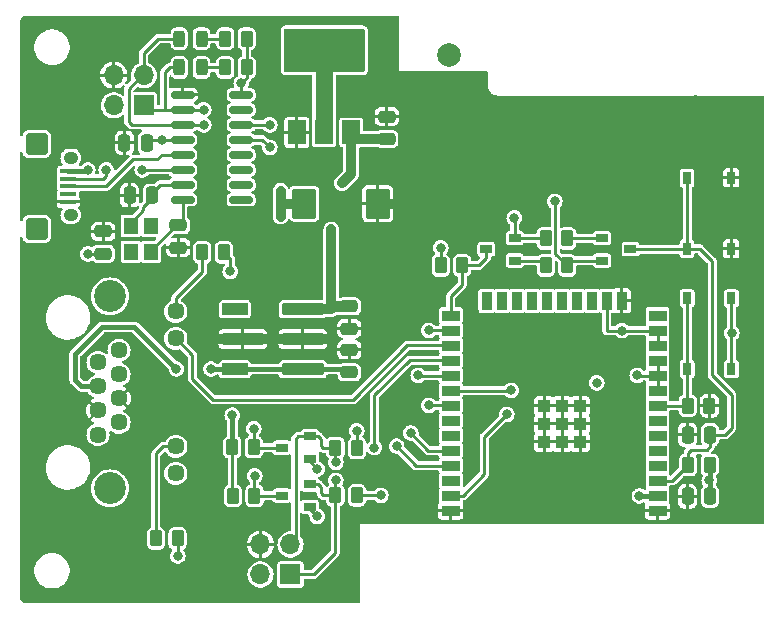
<source format=gtl>
G04 #@! TF.GenerationSoftware,KiCad,Pcbnew,(7.0.0-0)*
G04 #@! TF.CreationDate,2023-06-06T23:20:23+02:00*
G04 #@! TF.ProjectId,ithowifi_4l,6974686f-7769-4666-995f-346c2e6b6963,rev?*
G04 #@! TF.SameCoordinates,Original*
G04 #@! TF.FileFunction,Copper,L1,Top*
G04 #@! TF.FilePolarity,Positive*
%FSLAX46Y46*%
G04 Gerber Fmt 4.6, Leading zero omitted, Abs format (unit mm)*
G04 Created by KiCad (PCBNEW (7.0.0-0)) date 2023-06-06 23:20:23*
%MOMM*%
%LPD*%
G01*
G04 APERTURE LIST*
G04 Aperture macros list*
%AMRoundRect*
0 Rectangle with rounded corners*
0 $1 Rounding radius*
0 $2 $3 $4 $5 $6 $7 $8 $9 X,Y pos of 4 corners*
0 Add a 4 corners polygon primitive as box body*
4,1,4,$2,$3,$4,$5,$6,$7,$8,$9,$2,$3,0*
0 Add four circle primitives for the rounded corners*
1,1,$1+$1,$2,$3*
1,1,$1+$1,$4,$5*
1,1,$1+$1,$6,$7*
1,1,$1+$1,$8,$9*
0 Add four rect primitives between the rounded corners*
20,1,$1+$1,$2,$3,$4,$5,0*
20,1,$1+$1,$4,$5,$6,$7,0*
20,1,$1+$1,$6,$7,$8,$9,0*
20,1,$1+$1,$8,$9,$2,$3,0*%
G04 Aperture macros list end*
G04 #@! TA.AperFunction,SMDPad,CuDef*
%ADD10R,1.500000X0.900000*%
G04 #@! TD*
G04 #@! TA.AperFunction,SMDPad,CuDef*
%ADD11R,0.900000X1.500000*%
G04 #@! TD*
G04 #@! TA.AperFunction,SMDPad,CuDef*
%ADD12R,1.050000X1.050000*%
G04 #@! TD*
G04 #@! TA.AperFunction,SMDPad,CuDef*
%ADD13RoundRect,0.250000X0.262500X0.450000X-0.262500X0.450000X-0.262500X-0.450000X0.262500X-0.450000X0*%
G04 #@! TD*
G04 #@! TA.AperFunction,ComponentPad*
%ADD14R,1.700000X1.700000*%
G04 #@! TD*
G04 #@! TA.AperFunction,ComponentPad*
%ADD15O,1.700000X1.700000*%
G04 #@! TD*
G04 #@! TA.AperFunction,SMDPad,CuDef*
%ADD16RoundRect,0.250000X-0.262500X-0.450000X0.262500X-0.450000X0.262500X0.450000X-0.262500X0.450000X0*%
G04 #@! TD*
G04 #@! TA.AperFunction,SMDPad,CuDef*
%ADD17R,1.350000X0.400000*%
G04 #@! TD*
G04 #@! TA.AperFunction,ComponentPad*
%ADD18RoundRect,0.273000X-0.677000X0.637000X-0.677000X-0.637000X0.677000X-0.637000X0.677000X0.637000X0*%
G04 #@! TD*
G04 #@! TA.AperFunction,ComponentPad*
%ADD19O,1.250000X1.050000*%
G04 #@! TD*
G04 #@! TA.AperFunction,SMDPad,CuDef*
%ADD20RoundRect,0.250000X0.250000X0.475000X-0.250000X0.475000X-0.250000X-0.475000X0.250000X-0.475000X0*%
G04 #@! TD*
G04 #@! TA.AperFunction,SMDPad,CuDef*
%ADD21R,1.000000X0.700000*%
G04 #@! TD*
G04 #@! TA.AperFunction,SMDPad,CuDef*
%ADD22R,1.500000X2.000000*%
G04 #@! TD*
G04 #@! TA.AperFunction,SMDPad,CuDef*
%ADD23R,3.800000X2.000000*%
G04 #@! TD*
G04 #@! TA.AperFunction,SMDPad,CuDef*
%ADD24RoundRect,0.105000X1.655000X-0.420000X1.655000X0.420000X-1.655000X0.420000X-1.655000X-0.420000X0*%
G04 #@! TD*
G04 #@! TA.AperFunction,SMDPad,CuDef*
%ADD25RoundRect,0.105000X1.005000X-0.420000X1.005000X0.420000X-1.005000X0.420000X-1.005000X-0.420000X0*%
G04 #@! TD*
G04 #@! TA.AperFunction,ComponentPad*
%ADD26C,1.446000*%
G04 #@! TD*
G04 #@! TA.AperFunction,ComponentPad*
%ADD27C,2.700000*%
G04 #@! TD*
G04 #@! TA.AperFunction,SMDPad,CuDef*
%ADD28RoundRect,0.250000X0.475000X-0.250000X0.475000X0.250000X-0.475000X0.250000X-0.475000X-0.250000X0*%
G04 #@! TD*
G04 #@! TA.AperFunction,SMDPad,CuDef*
%ADD29RoundRect,0.250000X-0.475000X0.250000X-0.475000X-0.250000X0.475000X-0.250000X0.475000X0.250000X0*%
G04 #@! TD*
G04 #@! TA.AperFunction,SMDPad,CuDef*
%ADD30RoundRect,0.250000X-0.787500X-1.025000X0.787500X-1.025000X0.787500X1.025000X-0.787500X1.025000X0*%
G04 #@! TD*
G04 #@! TA.AperFunction,SMDPad,CuDef*
%ADD31RoundRect,0.250000X-0.250000X-0.475000X0.250000X-0.475000X0.250000X0.475000X-0.250000X0.475000X0*%
G04 #@! TD*
G04 #@! TA.AperFunction,SMDPad,CuDef*
%ADD32R,0.750000X1.000000*%
G04 #@! TD*
G04 #@! TA.AperFunction,SMDPad,CuDef*
%ADD33RoundRect,0.243750X-0.243750X-0.456250X0.243750X-0.456250X0.243750X0.456250X-0.243750X0.456250X0*%
G04 #@! TD*
G04 #@! TA.AperFunction,SMDPad,CuDef*
%ADD34RoundRect,0.150000X-0.825000X-0.150000X0.825000X-0.150000X0.825000X0.150000X-0.825000X0.150000X0*%
G04 #@! TD*
G04 #@! TA.AperFunction,SMDPad,CuDef*
%ADD35R,1.200000X1.400000*%
G04 #@! TD*
G04 #@! TA.AperFunction,ComponentPad*
%ADD36C,2.000000*%
G04 #@! TD*
G04 #@! TA.AperFunction,ViaPad*
%ADD37C,0.800000*%
G04 #@! TD*
G04 #@! TA.AperFunction,Conductor*
%ADD38C,0.812800*%
G04 #@! TD*
G04 #@! TA.AperFunction,Conductor*
%ADD39C,0.406400*%
G04 #@! TD*
G04 #@! TA.AperFunction,Conductor*
%ADD40C,0.254000*%
G04 #@! TD*
G04 #@! TA.AperFunction,Conductor*
%ADD41C,0.293370*%
G04 #@! TD*
G04 #@! TA.AperFunction,Conductor*
%ADD42C,1.473200*%
G04 #@! TD*
G04 APERTURE END LIST*
D10*
X106743199Y-148615405D03*
X106743199Y-147345405D03*
X106743199Y-146075405D03*
X106743199Y-144805405D03*
X106743199Y-143535405D03*
X106743199Y-142265405D03*
X106743199Y-140995405D03*
X106743199Y-139725405D03*
X106743199Y-138455405D03*
X106743199Y-137185405D03*
X106743199Y-135915405D03*
X106743199Y-134645405D03*
X106743199Y-133375405D03*
X106743199Y-132105405D03*
D11*
X103713199Y-130855405D03*
X102443199Y-130855405D03*
X101173199Y-130855405D03*
X99903199Y-130855405D03*
X98633199Y-130855405D03*
X97363199Y-130855405D03*
X96093199Y-130855405D03*
X94823199Y-130855405D03*
X93553199Y-130855405D03*
X92283199Y-130855405D03*
D10*
X89243199Y-132105405D03*
X89243199Y-133375405D03*
X89243199Y-134645405D03*
X89243199Y-135915405D03*
X89243199Y-137185405D03*
X89243199Y-138455405D03*
X89243199Y-139725405D03*
X89243199Y-140995405D03*
X89243199Y-142265405D03*
X89243199Y-143535405D03*
X89243199Y-144805405D03*
X89243199Y-146075405D03*
X89243199Y-147345405D03*
X89243199Y-148615405D03*
D12*
X98673199Y-141275405D03*
X97148199Y-139750405D03*
X100198199Y-141275405D03*
X100198199Y-139750405D03*
X97148199Y-142800405D03*
X100198199Y-142800405D03*
X98673199Y-139750405D03*
X97148199Y-141275405D03*
X98673199Y-142800405D03*
D13*
X111131500Y-139734000D03*
X109306500Y-139734000D03*
D14*
X75666599Y-154025599D03*
D15*
X73126599Y-154025599D03*
X75666599Y-151485599D03*
X73126599Y-151485599D03*
D16*
X109330000Y-144754600D03*
X111155000Y-144754600D03*
D13*
X90200000Y-127855000D03*
X88375000Y-127855000D03*
D17*
X56853199Y-119867999D03*
X56853199Y-120517999D03*
X56853199Y-121167999D03*
X56853199Y-121817999D03*
X56853199Y-122467999D03*
D18*
X54178200Y-124768000D03*
D19*
X57078199Y-123592999D03*
D18*
X54178200Y-117568000D03*
D19*
X57078199Y-118742999D03*
D20*
X111182000Y-147412500D03*
X109282000Y-147412500D03*
D21*
X77338201Y-144234091D03*
X77338201Y-142334091D03*
X74938201Y-143284091D03*
X77338199Y-148296599D03*
X77338199Y-146396599D03*
X74938199Y-147346599D03*
D16*
X79476200Y-147320000D03*
X81301200Y-147320000D03*
X79476200Y-143319500D03*
X81301200Y-143319500D03*
D13*
X72620700Y-147372000D03*
X70795700Y-147372000D03*
X70024000Y-126746000D03*
X68199000Y-126746000D03*
D22*
X76211399Y-116599499D03*
X78511399Y-116599499D03*
D23*
X78511399Y-110299499D03*
D22*
X80811399Y-116599499D03*
D13*
X66103300Y-150977600D03*
X64278300Y-150977600D03*
D24*
X76708000Y-136634500D03*
X76708000Y-134094500D03*
X76708000Y-131554500D03*
D25*
X70978000Y-131554500D03*
D24*
X71628000Y-134094500D03*
D25*
X70978000Y-136634500D03*
D26*
X59372500Y-142176500D03*
X61152500Y-141156500D03*
X59372500Y-140136500D03*
X61152500Y-139116500D03*
X59372500Y-138096500D03*
X61152500Y-137076500D03*
X59372500Y-136056500D03*
X61152500Y-135036500D03*
X65962500Y-145466500D03*
X65962500Y-143176500D03*
X65962500Y-134036500D03*
X65962500Y-131746500D03*
D27*
X60392500Y-130476500D03*
X60392500Y-146736500D03*
D13*
X72568200Y-143243500D03*
X70743200Y-143243500D03*
D28*
X80645000Y-136906000D03*
X80645000Y-135006000D03*
D29*
X80645000Y-131318000D03*
X80645000Y-133218000D03*
D13*
X99090000Y-127855000D03*
X97265000Y-127855000D03*
D21*
X94654999Y-127441999D03*
X94654999Y-125541999D03*
X92254999Y-126491999D03*
X102049999Y-125541999D03*
X102049999Y-127441999D03*
X104449999Y-126491999D03*
D30*
X76821300Y-122631200D03*
X83046300Y-122631200D03*
D16*
X97265000Y-125569000D03*
X99090000Y-125569000D03*
D31*
X109301200Y-142189200D03*
X111201200Y-142189200D03*
D32*
X109249999Y-130638010D03*
X109249999Y-136638010D03*
X112999999Y-136638010D03*
X112999999Y-130638010D03*
D20*
X63942000Y-121920000D03*
X62042000Y-121920000D03*
D29*
X66167000Y-124460000D03*
X66167000Y-126360000D03*
D14*
X63245999Y-114299999D03*
D15*
X60705999Y-114299999D03*
X63245999Y-111759999D03*
X60705999Y-111759999D03*
D20*
X63500000Y-117475000D03*
X61600000Y-117475000D03*
D33*
X66262000Y-108666000D03*
X68137000Y-108666000D03*
D13*
X71962000Y-111092000D03*
X70137000Y-111092000D03*
X71962000Y-108666000D03*
X70137000Y-108666000D03*
D34*
X66538400Y-113414600D03*
X66538400Y-114684600D03*
X66538400Y-115954600D03*
X66538400Y-117224600D03*
X66538400Y-118494600D03*
X66538400Y-119764600D03*
X66538400Y-121034600D03*
X66538400Y-122304600D03*
X71488400Y-122304600D03*
X71488400Y-121034600D03*
X71488400Y-119764600D03*
X71488400Y-118494600D03*
X71488400Y-117224600D03*
X71488400Y-115954600D03*
X71488400Y-114684600D03*
X71488400Y-113414600D03*
D35*
X62141999Y-124502999D03*
X62141999Y-126702999D03*
X63841999Y-126702999D03*
X63841999Y-124502999D03*
D36*
X89052400Y-110032800D03*
D33*
X66262000Y-111092000D03*
X68137000Y-111092000D03*
D28*
X59817000Y-126868000D03*
X59817000Y-124968000D03*
D32*
X112991592Y-126443999D03*
X112991592Y-120443999D03*
X109241592Y-126443999D03*
X109241592Y-120443999D03*
D28*
X83820000Y-117155000D03*
X83820000Y-115255000D03*
D37*
X85039200Y-121531200D03*
X85039200Y-123731200D03*
X85039200Y-122631200D03*
X92202000Y-116078000D03*
X89027000Y-112776000D03*
X93599000Y-114935000D03*
X92710000Y-114046000D03*
X91567000Y-112903000D03*
X86995000Y-111887000D03*
X88265000Y-111887000D03*
X85598000Y-111887000D03*
X91694000Y-111887000D03*
X109270800Y-148844000D03*
X76225400Y-114427000D03*
X96578000Y-114173000D03*
X94488000Y-118745000D03*
X79121000Y-134112000D03*
X100177600Y-142824200D03*
X115062000Y-114173000D03*
X100177600Y-141300200D03*
X100177600Y-139750800D03*
X90043000Y-113919000D03*
X94488000Y-116078000D03*
X111838000Y-114173000D03*
X98679000Y-139750800D03*
X101678000Y-114173000D03*
X103378000Y-114173000D03*
X90551000Y-111887000D03*
X97155000Y-139725400D03*
X98679000Y-141300200D03*
X69088000Y-132969000D03*
X108438000Y-114173000D03*
X98278000Y-114173000D03*
X92202000Y-117348000D03*
X79121000Y-135255000D03*
X84201000Y-111887000D03*
X84201000Y-107442000D03*
X94878000Y-114173000D03*
X106738000Y-114173000D03*
X69088000Y-135255000D03*
X82473800Y-114325400D03*
X97155000Y-141274800D03*
X110138000Y-114173000D03*
X69088000Y-134112000D03*
X92710000Y-118745000D03*
X98679000Y-142824200D03*
X91059000Y-114935000D03*
X113538000Y-114173000D03*
X87630000Y-148590000D03*
X84201000Y-108966000D03*
X105038000Y-114173000D03*
X79121000Y-132969000D03*
X105308400Y-148640800D03*
X99978000Y-114173000D03*
X94869000Y-117348000D03*
X97155000Y-142798800D03*
X84201000Y-110490000D03*
X58510873Y-126883727D03*
X79121000Y-131572000D03*
X70739000Y-140538200D03*
X58510873Y-119790990D03*
X79121000Y-124815600D03*
X80010000Y-120904000D03*
X74828400Y-121531200D03*
X74828400Y-123731200D03*
X74828400Y-122631200D03*
X75844400Y-110299500D03*
X75844400Y-108458000D03*
X77495400Y-108458000D03*
X79336900Y-108458000D03*
X81241900Y-108458000D03*
X81241900Y-110236000D03*
X66120300Y-152467600D03*
X113030000Y-133578600D03*
X64770000Y-117221000D03*
X71501000Y-112445800D03*
X70561200Y-128371600D03*
X83312000Y-147320000D03*
X101600000Y-137795000D03*
X77927200Y-145097506D03*
X105206800Y-147370800D03*
X81280000Y-141859000D03*
X111125000Y-146050000D03*
X88392000Y-126365000D03*
X77927200Y-149098000D03*
X93980000Y-140462000D03*
X87376000Y-139700000D03*
X94361000Y-138430000D03*
X86487000Y-137160000D03*
X87376000Y-133350000D03*
X79502000Y-144526000D03*
X103733600Y-133375400D03*
X105029000Y-137160000D03*
X79502000Y-146050000D03*
X66014600Y-136626600D03*
X68943500Y-136634500D03*
X82778600Y-143281400D03*
X68326000Y-114681000D03*
X85852000Y-142036800D03*
X84658200Y-143154400D03*
X68326000Y-115951000D03*
X60071000Y-119761000D03*
X63119000Y-119761000D03*
X72644000Y-145669000D03*
X72567800Y-141681200D03*
X73914000Y-115951000D03*
X98044000Y-122428000D03*
X94615000Y-123825000D03*
X73914000Y-117856000D03*
D38*
X71628000Y-134094500D02*
X76708000Y-134094500D01*
X69105500Y-134094500D02*
X69088000Y-134112000D01*
X79103500Y-134094500D02*
X79121000Y-134112000D01*
X83046300Y-122631200D02*
X85039200Y-122631200D01*
X76708000Y-134094500D02*
X79103500Y-134094500D01*
X71628000Y-134094500D02*
X69105500Y-134094500D01*
D39*
X56805000Y-119868000D02*
X58433863Y-119868000D01*
X58433863Y-119868000D02*
X58510873Y-119790990D01*
D38*
X79121000Y-131572000D02*
X79121000Y-124815600D01*
X81366900Y-117155000D02*
X80811400Y-116599500D01*
X80645000Y-131318000D02*
X79375000Y-131318000D01*
X79103500Y-131554500D02*
X79121000Y-131572000D01*
D40*
X58526600Y-126868000D02*
X58510873Y-126883727D01*
X70743200Y-143243500D02*
X70743200Y-147319500D01*
D38*
X80811400Y-116599500D02*
X80811400Y-120102600D01*
D39*
X70743200Y-143243500D02*
X70743200Y-140542400D01*
D38*
X80811400Y-120102600D02*
X80010000Y-120904000D01*
X83820000Y-117155000D02*
X81366900Y-117155000D01*
D39*
X79121000Y-131572000D02*
X80645000Y-131572000D01*
D40*
X59817000Y-126868000D02*
X58526600Y-126868000D01*
D38*
X79375000Y-131318000D02*
X79121000Y-131572000D01*
D39*
X70743200Y-140542400D02*
X70739000Y-140538200D01*
D40*
X70743200Y-147319500D02*
X70795700Y-147372000D01*
D39*
X79121000Y-131572000D02*
X76725500Y-131572000D01*
D38*
X76708000Y-131554500D02*
X79103500Y-131554500D01*
X74828400Y-121531200D02*
X74828400Y-123731200D01*
D41*
X81326200Y-147320000D02*
X83312000Y-147320000D01*
X77138200Y-148309000D02*
X77927200Y-149098000D01*
D40*
X70561200Y-127283200D02*
X70561200Y-128371600D01*
D39*
X111182000Y-147412500D02*
X111182000Y-146107000D01*
D40*
X66120300Y-150994600D02*
X66103300Y-150977600D01*
D41*
X77138200Y-148296600D02*
X77138200Y-148309000D01*
D40*
X71488400Y-112458400D02*
X71501000Y-112445800D01*
X66120300Y-152467600D02*
X66120300Y-150994600D01*
X63754000Y-117221000D02*
X63500000Y-117475000D01*
X81301200Y-141880200D02*
X81280000Y-141859000D01*
X81301200Y-143319500D02*
X81301200Y-141880200D01*
X113000000Y-133608600D02*
X113030000Y-133578600D01*
X71962000Y-111092000D02*
X71962000Y-111984800D01*
X71962000Y-111984800D02*
X71501000Y-112445800D01*
X71962000Y-108666000D02*
X71962000Y-111092000D01*
X113000000Y-130638000D02*
X113000000Y-133548600D01*
X113000000Y-136638000D02*
X113000000Y-133608600D01*
D39*
X111155000Y-144754600D02*
X111155000Y-146020000D01*
X111182000Y-146107000D02*
X111125000Y-146050000D01*
X111155000Y-146020000D02*
X111125000Y-146050000D01*
D38*
X76821300Y-122631200D02*
X74896300Y-122631200D01*
D40*
X64770000Y-117221000D02*
X63754000Y-117221000D01*
X88375000Y-127855000D02*
X88375000Y-126382000D01*
D39*
X105232200Y-147345400D02*
X105206800Y-147370800D01*
D41*
X77138200Y-144234100D02*
X77927200Y-145097506D01*
D39*
X106743200Y-147345400D02*
X105232200Y-147345400D01*
D40*
X66534800Y-117221000D02*
X66538400Y-117224600D01*
X88375000Y-126382000D02*
X88392000Y-126365000D01*
X113000000Y-133548600D02*
X113030000Y-133578600D01*
X71488400Y-113414600D02*
X71488400Y-112458400D01*
X64770000Y-117221000D02*
X66534800Y-117221000D01*
X70024000Y-126746000D02*
X70561200Y-127283200D01*
D42*
X78511400Y-116599500D02*
X78511400Y-110299500D01*
D40*
X89243200Y-130466800D02*
X89243200Y-132105400D01*
X92255000Y-126492000D02*
X92255000Y-127201000D01*
X90200000Y-129510000D02*
X89243200Y-130466800D01*
X90200000Y-127855000D02*
X90200000Y-129510000D01*
X91601000Y-127855000D02*
X90200000Y-127855000D01*
X92255000Y-127201000D02*
X91601000Y-127855000D01*
D41*
X92075000Y-142367000D02*
X93980000Y-140462000D01*
X92075000Y-145517600D02*
X92075000Y-142367000D01*
X90247200Y-147345400D02*
X92075000Y-145517600D01*
X89243200Y-147345400D02*
X90247200Y-147345400D01*
D40*
X87376000Y-139700000D02*
X89217800Y-139700000D01*
X89217800Y-139700000D02*
X89243200Y-139725400D01*
D41*
X89243200Y-138455400D02*
X94335600Y-138455400D01*
X94335600Y-138455400D02*
X94361000Y-138430000D01*
D40*
X89243200Y-137185400D02*
X86512400Y-137185400D01*
X86512400Y-137185400D02*
X86487000Y-137160000D01*
X89217800Y-133350000D02*
X89243200Y-133375400D01*
X87376000Y-133350000D02*
X89217800Y-133350000D01*
X111379000Y-137160000D02*
X113030000Y-138811000D01*
X111201200Y-142189200D02*
X111201200Y-143179800D01*
X113030000Y-141605000D02*
X112445800Y-142189200D01*
X111201200Y-143179800D02*
X110896400Y-143484600D01*
X109550200Y-143484600D02*
X109330000Y-143704800D01*
X106743200Y-146075400D02*
X108009200Y-146075400D01*
X109330000Y-143704800D02*
X109330000Y-144754600D01*
X110315000Y-126444000D02*
X111379000Y-127508000D01*
X109193600Y-126492000D02*
X109241600Y-126444000D01*
X109241600Y-120444000D02*
X109241600Y-126444000D01*
X109241600Y-126444000D02*
X110315000Y-126444000D01*
X108009200Y-146075400D02*
X109330000Y-144754600D01*
X110896400Y-143484600D02*
X109550200Y-143484600D01*
X113030000Y-138811000D02*
X113030000Y-141605000D01*
X112445800Y-142189200D02*
X111201200Y-142189200D01*
X104450000Y-126492000D02*
X109193600Y-126492000D01*
X111379000Y-127508000D02*
X111379000Y-137160000D01*
D41*
X68137000Y-111092000D02*
X70137000Y-111092000D01*
X68137000Y-108666000D02*
X70137000Y-108666000D01*
D40*
X76334500Y-142334100D02*
X76098400Y-142570200D01*
X79468200Y-143302500D02*
X79451200Y-143319500D01*
X78261700Y-143158500D02*
X78422700Y-143319500D01*
X76098400Y-142570200D02*
X76098400Y-151053800D01*
X78008800Y-142334100D02*
X77138200Y-142334100D01*
D41*
X79476200Y-144500200D02*
X79502000Y-144526000D01*
D40*
X78422700Y-143319500D02*
X79451200Y-143319500D01*
X102443200Y-133375400D02*
X102443200Y-130855400D01*
X77138200Y-142334100D02*
X76334500Y-142334100D01*
D41*
X79476200Y-143319500D02*
X79476200Y-144500200D01*
D40*
X103733600Y-133375400D02*
X102443200Y-133375400D01*
X78261700Y-142587000D02*
X78261700Y-143158500D01*
X106743200Y-134645400D02*
X106743200Y-133375400D01*
X76098400Y-151053800D02*
X75666600Y-151485600D01*
X106743200Y-133375400D02*
X103733600Y-133375400D01*
X78261700Y-142587000D02*
X78008800Y-142334100D01*
X106743200Y-135915400D02*
X106743200Y-137185400D01*
D41*
X79476200Y-147320000D02*
X79476200Y-146075800D01*
D40*
X78007300Y-146396600D02*
X78261700Y-146651000D01*
D41*
X106743200Y-137185400D02*
X105054400Y-137185400D01*
X105054400Y-137185400D02*
X105029000Y-137160000D01*
X79476200Y-146075800D02*
X79502000Y-146050000D01*
D40*
X75666600Y-154025600D02*
X77622400Y-154025600D01*
X78261700Y-146651000D02*
X78261700Y-147159000D01*
X78261700Y-147159000D02*
X78422700Y-147320000D01*
X77138200Y-146396600D02*
X78007300Y-146396600D01*
X78422700Y-147320000D02*
X79451200Y-147320000D01*
X77622400Y-154025600D02*
X79451200Y-152196800D01*
X79451200Y-152196800D02*
X79451200Y-147320000D01*
X106743200Y-138455400D02*
X106743200Y-137185400D01*
X109250000Y-139677500D02*
X109250000Y-136638000D01*
X106743200Y-139725400D02*
X109297900Y-139725400D01*
X109306500Y-139734000D02*
X109250000Y-139677500D01*
X109297900Y-139725400D02*
X109306500Y-139734000D01*
X109250000Y-136638000D02*
X109250000Y-130638000D01*
X109272900Y-139725400D02*
X109281500Y-139734000D01*
D39*
X70978000Y-136634500D02*
X76708000Y-136634500D01*
X76708000Y-136634500D02*
X80622500Y-136634500D01*
X70978000Y-136634500D02*
X68943500Y-136634500D01*
X57404000Y-137541000D02*
X57959500Y-138096500D01*
X66014600Y-136626600D02*
X62458600Y-133070600D01*
X57404000Y-135356600D02*
X57404000Y-137541000D01*
X59690000Y-133070600D02*
X57404000Y-135356600D01*
X57959500Y-138096500D02*
X59372500Y-138096500D01*
X80622500Y-136634500D02*
X80670400Y-136682400D01*
X62458600Y-133070600D02*
X59690000Y-133070600D01*
D40*
X85750400Y-135890000D02*
X82778600Y-138861800D01*
X82778600Y-138861800D02*
X82778600Y-143281400D01*
X89181879Y-135890000D02*
X85750400Y-135890000D01*
X89243227Y-135915373D02*
G75*
G03*
X89181879Y-135890000I-61327J-61427D01*
G01*
X102050000Y-125542000D02*
X99117000Y-125542000D01*
X99117000Y-125542000D02*
X99090000Y-125569000D01*
X94655000Y-127442000D02*
X96852000Y-127442000D01*
X96852000Y-127442000D02*
X97265000Y-127855000D01*
X63630600Y-114684600D02*
X63246000Y-114300000D01*
X85852000Y-142036800D02*
X87350606Y-143535406D01*
X66262000Y-111092000D02*
X65438000Y-111092000D01*
X66538400Y-114684600D02*
X68322400Y-114684600D01*
X66538400Y-114684600D02*
X65027600Y-114684600D01*
X65027600Y-114684600D02*
X63630600Y-114684600D01*
X68322400Y-114684600D02*
X68326000Y-114681000D01*
X65027600Y-111502400D02*
X65027600Y-114684600D01*
X87350606Y-143535406D02*
X89243200Y-143535406D01*
X65438000Y-111092000D02*
X65027600Y-111502400D01*
D41*
X66542000Y-115951000D02*
X66538400Y-115954600D01*
D40*
X61976000Y-115697000D02*
X61976000Y-112903000D01*
X66538400Y-115954600D02*
X62233600Y-115954600D01*
D41*
X86309206Y-144805406D02*
X84658200Y-143154400D01*
D40*
X64435000Y-108666000D02*
X63246000Y-109855000D01*
D41*
X89243200Y-144805406D02*
X86309206Y-144805406D01*
D40*
X63119000Y-111760000D02*
X63246000Y-111760000D01*
X62233600Y-115954600D02*
X61976000Y-115697000D01*
X61976000Y-112903000D02*
X63119000Y-111760000D01*
D41*
X68326000Y-115951000D02*
X66542000Y-115951000D01*
D40*
X66262000Y-108666000D02*
X64435000Y-108666000D01*
X63246000Y-109855000D02*
X63246000Y-111760000D01*
X59822000Y-120518000D02*
X56853200Y-120518000D01*
X63122600Y-119764600D02*
X63119000Y-119761000D01*
X60071000Y-120269000D02*
X59822000Y-120518000D01*
X60071000Y-119761000D02*
X60071000Y-120269000D01*
X66538400Y-119764600D02*
X63122600Y-119764600D01*
X56853200Y-121168000D02*
X60061000Y-121168000D01*
X60061000Y-121168000D02*
X62357000Y-118872000D01*
X62357000Y-118872000D02*
X64389000Y-118872000D01*
X64766400Y-118494600D02*
X66538400Y-118494600D01*
X64389000Y-118872000D02*
X64766400Y-118494600D01*
X65962500Y-143176500D02*
X64874900Y-143176500D01*
X64874900Y-143176500D02*
X64278300Y-143773100D01*
X64278300Y-143773100D02*
X64278300Y-150977600D01*
X65962500Y-130633500D02*
X68199000Y-128397000D01*
X65962500Y-131746500D02*
X65962500Y-130633500D01*
X68199000Y-128397000D02*
X68199000Y-126746000D01*
X63942000Y-121706600D02*
X64614000Y-121034600D01*
X62142000Y-124503000D02*
X62142000Y-124255900D01*
X63220600Y-122885200D02*
X63942000Y-122163800D01*
X64614000Y-121034600D02*
X66538400Y-121034600D01*
X62142000Y-124255900D02*
X63220600Y-123177300D01*
X63942000Y-121920000D02*
X63942000Y-121706600D01*
X63942000Y-122163800D02*
X63942000Y-121920000D01*
X63220600Y-123177300D02*
X63220600Y-122885200D01*
X63842000Y-126703000D02*
X63842000Y-126607200D01*
X66538400Y-124088600D02*
X66167000Y-124460000D01*
X63842000Y-126607200D02*
X65989200Y-124460000D01*
X65989200Y-124460000D02*
X66167000Y-124460000D01*
X66538400Y-122304600D02*
X66538400Y-124088600D01*
D41*
X74938200Y-147346600D02*
X72646100Y-147346600D01*
X72646100Y-147346600D02*
X72620700Y-147372000D01*
X72620700Y-145692300D02*
X72644000Y-145669000D01*
X72620700Y-147372000D02*
X72620700Y-145692300D01*
X72568200Y-143243500D02*
X72568200Y-141681600D01*
X72568200Y-141681600D02*
X72567800Y-141681200D01*
X74938202Y-143284092D02*
X72608792Y-143284092D01*
X72608792Y-143284092D02*
X72568200Y-143243500D01*
D40*
X99503000Y-127442000D02*
X99090000Y-127855000D01*
X99090000Y-127855000D02*
X98104020Y-126869020D01*
X98104020Y-122488020D02*
X98044000Y-122428000D01*
X98104020Y-126869020D02*
X98104020Y-122488020D01*
X73910400Y-115954600D02*
X73914000Y-115951000D01*
X71488400Y-115954600D02*
X73910400Y-115954600D01*
X102050000Y-127442000D02*
X99503000Y-127442000D01*
D41*
X94655000Y-125542000D02*
X94655000Y-123865000D01*
D40*
X97238000Y-125542000D02*
X97265000Y-125569000D01*
D41*
X94655000Y-123865000D02*
X94615000Y-123825000D01*
X73282600Y-117224600D02*
X73914000Y-117856000D01*
X71488400Y-117224600D02*
X73282600Y-117224600D01*
D40*
X94655000Y-125542000D02*
X97238000Y-125542000D01*
X67358800Y-135432800D02*
X65962500Y-134036500D01*
X80949800Y-139217400D02*
X69138800Y-139217400D01*
X85547200Y-134620000D02*
X80949800Y-139217400D01*
X69138800Y-139217400D02*
X67358800Y-137437400D01*
X89181879Y-134620000D02*
X85547200Y-134620000D01*
X67358800Y-137437400D02*
X67358800Y-135432800D01*
X89243227Y-134645373D02*
G75*
G03*
X89181879Y-134620000I-61327J-61427D01*
G01*
G04 #@! TA.AperFunction,Conductor*
G36*
X81877400Y-107819030D02*
G01*
X81923519Y-107865149D01*
X81940400Y-107928149D01*
X81940400Y-111359149D01*
X81923519Y-111422149D01*
X81877400Y-111468268D01*
X81814400Y-111485149D01*
X75208400Y-111485149D01*
X75145400Y-111468268D01*
X75099281Y-111422149D01*
X75082400Y-111359149D01*
X75082400Y-107928149D01*
X75099281Y-107865149D01*
X75145400Y-107819030D01*
X75208400Y-107802149D01*
X81814400Y-107802149D01*
X81877400Y-107819030D01*
G37*
G04 #@! TD.AperFunction*
G04 #@! TA.AperFunction,Conductor*
G36*
X84785700Y-106731978D02*
G01*
X84822522Y-106768800D01*
X84836000Y-106819100D01*
X84836000Y-111379000D01*
X92254486Y-111379000D01*
X92304797Y-111392484D01*
X92341620Y-111429321D01*
X92355085Y-111479634D01*
X92354908Y-111968475D01*
X92354699Y-112545203D01*
X92354668Y-112547672D01*
X92352722Y-112625754D01*
X92352722Y-112625760D01*
X92352607Y-112630393D01*
X92353342Y-112634970D01*
X92353343Y-112634972D01*
X92377717Y-112786586D01*
X92379354Y-112796763D01*
X92380908Y-112801111D01*
X92380909Y-112801115D01*
X92434506Y-112951085D01*
X92434508Y-112951090D01*
X92436063Y-112955440D01*
X92438387Y-112959434D01*
X92438388Y-112959435D01*
X92505806Y-113075274D01*
X92520824Y-113101077D01*
X92630781Y-113228764D01*
X92762226Y-113334199D01*
X92766303Y-113336385D01*
X92766306Y-113336387D01*
X92820364Y-113365373D01*
X92910731Y-113413828D01*
X93071290Y-113464968D01*
X93238492Y-113485895D01*
X93318111Y-113481125D01*
X93324120Y-113480946D01*
X109656805Y-113481803D01*
X109656806Y-113481804D01*
X109656805Y-113486028D01*
X109656808Y-113486028D01*
X109656808Y-113481806D01*
X109672975Y-113481805D01*
X109673216Y-113481837D01*
X109673216Y-113481843D01*
X109736073Y-113481901D01*
X109858685Y-113454153D01*
X109966197Y-113402870D01*
X110016068Y-113393284D01*
X110064271Y-113409284D01*
X110098515Y-113446793D01*
X110110071Y-113496250D01*
X110109345Y-113524539D01*
X110109345Y-113524541D01*
X110109000Y-113538000D01*
X115680900Y-113538000D01*
X115731200Y-113551478D01*
X115768022Y-113588300D01*
X115781500Y-113638600D01*
X115781500Y-149667400D01*
X115768022Y-149717700D01*
X115731200Y-149754522D01*
X115680900Y-149768000D01*
X81532000Y-149768000D01*
X81532000Y-149781244D01*
X81532000Y-156316900D01*
X81518522Y-156367200D01*
X81481700Y-156404022D01*
X81431400Y-156417500D01*
X53238591Y-156417500D01*
X53225460Y-156416639D01*
X53128792Y-156403912D01*
X53103425Y-156397115D01*
X53019487Y-156362347D01*
X52996743Y-156349216D01*
X52924660Y-156293904D01*
X52906095Y-156275339D01*
X52850781Y-156203252D01*
X52837654Y-156180516D01*
X52802884Y-156096574D01*
X52796087Y-156071206D01*
X52783361Y-155974539D01*
X52782500Y-155961409D01*
X52782500Y-153828335D01*
X53981500Y-153828335D01*
X53982182Y-153832423D01*
X53982183Y-153832433D01*
X54021744Y-154069513D01*
X54021745Y-154069520D01*
X54022429Y-154073614D01*
X54103172Y-154308810D01*
X54221526Y-154527509D01*
X54224070Y-154530778D01*
X54224075Y-154530785D01*
X54364377Y-154711044D01*
X54374262Y-154723744D01*
X54557215Y-154892164D01*
X54560696Y-154894438D01*
X54560697Y-154894439D01*
X54570228Y-154900666D01*
X54765393Y-155028173D01*
X54993119Y-155128063D01*
X54997143Y-155129082D01*
X54997146Y-155129083D01*
X55073933Y-155148528D01*
X55234179Y-155189108D01*
X55419933Y-155204500D01*
X55541982Y-155204500D01*
X55544067Y-155204500D01*
X55729821Y-155189108D01*
X55970881Y-155128063D01*
X56198607Y-155028173D01*
X56406785Y-154892164D01*
X56589738Y-154723744D01*
X56742474Y-154527509D01*
X56860828Y-154308810D01*
X56941571Y-154073614D01*
X56949583Y-154025600D01*
X72017368Y-154025600D01*
X72017797Y-154030230D01*
X72022181Y-154077546D01*
X72036255Y-154229421D01*
X72037525Y-154233886D01*
X72037526Y-154233889D01*
X72090643Y-154420578D01*
X72092272Y-154426301D01*
X72094342Y-154430459D01*
X72094344Y-154430463D01*
X72181438Y-154605371D01*
X72181440Y-154605375D01*
X72183512Y-154609535D01*
X72186309Y-154613239D01*
X72186311Y-154613242D01*
X72269758Y-154723744D01*
X72306868Y-154772885D01*
X72310299Y-154776013D01*
X72310303Y-154776017D01*
X72434622Y-154889348D01*
X72458138Y-154910786D01*
X72632173Y-155018544D01*
X72769273Y-155071657D01*
X72818712Y-155090810D01*
X72818714Y-155090810D01*
X72823044Y-155092488D01*
X73024253Y-155130100D01*
X73224293Y-155130100D01*
X73228947Y-155130100D01*
X73430156Y-155092488D01*
X73621027Y-155018544D01*
X73795062Y-154910786D01*
X73946332Y-154772885D01*
X74069688Y-154609535D01*
X74160928Y-154426301D01*
X74216945Y-154229421D01*
X74235832Y-154025600D01*
X74216945Y-153821779D01*
X74160928Y-153624899D01*
X74069688Y-153441665D01*
X73946332Y-153278315D01*
X73942899Y-153275185D01*
X73942896Y-153275182D01*
X73798500Y-153143548D01*
X73798499Y-153143547D01*
X73795062Y-153140414D01*
X73791110Y-153137967D01*
X73791106Y-153137964D01*
X73624979Y-153035103D01*
X73621027Y-153032656D01*
X73615693Y-153030589D01*
X73434487Y-152960389D01*
X73434478Y-152960386D01*
X73430156Y-152958712D01*
X73370095Y-152947484D01*
X73233522Y-152921955D01*
X73233519Y-152921954D01*
X73228947Y-152921100D01*
X73024253Y-152921100D01*
X73019681Y-152921954D01*
X73019677Y-152921955D01*
X72827612Y-152957858D01*
X72827610Y-152957858D01*
X72823044Y-152958712D01*
X72818723Y-152960385D01*
X72818712Y-152960389D01*
X72636506Y-153030977D01*
X72636502Y-153030978D01*
X72632173Y-153032656D01*
X72628224Y-153035100D01*
X72628220Y-153035103D01*
X72462093Y-153137964D01*
X72462084Y-153137970D01*
X72458138Y-153140414D01*
X72454705Y-153143542D01*
X72454699Y-153143548D01*
X72310303Y-153275182D01*
X72310294Y-153275191D01*
X72306868Y-153278315D01*
X72304071Y-153282017D01*
X72304067Y-153282023D01*
X72186311Y-153437957D01*
X72186305Y-153437965D01*
X72183512Y-153441665D01*
X72181443Y-153445819D01*
X72181438Y-153445828D01*
X72094344Y-153620736D01*
X72094340Y-153620744D01*
X72092272Y-153624899D01*
X72091002Y-153629359D01*
X72091000Y-153629367D01*
X72037526Y-153817310D01*
X72037524Y-153817315D01*
X72036255Y-153821779D01*
X72035826Y-153826401D01*
X72035826Y-153826405D01*
X72017797Y-154020970D01*
X72017368Y-154025600D01*
X56949583Y-154025600D01*
X56982500Y-153828335D01*
X56982500Y-153579665D01*
X56941571Y-153334386D01*
X56860828Y-153099190D01*
X56742474Y-152880491D01*
X56739927Y-152877218D01*
X56739924Y-152877214D01*
X56592293Y-152687539D01*
X56589738Y-152684256D01*
X56406785Y-152515836D01*
X56403305Y-152513562D01*
X56403302Y-152513560D01*
X56250219Y-152413547D01*
X56198607Y-152379827D01*
X56194806Y-152378159D01*
X56194801Y-152378157D01*
X55974686Y-152281606D01*
X55974685Y-152281605D01*
X55970881Y-152279937D01*
X55966863Y-152278919D01*
X55966853Y-152278916D01*
X55733854Y-152219913D01*
X55733850Y-152219912D01*
X55729821Y-152218892D01*
X55725678Y-152218548D01*
X55725668Y-152218547D01*
X55546150Y-152203672D01*
X55546135Y-152203671D01*
X55544067Y-152203500D01*
X55419933Y-152203500D01*
X55417865Y-152203671D01*
X55417849Y-152203672D01*
X55238331Y-152218547D01*
X55238319Y-152218548D01*
X55234179Y-152218892D01*
X55230151Y-152219911D01*
X55230145Y-152219913D01*
X54997146Y-152278916D01*
X54997132Y-152278920D01*
X54993119Y-152279937D01*
X54989317Y-152281604D01*
X54989313Y-152281606D01*
X54769198Y-152378157D01*
X54769188Y-152378162D01*
X54765393Y-152379827D01*
X54761914Y-152382099D01*
X54761912Y-152382101D01*
X54560697Y-152513560D01*
X54560688Y-152513566D01*
X54557215Y-152515836D01*
X54554163Y-152518645D01*
X54554156Y-152518651D01*
X54377323Y-152681438D01*
X54374262Y-152684256D01*
X54371710Y-152687533D01*
X54371706Y-152687539D01*
X54224075Y-152877214D01*
X54224066Y-152877226D01*
X54221526Y-152880491D01*
X54219551Y-152884140D01*
X54219548Y-152884145D01*
X54105155Y-153095525D01*
X54103172Y-153099190D01*
X54101820Y-153103125D01*
X54101819Y-153103130D01*
X54083850Y-153155472D01*
X54022429Y-153334386D01*
X54021746Y-153338476D01*
X54021744Y-153338486D01*
X53982183Y-153575566D01*
X53982182Y-153575577D01*
X53981500Y-153579665D01*
X53981500Y-153828335D01*
X52782500Y-153828335D01*
X52782500Y-151473177D01*
X63511300Y-151473177D01*
X63511301Y-151475854D01*
X63511587Y-151478517D01*
X63511588Y-151478530D01*
X63517087Y-151529689D01*
X63517088Y-151529695D01*
X63517760Y-151535942D01*
X63568458Y-151671867D01*
X63655396Y-151788004D01*
X63771533Y-151874942D01*
X63907458Y-151925640D01*
X63967545Y-151932100D01*
X64589054Y-151932099D01*
X64649142Y-151925640D01*
X64785067Y-151874942D01*
X64901204Y-151788004D01*
X64988142Y-151671867D01*
X65038840Y-151535942D01*
X65045300Y-151475855D01*
X65045300Y-151473177D01*
X65336300Y-151473177D01*
X65336301Y-151475854D01*
X65336587Y-151478517D01*
X65336588Y-151478530D01*
X65342087Y-151529689D01*
X65342088Y-151529695D01*
X65342760Y-151535942D01*
X65393458Y-151671867D01*
X65480396Y-151788004D01*
X65596533Y-151874942D01*
X65601088Y-151876641D01*
X65641676Y-151918357D01*
X65651891Y-151976801D01*
X65628122Y-152029229D01*
X65626802Y-152030399D01*
X65623349Y-152035400D01*
X65623344Y-152035407D01*
X65539970Y-152156195D01*
X65539966Y-152156202D01*
X65536513Y-152161205D01*
X65534359Y-152166883D01*
X65534355Y-152166892D01*
X65482307Y-152304130D01*
X65482304Y-152304138D01*
X65480151Y-152309818D01*
X65479418Y-152315849D01*
X65479417Y-152315856D01*
X65463084Y-152450377D01*
X65460993Y-152467600D01*
X65461726Y-152473637D01*
X65479417Y-152619343D01*
X65479418Y-152619348D01*
X65480151Y-152625382D01*
X65482305Y-152631062D01*
X65482307Y-152631069D01*
X65534355Y-152768307D01*
X65534357Y-152768312D01*
X65536513Y-152773995D01*
X65539968Y-152779001D01*
X65539970Y-152779004D01*
X65623344Y-152899792D01*
X65623346Y-152899794D01*
X65626802Y-152904801D01*
X65745771Y-153010199D01*
X65886507Y-153084063D01*
X66040829Y-153122100D01*
X66193683Y-153122100D01*
X66199771Y-153122100D01*
X66354093Y-153084063D01*
X66494829Y-153010199D01*
X66613798Y-152904801D01*
X66704087Y-152773995D01*
X66760449Y-152625382D01*
X66779607Y-152467600D01*
X66760449Y-152309818D01*
X66748729Y-152278916D01*
X66706244Y-152166892D01*
X66706243Y-152166890D01*
X66704087Y-152161205D01*
X66661726Y-152099835D01*
X66617255Y-152035407D01*
X66617253Y-152035405D01*
X66613798Y-152030399D01*
X66609243Y-152026364D01*
X66605208Y-152021809D01*
X66606052Y-152021061D01*
X66578727Y-151976506D01*
X66581143Y-151917930D01*
X66615800Y-151870649D01*
X66726204Y-151788004D01*
X66813142Y-151671867D01*
X66830037Y-151626571D01*
X71979915Y-151626571D01*
X71986171Y-151694075D01*
X71987871Y-151703172D01*
X72043896Y-151900080D01*
X72047240Y-151908711D01*
X72138489Y-152091964D01*
X72143362Y-152099835D01*
X72266736Y-152263208D01*
X72272972Y-152270049D01*
X72424257Y-152407963D01*
X72431651Y-152413547D01*
X72605703Y-152521315D01*
X72613989Y-152525441D01*
X72804883Y-152599394D01*
X72813792Y-152601928D01*
X72985028Y-152633939D01*
X72996323Y-152632716D01*
X72999600Y-152621839D01*
X73253600Y-152621839D01*
X73256876Y-152632716D01*
X73268171Y-152633939D01*
X73439407Y-152601928D01*
X73448316Y-152599394D01*
X73639210Y-152525441D01*
X73647496Y-152521315D01*
X73821548Y-152413547D01*
X73828942Y-152407963D01*
X73980227Y-152270049D01*
X73986463Y-152263208D01*
X74109837Y-152099835D01*
X74114710Y-152091964D01*
X74205959Y-151908711D01*
X74209303Y-151900080D01*
X74265328Y-151703172D01*
X74267028Y-151694075D01*
X74273284Y-151626571D01*
X74271241Y-151615643D01*
X74260545Y-151612600D01*
X73266844Y-151612600D01*
X73256398Y-151615398D01*
X73253600Y-151625844D01*
X73253600Y-152621839D01*
X72999600Y-152621839D01*
X72999600Y-151625844D01*
X72996801Y-151615398D01*
X72986356Y-151612600D01*
X71992655Y-151612600D01*
X71981958Y-151615643D01*
X71979915Y-151626571D01*
X66830037Y-151626571D01*
X66863840Y-151535942D01*
X66870300Y-151475855D01*
X66870300Y-151344628D01*
X71979915Y-151344628D01*
X71981958Y-151355556D01*
X71992655Y-151358600D01*
X72986356Y-151358600D01*
X72996801Y-151355801D01*
X72999600Y-151345356D01*
X73253600Y-151345356D01*
X73256398Y-151355801D01*
X73266844Y-151358600D01*
X74260545Y-151358600D01*
X74271241Y-151355556D01*
X74273284Y-151344628D01*
X74267028Y-151277124D01*
X74265328Y-151268027D01*
X74209303Y-151071119D01*
X74205959Y-151062488D01*
X74114710Y-150879235D01*
X74109837Y-150871364D01*
X73986463Y-150707991D01*
X73980227Y-150701150D01*
X73828942Y-150563236D01*
X73821548Y-150557652D01*
X73647496Y-150449884D01*
X73639210Y-150445758D01*
X73448316Y-150371805D01*
X73439407Y-150369271D01*
X73268171Y-150337260D01*
X73256876Y-150338483D01*
X73253600Y-150349361D01*
X73253600Y-151345356D01*
X72999600Y-151345356D01*
X72999600Y-150349361D01*
X72996323Y-150338483D01*
X72985028Y-150337260D01*
X72813792Y-150369271D01*
X72804883Y-150371805D01*
X72613989Y-150445758D01*
X72605703Y-150449884D01*
X72431651Y-150557652D01*
X72424257Y-150563236D01*
X72272972Y-150701150D01*
X72266736Y-150707991D01*
X72143362Y-150871364D01*
X72138489Y-150879235D01*
X72047240Y-151062488D01*
X72043896Y-151071119D01*
X71987871Y-151268027D01*
X71986171Y-151277124D01*
X71979915Y-151344628D01*
X66870300Y-151344628D01*
X66870299Y-150479346D01*
X66863840Y-150419258D01*
X66813142Y-150283333D01*
X66726204Y-150167196D01*
X66610067Y-150080258D01*
X66515931Y-150045146D01*
X66480038Y-150031759D01*
X66480037Y-150031758D01*
X66474142Y-150029560D01*
X66467891Y-150028887D01*
X66467887Y-150028887D01*
X66416728Y-150023387D01*
X66416721Y-150023386D01*
X66414055Y-150023100D01*
X66411362Y-150023100D01*
X65795240Y-150023100D01*
X65795221Y-150023100D01*
X65792546Y-150023101D01*
X65789883Y-150023387D01*
X65789869Y-150023388D01*
X65738710Y-150028887D01*
X65738702Y-150028888D01*
X65732458Y-150029560D01*
X65726566Y-150031757D01*
X65726564Y-150031758D01*
X65656358Y-150057944D01*
X65596533Y-150080258D01*
X65590776Y-150084567D01*
X65590775Y-150084568D01*
X65486155Y-150162884D01*
X65486151Y-150162887D01*
X65480396Y-150167196D01*
X65476087Y-150172951D01*
X65476084Y-150172955D01*
X65397768Y-150277575D01*
X65393458Y-150283333D01*
X65390944Y-150290072D01*
X65390944Y-150290073D01*
X65368831Y-150349361D01*
X65342760Y-150419258D01*
X65342088Y-150425507D01*
X65342087Y-150425512D01*
X65336587Y-150476671D01*
X65336300Y-150479345D01*
X65336300Y-150482036D01*
X65336300Y-150482037D01*
X65336300Y-151473159D01*
X65336300Y-151473177D01*
X65045300Y-151473177D01*
X65045299Y-150479346D01*
X65038840Y-150419258D01*
X64988142Y-150283333D01*
X64901204Y-150167196D01*
X64785067Y-150080258D01*
X64778326Y-150077744D01*
X64778325Y-150077743D01*
X64725243Y-150057944D01*
X64677765Y-150021061D01*
X64659800Y-149963687D01*
X64659800Y-145466500D01*
X64980270Y-145466500D01*
X64980754Y-145471414D01*
X64998359Y-145650170D01*
X64999143Y-145658124D01*
X65000576Y-145662849D01*
X65000578Y-145662857D01*
X65053603Y-145837655D01*
X65053605Y-145837661D01*
X65055038Y-145842383D01*
X65057363Y-145846732D01*
X65057366Y-145846740D01*
X65143476Y-146007840D01*
X65143479Y-146007844D01*
X65145806Y-146012198D01*
X65148937Y-146016013D01*
X65148939Y-146016016D01*
X65255679Y-146146078D01*
X65267959Y-146161041D01*
X65271779Y-146164176D01*
X65393622Y-146264171D01*
X65416802Y-146283194D01*
X65421157Y-146285522D01*
X65421159Y-146285523D01*
X65582259Y-146371633D01*
X65582262Y-146371634D01*
X65586617Y-146373962D01*
X65591343Y-146375395D01*
X65591344Y-146375396D01*
X65761352Y-146426968D01*
X65770876Y-146429857D01*
X65962500Y-146448730D01*
X66154124Y-146429857D01*
X66338383Y-146373962D01*
X66508198Y-146283194D01*
X66657041Y-146161041D01*
X66779194Y-146012198D01*
X66869962Y-145842383D01*
X66925857Y-145658124D01*
X66944730Y-145466500D01*
X66925857Y-145274876D01*
X66896226Y-145177198D01*
X66871396Y-145095344D01*
X66871395Y-145095343D01*
X66869962Y-145090617D01*
X66859705Y-145071428D01*
X66781523Y-144925159D01*
X66781522Y-144925157D01*
X66779194Y-144920802D01*
X66657041Y-144771959D01*
X66653220Y-144768823D01*
X66512016Y-144652939D01*
X66512013Y-144652937D01*
X66508198Y-144649806D01*
X66503844Y-144647479D01*
X66503840Y-144647476D01*
X66342740Y-144561366D01*
X66342732Y-144561363D01*
X66338383Y-144559038D01*
X66333661Y-144557605D01*
X66333655Y-144557603D01*
X66158857Y-144504578D01*
X66158849Y-144504576D01*
X66154124Y-144503143D01*
X66149206Y-144502658D01*
X66149203Y-144502658D01*
X65967414Y-144484754D01*
X65962500Y-144484270D01*
X65957586Y-144484754D01*
X65775796Y-144502658D01*
X65775791Y-144502658D01*
X65770876Y-144503143D01*
X65766152Y-144504575D01*
X65766142Y-144504578D01*
X65591344Y-144557603D01*
X65591334Y-144557606D01*
X65586617Y-144559038D01*
X65582270Y-144561361D01*
X65582259Y-144561366D01*
X65421159Y-144647476D01*
X65421150Y-144647481D01*
X65416802Y-144649806D01*
X65412990Y-144652933D01*
X65412983Y-144652939D01*
X65271779Y-144768823D01*
X65271773Y-144768828D01*
X65267959Y-144771959D01*
X65264828Y-144775773D01*
X65264823Y-144775779D01*
X65148939Y-144916983D01*
X65148933Y-144916990D01*
X65145806Y-144920802D01*
X65143481Y-144925150D01*
X65143476Y-144925159D01*
X65057366Y-145086259D01*
X65057361Y-145086270D01*
X65055038Y-145090617D01*
X65053606Y-145095334D01*
X65053603Y-145095344D01*
X65000578Y-145270142D01*
X65000575Y-145270152D01*
X64999143Y-145274876D01*
X64998658Y-145279791D01*
X64998658Y-145279796D01*
X64983430Y-145434419D01*
X64980270Y-145466500D01*
X64659800Y-145466500D01*
X64659800Y-143972792D01*
X64667458Y-143934294D01*
X64689265Y-143901657D01*
X64842142Y-143748780D01*
X64953377Y-143637545D01*
X65008123Y-143609425D01*
X65069005Y-143618455D01*
X65113232Y-143661257D01*
X65117559Y-143669352D01*
X65145806Y-143722198D01*
X65148937Y-143726013D01*
X65148939Y-143726016D01*
X65260185Y-143861569D01*
X65267959Y-143871041D01*
X65271779Y-143874176D01*
X65393260Y-143973874D01*
X65416802Y-143993194D01*
X65421157Y-143995522D01*
X65421159Y-143995523D01*
X65582259Y-144081633D01*
X65582262Y-144081634D01*
X65586617Y-144083962D01*
X65591343Y-144085395D01*
X65591344Y-144085396D01*
X65738066Y-144129904D01*
X65770876Y-144139857D01*
X65962500Y-144158730D01*
X66154124Y-144139857D01*
X66338383Y-144083962D01*
X66508198Y-143993194D01*
X66657041Y-143871041D01*
X66765342Y-143739077D01*
X69976200Y-143739077D01*
X69976201Y-143741754D01*
X69976487Y-143744417D01*
X69976488Y-143744430D01*
X69981987Y-143795589D01*
X69981988Y-143795595D01*
X69982660Y-143801842D01*
X70033358Y-143937767D01*
X70120296Y-144053904D01*
X70236433Y-144140842D01*
X70265988Y-144151865D01*
X70296257Y-144163156D01*
X70343735Y-144200039D01*
X70361700Y-144257413D01*
X70361700Y-146377670D01*
X70343734Y-146435046D01*
X70301519Y-146467837D01*
X70301988Y-146468696D01*
X70296689Y-146471588D01*
X70296254Y-146471927D01*
X70288933Y-146474658D01*
X70283176Y-146478967D01*
X70283175Y-146478968D01*
X70178555Y-146557284D01*
X70178551Y-146557287D01*
X70172796Y-146561596D01*
X70168487Y-146567351D01*
X70168484Y-146567355D01*
X70095015Y-146665500D01*
X70085858Y-146677733D01*
X70083344Y-146684472D01*
X70083344Y-146684473D01*
X70038083Y-146805822D01*
X70035160Y-146813658D01*
X70034488Y-146819907D01*
X70034487Y-146819912D01*
X70028987Y-146871071D01*
X70028700Y-146873745D01*
X70028700Y-146876436D01*
X70028700Y-146876437D01*
X70028700Y-147867559D01*
X70028700Y-147867577D01*
X70028701Y-147870254D01*
X70028987Y-147872917D01*
X70028988Y-147872930D01*
X70034487Y-147924089D01*
X70034488Y-147924095D01*
X70035160Y-147930342D01*
X70085858Y-148066267D01*
X70172796Y-148182404D01*
X70288933Y-148269342D01*
X70424858Y-148320040D01*
X70484945Y-148326500D01*
X71106454Y-148326499D01*
X71166542Y-148320040D01*
X71302467Y-148269342D01*
X71418604Y-148182404D01*
X71505542Y-148066267D01*
X71556240Y-147930342D01*
X71562700Y-147870255D01*
X71562699Y-146873746D01*
X71556240Y-146813658D01*
X71505542Y-146677733D01*
X71418604Y-146561596D01*
X71410225Y-146555324D01*
X71356832Y-146515355D01*
X71302467Y-146474658D01*
X71190142Y-146432762D01*
X71142665Y-146395880D01*
X71124700Y-146338506D01*
X71124700Y-144257413D01*
X71142665Y-144200039D01*
X71190143Y-144163156D01*
X71210036Y-144155735D01*
X71249967Y-144140842D01*
X71366104Y-144053904D01*
X71453042Y-143937767D01*
X71503740Y-143801842D01*
X71510200Y-143741755D01*
X71510200Y-143739077D01*
X71801200Y-143739077D01*
X71801201Y-143741754D01*
X71801487Y-143744417D01*
X71801488Y-143744430D01*
X71806987Y-143795589D01*
X71806988Y-143795595D01*
X71807660Y-143801842D01*
X71858358Y-143937767D01*
X71945296Y-144053904D01*
X72061433Y-144140842D01*
X72197358Y-144191540D01*
X72257445Y-144198000D01*
X72878954Y-144197999D01*
X72939042Y-144191540D01*
X73074967Y-144140842D01*
X73191104Y-144053904D01*
X73278042Y-143937767D01*
X73328740Y-143801842D01*
X73329412Y-143795584D01*
X73329414Y-143795579D01*
X73331614Y-143775122D01*
X73348326Y-143729489D01*
X73384479Y-143697015D01*
X73431637Y-143685277D01*
X74113411Y-143685277D01*
X74169304Y-143702233D01*
X74196146Y-143734944D01*
X74198468Y-143733393D01*
X74248826Y-143808759D01*
X74254718Y-143817576D01*
X74269600Y-143827520D01*
X74329014Y-143867220D01*
X74338901Y-143873826D01*
X74413135Y-143888592D01*
X75463268Y-143888591D01*
X75537503Y-143873826D01*
X75545742Y-143868321D01*
X75560410Y-143858521D01*
X75611364Y-143841688D01*
X75663723Y-143853446D01*
X75702588Y-143890448D01*
X75716900Y-143942167D01*
X75716900Y-146688527D01*
X75702587Y-146740246D01*
X75663722Y-146777249D01*
X75611363Y-146789006D01*
X75560409Y-146772172D01*
X75545742Y-146762372D01*
X75545739Y-146762371D01*
X75537501Y-146756866D01*
X75527785Y-146754933D01*
X75527782Y-146754932D01*
X75468118Y-146743065D01*
X75463267Y-146742100D01*
X75458320Y-146742100D01*
X74418072Y-146742100D01*
X74418061Y-146742100D01*
X74413134Y-146742101D01*
X74408296Y-146743063D01*
X74408288Y-146743064D01*
X74348616Y-146754933D01*
X74348614Y-146754933D01*
X74338899Y-146756866D01*
X74330663Y-146762368D01*
X74330663Y-146762369D01*
X74262952Y-146807612D01*
X74262949Y-146807614D01*
X74254716Y-146813116D01*
X74249214Y-146821349D01*
X74249212Y-146821352D01*
X74198466Y-146897299D01*
X74196144Y-146895747D01*
X74169302Y-146928459D01*
X74113409Y-146945415D01*
X73485769Y-146945415D01*
X73438610Y-146933677D01*
X73402457Y-146901201D01*
X73385745Y-146855567D01*
X73384115Y-146840404D01*
X73381240Y-146813658D01*
X73330542Y-146677733D01*
X73243604Y-146561596D01*
X73235225Y-146555324D01*
X73133226Y-146478969D01*
X73133225Y-146478968D01*
X73127467Y-146474658D01*
X73120729Y-146472144D01*
X73120724Y-146472142D01*
X73087329Y-146459687D01*
X73039850Y-146422805D01*
X73021885Y-146365430D01*
X73021885Y-146253902D01*
X73030748Y-146212615D01*
X73055772Y-146178604D01*
X73137498Y-146106201D01*
X73227787Y-145975395D01*
X73284149Y-145826782D01*
X73303307Y-145669000D01*
X73284149Y-145511218D01*
X73256718Y-145438890D01*
X73229944Y-145368292D01*
X73229943Y-145368290D01*
X73227787Y-145362605D01*
X73224329Y-145357595D01*
X73140955Y-145236807D01*
X73140953Y-145236805D01*
X73137498Y-145231799D01*
X73041616Y-145146854D01*
X73023086Y-145130438D01*
X73023085Y-145130437D01*
X73018529Y-145126401D01*
X73013141Y-145123573D01*
X73013138Y-145123571D01*
X72883178Y-145055363D01*
X72883176Y-145055362D01*
X72877793Y-145052537D01*
X72871892Y-145051082D01*
X72871888Y-145051081D01*
X72729380Y-145015956D01*
X72729376Y-145015955D01*
X72723471Y-145014500D01*
X72564529Y-145014500D01*
X72558624Y-145015955D01*
X72558619Y-145015956D01*
X72416111Y-145051081D01*
X72416105Y-145051083D01*
X72410207Y-145052537D01*
X72404826Y-145055360D01*
X72404821Y-145055363D01*
X72274861Y-145123571D01*
X72274854Y-145123575D01*
X72269471Y-145126401D01*
X72264918Y-145130434D01*
X72264913Y-145130438D01*
X72155057Y-145227763D01*
X72155054Y-145227765D01*
X72150502Y-145231799D01*
X72147049Y-145236800D01*
X72147044Y-145236807D01*
X72063670Y-145357595D01*
X72063666Y-145357602D01*
X72060213Y-145362605D01*
X72058059Y-145368283D01*
X72058055Y-145368292D01*
X72006007Y-145505530D01*
X72006004Y-145505538D01*
X72003851Y-145511218D01*
X72003118Y-145517249D01*
X72003117Y-145517256D01*
X71987288Y-145647631D01*
X71984693Y-145669000D01*
X71985426Y-145675037D01*
X72003117Y-145820743D01*
X72003118Y-145820748D01*
X72003851Y-145826782D01*
X72006005Y-145832462D01*
X72006007Y-145832469D01*
X72058055Y-145969707D01*
X72058057Y-145969712D01*
X72060213Y-145975395D01*
X72063668Y-145980401D01*
X72063670Y-145980404D01*
X72115003Y-146054772D01*
X72150502Y-146106201D01*
X72155055Y-146110235D01*
X72155059Y-146110239D01*
X72185626Y-146137320D01*
X72210652Y-146171332D01*
X72219515Y-146212619D01*
X72219515Y-146365430D01*
X72201550Y-146422805D01*
X72154071Y-146459687D01*
X72120675Y-146472142D01*
X72120670Y-146472145D01*
X72113933Y-146474658D01*
X72108177Y-146478966D01*
X72108173Y-146478969D01*
X72003555Y-146557284D01*
X72003551Y-146557287D01*
X71997796Y-146561596D01*
X71993487Y-146567351D01*
X71993484Y-146567355D01*
X71920015Y-146665500D01*
X71910858Y-146677733D01*
X71908344Y-146684472D01*
X71908344Y-146684473D01*
X71863083Y-146805822D01*
X71860160Y-146813658D01*
X71859488Y-146819907D01*
X71859487Y-146819912D01*
X71853987Y-146871071D01*
X71853700Y-146873745D01*
X71853700Y-146876436D01*
X71853700Y-146876437D01*
X71853700Y-147867559D01*
X71853700Y-147867577D01*
X71853701Y-147870254D01*
X71853987Y-147872917D01*
X71853988Y-147872930D01*
X71859487Y-147924089D01*
X71859488Y-147924095D01*
X71860160Y-147930342D01*
X71910858Y-148066267D01*
X71997796Y-148182404D01*
X72113933Y-148269342D01*
X72249858Y-148320040D01*
X72309945Y-148326500D01*
X72931454Y-148326499D01*
X72991542Y-148320040D01*
X73127467Y-148269342D01*
X73243604Y-148182404D01*
X73330542Y-148066267D01*
X73381240Y-147930342D01*
X73387700Y-147870255D01*
X73387700Y-147848385D01*
X73401178Y-147798085D01*
X73438000Y-147761263D01*
X73488300Y-147747785D01*
X74113409Y-147747785D01*
X74169302Y-147764741D01*
X74196144Y-147797452D01*
X74198466Y-147795901D01*
X74246349Y-147867563D01*
X74254716Y-147880084D01*
X74276601Y-147894707D01*
X74326321Y-147927930D01*
X74338899Y-147936334D01*
X74413133Y-147951100D01*
X75463266Y-147951099D01*
X75537501Y-147936334D01*
X75546469Y-147930342D01*
X75560409Y-147921028D01*
X75611363Y-147904194D01*
X75663722Y-147915951D01*
X75702587Y-147952954D01*
X75716900Y-148004673D01*
X75716900Y-150280500D01*
X75703422Y-150330800D01*
X75666600Y-150367622D01*
X75616300Y-150381100D01*
X75564253Y-150381100D01*
X75559681Y-150381954D01*
X75559677Y-150381955D01*
X75367612Y-150417858D01*
X75367610Y-150417858D01*
X75363044Y-150418712D01*
X75358723Y-150420385D01*
X75358712Y-150420389D01*
X75176506Y-150490977D01*
X75176502Y-150490978D01*
X75172173Y-150492656D01*
X75168224Y-150495100D01*
X75168220Y-150495103D01*
X75002093Y-150597964D01*
X75002084Y-150597970D01*
X74998138Y-150600414D01*
X74994705Y-150603542D01*
X74994699Y-150603548D01*
X74850303Y-150735182D01*
X74850294Y-150735191D01*
X74846868Y-150738315D01*
X74844071Y-150742017D01*
X74844067Y-150742023D01*
X74726311Y-150897957D01*
X74726305Y-150897965D01*
X74723512Y-150901665D01*
X74721443Y-150905819D01*
X74721438Y-150905828D01*
X74634344Y-151080736D01*
X74634340Y-151080744D01*
X74632272Y-151084899D01*
X74631002Y-151089359D01*
X74631000Y-151089367D01*
X74577526Y-151277310D01*
X74577524Y-151277315D01*
X74576255Y-151281779D01*
X74575826Y-151286401D01*
X74575826Y-151286405D01*
X74569418Y-151355556D01*
X74557368Y-151485600D01*
X74557797Y-151490230D01*
X74574003Y-151665126D01*
X74576255Y-151689421D01*
X74577525Y-151693886D01*
X74577526Y-151693889D01*
X74629293Y-151875833D01*
X74632272Y-151886301D01*
X74634342Y-151890459D01*
X74634344Y-151890463D01*
X74721438Y-152065371D01*
X74721440Y-152065375D01*
X74723512Y-152069535D01*
X74726309Y-152073239D01*
X74726311Y-152073242D01*
X74824807Y-152203672D01*
X74846868Y-152232885D01*
X74850299Y-152236013D01*
X74850303Y-152236017D01*
X74984856Y-152358678D01*
X74998138Y-152370786D01*
X75002091Y-152373234D01*
X75002093Y-152373235D01*
X75014448Y-152380885D01*
X75172173Y-152478544D01*
X75293228Y-152525441D01*
X75358712Y-152550810D01*
X75358714Y-152550810D01*
X75363044Y-152552488D01*
X75564253Y-152590100D01*
X75764293Y-152590100D01*
X75768947Y-152590100D01*
X75970156Y-152552488D01*
X76161027Y-152478544D01*
X76335062Y-152370786D01*
X76486332Y-152232885D01*
X76609688Y-152069535D01*
X76700928Y-151886301D01*
X76756945Y-151689421D01*
X76775832Y-151485600D01*
X76756945Y-151281779D01*
X76700928Y-151084899D01*
X76609688Y-150901665D01*
X76500219Y-150756704D01*
X76485115Y-150728049D01*
X76479900Y-150696079D01*
X76479900Y-148895405D01*
X76496854Y-148839515D01*
X76542002Y-148802463D01*
X76600126Y-148796738D01*
X76650384Y-148823601D01*
X76654716Y-148830084D01*
X76738899Y-148886334D01*
X76813133Y-148901100D01*
X77121268Y-148901099D01*
X77159766Y-148908757D01*
X77192403Y-148930564D01*
X77243212Y-148981373D01*
X77267174Y-149019691D01*
X77271944Y-149064633D01*
X77267893Y-149098000D01*
X77268626Y-149104037D01*
X77286317Y-149249743D01*
X77286318Y-149249748D01*
X77287051Y-149255782D01*
X77289205Y-149261462D01*
X77289207Y-149261469D01*
X77341255Y-149398707D01*
X77341257Y-149398712D01*
X77343413Y-149404395D01*
X77346868Y-149409401D01*
X77346870Y-149409404D01*
X77430244Y-149530192D01*
X77430246Y-149530194D01*
X77433702Y-149535201D01*
X77552671Y-149640599D01*
X77693407Y-149714463D01*
X77847729Y-149752500D01*
X78000583Y-149752500D01*
X78006671Y-149752500D01*
X78160993Y-149714463D01*
X78301729Y-149640599D01*
X78420698Y-149535201D01*
X78510987Y-149404395D01*
X78567349Y-149255782D01*
X78586507Y-149098000D01*
X78567349Y-148940218D01*
X78552513Y-148901100D01*
X78513144Y-148797292D01*
X78513143Y-148797290D01*
X78510987Y-148791605D01*
X78478959Y-148745204D01*
X78424155Y-148665807D01*
X78424153Y-148665805D01*
X78420698Y-148660799D01*
X78301729Y-148555401D01*
X78296341Y-148552573D01*
X78296338Y-148552571D01*
X78166380Y-148484364D01*
X78166377Y-148484363D01*
X78160993Y-148481537D01*
X78156998Y-148480552D01*
X78110507Y-148444130D01*
X78092699Y-148386982D01*
X78092699Y-147926472D01*
X78092699Y-147921534D01*
X78077934Y-147847299D01*
X78021684Y-147763116D01*
X78007570Y-147753685D01*
X77945739Y-147712370D01*
X77945736Y-147712369D01*
X77937501Y-147706866D01*
X77927785Y-147704933D01*
X77927782Y-147704932D01*
X77868118Y-147693065D01*
X77863267Y-147692100D01*
X77858320Y-147692100D01*
X76818072Y-147692100D01*
X76818061Y-147692100D01*
X76813134Y-147692101D01*
X76808296Y-147693063D01*
X76808288Y-147693064D01*
X76748616Y-147704933D01*
X76748614Y-147704933D01*
X76738899Y-147706866D01*
X76730663Y-147712368D01*
X76730663Y-147712369D01*
X76662952Y-147757612D01*
X76662949Y-147757614D01*
X76654716Y-147763116D01*
X76650384Y-147769598D01*
X76600126Y-147796462D01*
X76542002Y-147790737D01*
X76496854Y-147753685D01*
X76479900Y-147697795D01*
X76479900Y-146995405D01*
X76496854Y-146939515D01*
X76542002Y-146902463D01*
X76600126Y-146896738D01*
X76650384Y-146923601D01*
X76654716Y-146930084D01*
X76677660Y-146945415D01*
X76716749Y-146971534D01*
X76738899Y-146986334D01*
X76813133Y-147001100D01*
X77779600Y-147001099D01*
X77829900Y-147014577D01*
X77866722Y-147051399D01*
X77880200Y-147101699D01*
X77880200Y-147109000D01*
X77878059Y-147129643D01*
X77875255Y-147143017D01*
X77876286Y-147151288D01*
X77876286Y-147151290D01*
X77879427Y-147176486D01*
X77879788Y-147182308D01*
X77879856Y-147182303D01*
X77880200Y-147186455D01*
X77880200Y-147190611D01*
X77880883Y-147194710D01*
X77880884Y-147194711D01*
X77883761Y-147211957D01*
X77884359Y-147216062D01*
X77889972Y-147261087D01*
X77889973Y-147261090D01*
X77891004Y-147269360D01*
X77894549Y-147276612D01*
X77894553Y-147276624D01*
X77895882Y-147284586D01*
X77899847Y-147291913D01*
X77899848Y-147291915D01*
X77921439Y-147331812D01*
X77923336Y-147335497D01*
X77946924Y-147383746D01*
X77952630Y-147389452D01*
X77952636Y-147389460D01*
X77956480Y-147396562D01*
X77962611Y-147402206D01*
X77962612Y-147402207D01*
X77995983Y-147432927D01*
X77998984Y-147435806D01*
X78117581Y-147554403D01*
X78130664Y-147570514D01*
X78133579Y-147574976D01*
X78133581Y-147574978D01*
X78138140Y-147581956D01*
X78144717Y-147587075D01*
X78164759Y-147602674D01*
X78169128Y-147606532D01*
X78169172Y-147606481D01*
X78172353Y-147609175D01*
X78175291Y-147612113D01*
X78192919Y-147624699D01*
X78196222Y-147627162D01*
X78238615Y-147660158D01*
X78246247Y-147662778D01*
X78246261Y-147662785D01*
X78252830Y-147667475D01*
X78304300Y-147682798D01*
X78308254Y-147684064D01*
X78359039Y-147701500D01*
X78367116Y-147701500D01*
X78374858Y-147703805D01*
X78428504Y-147701586D01*
X78432663Y-147701500D01*
X78608601Y-147701500D01*
X78658901Y-147714978D01*
X78695723Y-147751800D01*
X78709201Y-147802100D01*
X78709201Y-147818254D01*
X78709487Y-147820917D01*
X78709488Y-147820930D01*
X78714987Y-147872089D01*
X78714988Y-147872095D01*
X78715660Y-147878342D01*
X78766358Y-148014267D01*
X78774617Y-148025300D01*
X78843269Y-148117010D01*
X78853296Y-148130404D01*
X78969433Y-148217342D01*
X79004255Y-148230330D01*
X79051735Y-148267212D01*
X79069700Y-148324587D01*
X79069700Y-151997107D01*
X79062042Y-152035605D01*
X79040235Y-152068242D01*
X77493842Y-153614635D01*
X77461205Y-153636442D01*
X77422707Y-153644100D01*
X76871699Y-153644100D01*
X76821399Y-153630622D01*
X76784577Y-153593800D01*
X76771099Y-153543500D01*
X76771099Y-153155472D01*
X76771099Y-153150534D01*
X76756334Y-153076299D01*
X76700084Y-152992116D01*
X76652602Y-152960389D01*
X76624139Y-152941370D01*
X76624136Y-152941369D01*
X76615901Y-152935866D01*
X76606185Y-152933933D01*
X76606182Y-152933932D01*
X76546518Y-152922065D01*
X76541667Y-152921100D01*
X76536720Y-152921100D01*
X74796472Y-152921100D01*
X74796461Y-152921100D01*
X74791534Y-152921101D01*
X74786696Y-152922063D01*
X74786688Y-152922064D01*
X74727016Y-152933933D01*
X74727014Y-152933933D01*
X74717299Y-152935866D01*
X74709063Y-152941368D01*
X74709063Y-152941369D01*
X74641352Y-152986612D01*
X74641349Y-152986614D01*
X74633116Y-152992116D01*
X74627614Y-153000349D01*
X74627612Y-153000352D01*
X74582370Y-153068060D01*
X74582369Y-153068063D01*
X74576866Y-153076299D01*
X74574933Y-153086012D01*
X74574932Y-153086017D01*
X74564600Y-153137964D01*
X74562100Y-153150533D01*
X74562100Y-153155478D01*
X74562100Y-153155479D01*
X74562100Y-154895727D01*
X74562100Y-154895737D01*
X74562101Y-154900666D01*
X74563063Y-154905504D01*
X74563064Y-154905511D01*
X74574933Y-154965182D01*
X74576866Y-154974901D01*
X74633116Y-155059084D01*
X74641352Y-155064587D01*
X74684384Y-155093341D01*
X74717299Y-155115334D01*
X74791533Y-155130100D01*
X76541666Y-155130099D01*
X76615901Y-155115334D01*
X76700084Y-155059084D01*
X76756334Y-154974901D01*
X76771100Y-154900667D01*
X76771100Y-154507700D01*
X76784578Y-154457400D01*
X76821400Y-154420578D01*
X76871700Y-154407100D01*
X77572400Y-154407100D01*
X77593043Y-154409240D01*
X77606417Y-154412045D01*
X77639885Y-154407873D01*
X77645710Y-154407511D01*
X77645705Y-154407444D01*
X77649854Y-154407100D01*
X77654011Y-154407100D01*
X77675377Y-154403534D01*
X77679436Y-154402942D01*
X77732760Y-154396296D01*
X77740018Y-154392747D01*
X77747986Y-154391418D01*
X77795236Y-154365846D01*
X77798892Y-154363965D01*
X77847146Y-154340376D01*
X77852856Y-154334665D01*
X77859962Y-154330820D01*
X77896362Y-154291277D01*
X77899195Y-154288325D01*
X79685610Y-152501911D01*
X79701720Y-152488830D01*
X79713156Y-152481360D01*
X79733874Y-152454739D01*
X79737728Y-152450377D01*
X79737676Y-152450333D01*
X79740366Y-152447155D01*
X79743314Y-152444209D01*
X79755904Y-152426573D01*
X79758347Y-152423296D01*
X79791358Y-152380885D01*
X79793981Y-152373244D01*
X79798675Y-152366670D01*
X79813995Y-152315207D01*
X79815259Y-152311262D01*
X79829408Y-152270049D01*
X79832700Y-152260461D01*
X79832700Y-152252383D01*
X79835005Y-152244641D01*
X79832786Y-152190995D01*
X79832700Y-152186837D01*
X79832700Y-149108018D01*
X88188401Y-149108018D01*
X88188735Y-149113801D01*
X88190483Y-149128878D01*
X88194413Y-149143324D01*
X88233618Y-149232113D01*
X88243977Y-149247235D01*
X88311370Y-149314628D01*
X88326492Y-149324987D01*
X88415284Y-149364193D01*
X88429723Y-149368121D01*
X88444811Y-149369872D01*
X88450584Y-149370206D01*
X89102956Y-149370206D01*
X89113401Y-149367407D01*
X89116200Y-149356962D01*
X89116200Y-149356961D01*
X89370200Y-149356961D01*
X89372998Y-149367406D01*
X89383444Y-149370205D01*
X90035812Y-149370205D01*
X90041595Y-149369870D01*
X90056672Y-149368122D01*
X90071118Y-149364192D01*
X90159907Y-149324987D01*
X90175029Y-149314628D01*
X90242422Y-149247235D01*
X90252781Y-149232113D01*
X90291987Y-149143321D01*
X90295915Y-149128882D01*
X90297666Y-149113794D01*
X90298000Y-149108022D01*
X90298000Y-149108018D01*
X105688401Y-149108018D01*
X105688735Y-149113801D01*
X105690483Y-149128878D01*
X105694413Y-149143324D01*
X105733618Y-149232113D01*
X105743977Y-149247235D01*
X105811370Y-149314628D01*
X105826492Y-149324987D01*
X105915284Y-149364193D01*
X105929723Y-149368121D01*
X105944811Y-149369872D01*
X105950584Y-149370206D01*
X106602956Y-149370206D01*
X106613401Y-149367407D01*
X106616200Y-149356962D01*
X106616200Y-149356961D01*
X106870200Y-149356961D01*
X106872998Y-149367406D01*
X106883444Y-149370205D01*
X107535812Y-149370205D01*
X107541595Y-149369870D01*
X107556672Y-149368122D01*
X107571118Y-149364192D01*
X107659907Y-149324987D01*
X107675029Y-149314628D01*
X107742422Y-149247235D01*
X107752781Y-149232113D01*
X107791987Y-149143321D01*
X107795915Y-149128882D01*
X107797666Y-149113794D01*
X107798000Y-149108022D01*
X107798000Y-148755650D01*
X107795201Y-148745204D01*
X107784756Y-148742406D01*
X106883444Y-148742406D01*
X106872998Y-148745204D01*
X106870200Y-148755650D01*
X106870200Y-149356961D01*
X106616200Y-149356961D01*
X106616200Y-148755650D01*
X106613401Y-148745204D01*
X106602956Y-148742406D01*
X105701645Y-148742406D01*
X105691199Y-148745204D01*
X105688401Y-148755650D01*
X105688401Y-149108018D01*
X90298000Y-149108018D01*
X90298000Y-148755650D01*
X90295201Y-148745204D01*
X90284756Y-148742406D01*
X89383444Y-148742406D01*
X89372998Y-148745204D01*
X89370200Y-148755650D01*
X89370200Y-149356961D01*
X89116200Y-149356961D01*
X89116200Y-148755650D01*
X89113401Y-148745204D01*
X89102956Y-148742406D01*
X88201645Y-148742406D01*
X88191199Y-148745204D01*
X88188401Y-148755650D01*
X88188401Y-149108018D01*
X79832700Y-149108018D01*
X79832700Y-148343237D01*
X79850665Y-148285863D01*
X79898143Y-148248980D01*
X79901028Y-148247904D01*
X79982967Y-148217342D01*
X80099104Y-148130404D01*
X80186042Y-148014267D01*
X80236740Y-147878342D01*
X80243200Y-147818255D01*
X80243200Y-147815577D01*
X80534200Y-147815577D01*
X80534201Y-147818254D01*
X80534487Y-147820917D01*
X80534488Y-147820930D01*
X80539987Y-147872089D01*
X80539988Y-147872095D01*
X80540660Y-147878342D01*
X80591358Y-148014267D01*
X80599617Y-148025300D01*
X80668269Y-148117010D01*
X80678296Y-148130404D01*
X80794433Y-148217342D01*
X80930358Y-148268040D01*
X80990445Y-148274500D01*
X81611954Y-148274499D01*
X81672042Y-148268040D01*
X81807967Y-148217342D01*
X81924104Y-148130404D01*
X82011042Y-148014267D01*
X82061740Y-147878342D01*
X82068200Y-147818255D01*
X82068200Y-147816261D01*
X82083339Y-147768409D01*
X82119873Y-147733779D01*
X82168611Y-147721185D01*
X82742299Y-147721185D01*
X82783588Y-147730048D01*
X82816452Y-147754231D01*
X82818502Y-147757201D01*
X82904517Y-147833404D01*
X82910904Y-147839063D01*
X82937471Y-147862599D01*
X82942860Y-147865427D01*
X82942861Y-147865428D01*
X82955549Y-147872087D01*
X83078207Y-147936463D01*
X83232529Y-147974500D01*
X83385383Y-147974500D01*
X83391471Y-147974500D01*
X83545793Y-147936463D01*
X83686529Y-147862599D01*
X83805498Y-147757201D01*
X83895787Y-147626395D01*
X83952149Y-147477782D01*
X83971307Y-147320000D01*
X83952149Y-147162218D01*
X83941773Y-147134860D01*
X83897944Y-147019292D01*
X83897943Y-147019290D01*
X83895787Y-147013605D01*
X83892329Y-147008595D01*
X83808955Y-146887807D01*
X83808953Y-146887805D01*
X83805498Y-146882799D01*
X83726843Y-146813116D01*
X83691086Y-146781438D01*
X83691085Y-146781437D01*
X83686529Y-146777401D01*
X83681141Y-146774573D01*
X83681138Y-146774571D01*
X83551178Y-146706363D01*
X83551176Y-146706362D01*
X83545793Y-146703537D01*
X83539892Y-146702082D01*
X83539888Y-146702081D01*
X83397380Y-146666956D01*
X83397376Y-146666955D01*
X83391471Y-146665500D01*
X83232529Y-146665500D01*
X83226624Y-146666955D01*
X83226619Y-146666956D01*
X83084111Y-146702081D01*
X83084105Y-146702083D01*
X83078207Y-146703537D01*
X83072826Y-146706360D01*
X83072821Y-146706363D01*
X82942861Y-146774571D01*
X82942854Y-146774575D01*
X82937471Y-146777401D01*
X82932918Y-146781434D01*
X82932913Y-146781438D01*
X82823059Y-146878761D01*
X82823055Y-146878764D01*
X82818502Y-146882799D01*
X82816452Y-146885768D01*
X82783588Y-146909952D01*
X82742299Y-146918815D01*
X82168610Y-146918815D01*
X82119873Y-146906221D01*
X82083338Y-146871592D01*
X82068199Y-146823741D01*
X82068199Y-146821746D01*
X82061740Y-146761658D01*
X82011042Y-146625733D01*
X81924104Y-146509596D01*
X81918342Y-146505283D01*
X81858937Y-146460813D01*
X81807967Y-146422658D01*
X81699282Y-146382120D01*
X81677938Y-146374159D01*
X81677937Y-146374158D01*
X81672042Y-146371960D01*
X81665791Y-146371287D01*
X81665787Y-146371287D01*
X81614628Y-146365787D01*
X81614621Y-146365786D01*
X81611955Y-146365500D01*
X81609262Y-146365500D01*
X80993140Y-146365500D01*
X80993121Y-146365500D01*
X80990446Y-146365501D01*
X80987783Y-146365787D01*
X80987769Y-146365788D01*
X80936610Y-146371287D01*
X80936602Y-146371288D01*
X80930358Y-146371960D01*
X80924466Y-146374157D01*
X80924464Y-146374158D01*
X80801173Y-146420144D01*
X80794433Y-146422658D01*
X80788676Y-146426967D01*
X80788675Y-146426968D01*
X80684055Y-146505284D01*
X80684051Y-146505287D01*
X80678296Y-146509596D01*
X80673987Y-146515351D01*
X80673984Y-146515355D01*
X80596107Y-146619389D01*
X80591358Y-146625733D01*
X80588844Y-146632472D01*
X80588844Y-146632473D01*
X80543169Y-146754932D01*
X80540660Y-146761658D01*
X80539988Y-146767907D01*
X80539987Y-146767912D01*
X80534487Y-146819071D01*
X80534200Y-146821745D01*
X80534200Y-146824436D01*
X80534200Y-146824437D01*
X80534200Y-147815559D01*
X80534200Y-147815577D01*
X80243200Y-147815577D01*
X80243199Y-146821746D01*
X80236740Y-146761658D01*
X80186042Y-146625733D01*
X80099104Y-146509596D01*
X80093344Y-146505284D01*
X80088256Y-146500196D01*
X80089901Y-146498550D01*
X80066429Y-146469104D01*
X80058224Y-146418934D01*
X80075596Y-146371159D01*
X80079304Y-146365787D01*
X80085787Y-146356395D01*
X80142149Y-146207782D01*
X80161307Y-146050000D01*
X80142149Y-145892218D01*
X80124901Y-145846740D01*
X80087944Y-145749292D01*
X80087943Y-145749290D01*
X80085787Y-145743605D01*
X80065331Y-145713969D01*
X79998955Y-145617807D01*
X79998953Y-145617805D01*
X79995498Y-145612799D01*
X79922518Y-145548144D01*
X79881086Y-145511438D01*
X79881085Y-145511437D01*
X79876529Y-145507401D01*
X79871141Y-145504573D01*
X79871138Y-145504571D01*
X79741178Y-145436363D01*
X79741176Y-145436362D01*
X79735793Y-145433537D01*
X79729892Y-145432082D01*
X79729888Y-145432081D01*
X79587380Y-145396956D01*
X79587376Y-145396955D01*
X79581471Y-145395500D01*
X79422529Y-145395500D01*
X79416624Y-145396955D01*
X79416619Y-145396956D01*
X79274111Y-145432081D01*
X79274105Y-145432083D01*
X79268207Y-145433537D01*
X79262826Y-145436360D01*
X79262821Y-145436363D01*
X79132861Y-145504571D01*
X79132854Y-145504575D01*
X79127471Y-145507401D01*
X79122918Y-145511434D01*
X79122913Y-145511438D01*
X79013057Y-145608763D01*
X79013054Y-145608765D01*
X79008502Y-145612799D01*
X79005049Y-145617800D01*
X79005044Y-145617807D01*
X78921670Y-145738595D01*
X78921666Y-145738602D01*
X78918213Y-145743605D01*
X78916059Y-145749283D01*
X78916055Y-145749292D01*
X78864007Y-145886530D01*
X78864004Y-145886538D01*
X78861851Y-145892218D01*
X78861118Y-145898249D01*
X78861117Y-145898256D01*
X78844732Y-146033210D01*
X78842693Y-146050000D01*
X78843426Y-146056037D01*
X78861117Y-146201743D01*
X78861118Y-146201748D01*
X78861851Y-146207782D01*
X78864005Y-146213462D01*
X78864007Y-146213469D01*
X78916055Y-146350707D01*
X78916056Y-146350708D01*
X78918213Y-146356395D01*
X78918981Y-146357507D01*
X78929897Y-146400597D01*
X78919552Y-146446340D01*
X78889594Y-146482423D01*
X78863965Y-146501609D01*
X78853296Y-146509596D01*
X78848987Y-146515351D01*
X78848983Y-146515356D01*
X78807543Y-146570715D01*
X78761003Y-146605110D01*
X78703215Y-146608174D01*
X78653300Y-146578893D01*
X78634455Y-146540549D01*
X78632469Y-146541230D01*
X78632396Y-146540640D01*
X78628847Y-146533381D01*
X78627518Y-146525414D01*
X78601946Y-146478161D01*
X78600068Y-146474514D01*
X78576476Y-146426254D01*
X78570767Y-146420545D01*
X78570761Y-146420537D01*
X78566920Y-146413438D01*
X78560784Y-146407789D01*
X78560783Y-146407788D01*
X78527417Y-146377073D01*
X78524416Y-146374194D01*
X78312416Y-146162194D01*
X78299332Y-146146081D01*
X78291860Y-146134644D01*
X78265236Y-146113922D01*
X78260871Y-146110067D01*
X78260828Y-146110119D01*
X78257653Y-146107430D01*
X78254709Y-146104486D01*
X78237060Y-146091885D01*
X78233762Y-146089425D01*
X78197961Y-146061560D01*
X78197960Y-146061559D01*
X78191385Y-146056442D01*
X78183752Y-146053821D01*
X78183736Y-146053812D01*
X78177170Y-146049125D01*
X78169183Y-146046747D01*
X78169181Y-146046746D01*
X78151343Y-146041435D01*
X78105683Y-146012767D01*
X78081383Y-145964643D01*
X78077934Y-145947299D01*
X78072430Y-145939062D01*
X78072429Y-145939059D01*
X78035496Y-145883786D01*
X78019144Y-145838890D01*
X78025350Y-145791513D01*
X78052716Y-145752343D01*
X78095065Y-145730218D01*
X78160993Y-145713969D01*
X78301729Y-145640105D01*
X78420698Y-145534707D01*
X78510987Y-145403901D01*
X78567349Y-145255288D01*
X78586507Y-145097506D01*
X78567349Y-144939724D01*
X78558724Y-144916983D01*
X78513144Y-144796798D01*
X78513143Y-144796796D01*
X78510987Y-144791111D01*
X78500404Y-144775779D01*
X78424155Y-144665313D01*
X78424153Y-144665311D01*
X78420698Y-144660305D01*
X78301729Y-144554907D01*
X78296341Y-144552079D01*
X78296338Y-144552077D01*
X78166382Y-144483871D01*
X78166379Y-144483870D01*
X78160993Y-144481043D01*
X78156997Y-144480058D01*
X78110508Y-144443634D01*
X78092701Y-144386488D01*
X78092701Y-143863964D01*
X78092701Y-143859026D01*
X78077936Y-143784791D01*
X78072432Y-143776554D01*
X78068639Y-143767395D01*
X78070871Y-143766470D01*
X78058619Y-143727810D01*
X78072875Y-143673641D01*
X78113889Y-143635493D01*
X78168947Y-143625191D01*
X78220979Y-143645931D01*
X78232036Y-143654538D01*
X78232038Y-143654539D01*
X78238615Y-143659658D01*
X78246247Y-143662278D01*
X78246261Y-143662285D01*
X78252830Y-143666975D01*
X78304300Y-143682298D01*
X78308252Y-143683564D01*
X78347431Y-143697015D01*
X78359039Y-143701000D01*
X78367116Y-143701000D01*
X78374858Y-143703305D01*
X78428504Y-143701086D01*
X78432663Y-143701000D01*
X78608601Y-143701000D01*
X78658901Y-143714478D01*
X78695723Y-143751300D01*
X78709201Y-143801600D01*
X78709201Y-143817754D01*
X78709487Y-143820417D01*
X78709488Y-143820430D01*
X78714987Y-143871589D01*
X78714988Y-143871595D01*
X78715660Y-143877842D01*
X78766358Y-144013767D01*
X78853296Y-144129904D01*
X78859055Y-144134215D01*
X78859056Y-144134216D01*
X78869721Y-144142200D01*
X78897816Y-144174684D01*
X78909802Y-144215925D01*
X78903496Y-144258407D01*
X78864008Y-144362527D01*
X78864005Y-144362537D01*
X78861851Y-144368218D01*
X78861118Y-144374249D01*
X78861117Y-144374256D01*
X78847808Y-144483871D01*
X78842693Y-144526000D01*
X78843426Y-144532037D01*
X78861117Y-144677743D01*
X78861118Y-144677748D01*
X78861851Y-144683782D01*
X78864005Y-144689462D01*
X78864007Y-144689469D01*
X78916055Y-144826707D01*
X78916057Y-144826712D01*
X78918213Y-144832395D01*
X78921668Y-144837401D01*
X78921670Y-144837404D01*
X79005044Y-144958192D01*
X79005046Y-144958194D01*
X79008502Y-144963201D01*
X79127471Y-145068599D01*
X79268207Y-145142463D01*
X79422529Y-145180500D01*
X79575383Y-145180500D01*
X79581471Y-145180500D01*
X79735793Y-145142463D01*
X79876529Y-145068599D01*
X79995498Y-144963201D01*
X80085787Y-144832395D01*
X80142149Y-144683782D01*
X80161307Y-144526000D01*
X80142149Y-144368218D01*
X80139991Y-144362527D01*
X80139990Y-144362523D01*
X80087292Y-144223572D01*
X80081739Y-144173855D01*
X80100818Y-144127613D01*
X80186042Y-144013767D01*
X80236740Y-143877842D01*
X80243200Y-143817755D01*
X80243199Y-142821246D01*
X80236740Y-142761158D01*
X80186042Y-142625233D01*
X80099104Y-142509096D01*
X80092264Y-142503976D01*
X80062853Y-142481959D01*
X79982967Y-142422158D01*
X79868708Y-142379541D01*
X79852938Y-142373659D01*
X79852937Y-142373658D01*
X79847042Y-142371460D01*
X79840791Y-142370787D01*
X79840787Y-142370787D01*
X79789628Y-142365287D01*
X79789621Y-142365286D01*
X79786955Y-142365000D01*
X79784262Y-142365000D01*
X79168140Y-142365000D01*
X79168121Y-142365000D01*
X79165446Y-142365001D01*
X79162783Y-142365287D01*
X79162769Y-142365288D01*
X79111610Y-142370787D01*
X79111602Y-142370788D01*
X79105358Y-142371460D01*
X79099466Y-142373657D01*
X79099464Y-142373658D01*
X78990774Y-142414198D01*
X78969433Y-142422158D01*
X78963676Y-142426467D01*
X78963675Y-142426468D01*
X78859055Y-142504784D01*
X78859051Y-142504787D01*
X78853296Y-142509096D01*
X78848987Y-142514851D01*
X78848983Y-142514856D01*
X78816899Y-142557716D01*
X78769386Y-142592454D01*
X78710570Y-142594665D01*
X78660583Y-142563590D01*
X78636537Y-142509868D01*
X78636122Y-142506539D01*
X78632396Y-142476640D01*
X78628848Y-142469384D01*
X78628846Y-142469377D01*
X78627518Y-142461414D01*
X78601939Y-142414147D01*
X78600087Y-142410549D01*
X78576477Y-142362254D01*
X78570763Y-142356540D01*
X78566920Y-142349438D01*
X78560138Y-142343195D01*
X78527415Y-142313071D01*
X78524415Y-142310192D01*
X78313916Y-142099693D01*
X78300830Y-142083578D01*
X78297918Y-142079121D01*
X78293360Y-142072144D01*
X78266736Y-142051422D01*
X78262371Y-142047567D01*
X78262328Y-142047619D01*
X78259153Y-142044930D01*
X78256209Y-142041986D01*
X78238560Y-142029385D01*
X78235262Y-142026925D01*
X78231235Y-142023791D01*
X78192885Y-141993942D01*
X78185252Y-141991321D01*
X78185236Y-141991312D01*
X78178670Y-141986625D01*
X78170686Y-141984248D01*
X78170684Y-141984247D01*
X78156882Y-141980138D01*
X78151253Y-141978462D01*
X78105592Y-141949794D01*
X78081292Y-141901667D01*
X78077936Y-141884791D01*
X78021686Y-141800608D01*
X78004441Y-141789085D01*
X77945741Y-141749862D01*
X77945738Y-141749861D01*
X77937503Y-141744358D01*
X77927787Y-141742425D01*
X77927784Y-141742424D01*
X77868120Y-141730557D01*
X77863269Y-141729592D01*
X77858322Y-141729592D01*
X76818074Y-141729592D01*
X76818063Y-141729592D01*
X76813136Y-141729593D01*
X76808298Y-141730555D01*
X76808290Y-141730556D01*
X76748618Y-141742425D01*
X76748616Y-141742425D01*
X76738901Y-141744358D01*
X76730665Y-141749860D01*
X76730665Y-141749861D01*
X76662954Y-141795104D01*
X76662951Y-141795106D01*
X76654718Y-141800608D01*
X76649216Y-141808841D01*
X76649214Y-141808844D01*
X76603972Y-141876552D01*
X76603971Y-141876555D01*
X76598468Y-141884791D01*
X76597056Y-141891886D01*
X76561145Y-141935645D01*
X76505254Y-141952600D01*
X76384501Y-141952600D01*
X76363857Y-141950459D01*
X76360653Y-141949787D01*
X76358640Y-141949365D01*
X76358638Y-141949364D01*
X76350484Y-141947655D01*
X76342211Y-141948686D01*
X76342209Y-141948686D01*
X76317013Y-141951827D01*
X76311190Y-141952188D01*
X76311196Y-141952256D01*
X76307043Y-141952600D01*
X76302889Y-141952600D01*
X76298794Y-141953283D01*
X76298785Y-141953284D01*
X76281532Y-141956163D01*
X76277421Y-141956762D01*
X76232409Y-141962373D01*
X76232407Y-141962373D01*
X76224140Y-141963404D01*
X76216892Y-141966946D01*
X76216868Y-141966954D01*
X76208914Y-141968282D01*
X76201585Y-141972247D01*
X76201582Y-141972249D01*
X76161685Y-141993839D01*
X76157992Y-141995740D01*
X76117241Y-142015663D01*
X76117237Y-142015665D01*
X76109754Y-142019324D01*
X76104048Y-142025028D01*
X76104034Y-142025039D01*
X76096938Y-142028880D01*
X76091296Y-142035008D01*
X76091293Y-142035011D01*
X76060573Y-142068381D01*
X76057696Y-142071380D01*
X75863993Y-142265083D01*
X75847885Y-142278164D01*
X75843424Y-142281078D01*
X75843417Y-142281084D01*
X75836444Y-142285640D01*
X75831327Y-142292214D01*
X75831325Y-142292216D01*
X75815720Y-142312264D01*
X75811863Y-142316634D01*
X75811914Y-142316677D01*
X75809226Y-142319849D01*
X75806286Y-142322791D01*
X75803872Y-142326171D01*
X75803865Y-142326180D01*
X75793703Y-142340412D01*
X75791224Y-142343737D01*
X75763358Y-142379541D01*
X75763356Y-142379543D01*
X75758242Y-142386115D01*
X75755623Y-142393738D01*
X75755608Y-142393768D01*
X75750925Y-142400330D01*
X75748548Y-142408311D01*
X75748546Y-142408317D01*
X75735597Y-142451809D01*
X75734330Y-142455765D01*
X75719605Y-142498657D01*
X75719604Y-142498661D01*
X75716900Y-142506539D01*
X75716900Y-142514617D01*
X75714595Y-142522359D01*
X75714939Y-142530684D01*
X75714939Y-142530687D01*
X75716814Y-142576005D01*
X75716900Y-142580163D01*
X75716900Y-142626017D01*
X75702588Y-142677736D01*
X75663723Y-142714738D01*
X75611364Y-142726496D01*
X75560410Y-142709663D01*
X75545744Y-142699864D01*
X75545741Y-142699863D01*
X75537503Y-142694358D01*
X75527787Y-142692425D01*
X75527784Y-142692424D01*
X75468120Y-142680557D01*
X75463269Y-142679592D01*
X75458322Y-142679592D01*
X74418074Y-142679592D01*
X74418063Y-142679592D01*
X74413136Y-142679593D01*
X74408298Y-142680555D01*
X74408290Y-142680556D01*
X74348618Y-142692425D01*
X74348616Y-142692425D01*
X74338901Y-142694358D01*
X74330665Y-142699860D01*
X74330665Y-142699861D01*
X74262954Y-142745104D01*
X74262951Y-142745106D01*
X74254718Y-142750608D01*
X74249216Y-142758841D01*
X74249214Y-142758844D01*
X74198468Y-142834791D01*
X74196146Y-142833239D01*
X74169304Y-142865951D01*
X74113411Y-142882907D01*
X73435799Y-142882907D01*
X73385499Y-142869429D01*
X73348677Y-142832607D01*
X73335199Y-142782307D01*
X73335199Y-142747940D01*
X73335199Y-142747937D01*
X73335199Y-142745246D01*
X73328740Y-142685158D01*
X73278042Y-142549233D01*
X73191104Y-142433096D01*
X73176492Y-142422158D01*
X73080726Y-142350469D01*
X73080725Y-142350468D01*
X73074967Y-142346158D01*
X73068226Y-142343643D01*
X73068223Y-142343642D01*
X73041320Y-142333607D01*
X72999463Y-142304072D01*
X72977577Y-142257755D01*
X72981337Y-142206664D01*
X73009766Y-142164054D01*
X73061298Y-142118401D01*
X73151587Y-141987595D01*
X73207949Y-141838982D01*
X73227107Y-141681200D01*
X73207949Y-141523418D01*
X73198399Y-141498238D01*
X73153744Y-141380492D01*
X73153743Y-141380490D01*
X73151587Y-141374805D01*
X73143396Y-141362939D01*
X73064754Y-141249006D01*
X73061298Y-141243999D01*
X72956986Y-141151586D01*
X72946886Y-141142638D01*
X72946885Y-141142637D01*
X72942329Y-141138601D01*
X72936941Y-141135773D01*
X72936938Y-141135771D01*
X72806978Y-141067563D01*
X72806976Y-141067562D01*
X72801593Y-141064737D01*
X72795692Y-141063282D01*
X72795688Y-141063281D01*
X72653180Y-141028156D01*
X72653176Y-141028155D01*
X72647271Y-141026700D01*
X72488329Y-141026700D01*
X72482424Y-141028155D01*
X72482419Y-141028156D01*
X72339911Y-141063281D01*
X72339905Y-141063283D01*
X72334007Y-141064737D01*
X72328626Y-141067560D01*
X72328621Y-141067563D01*
X72198661Y-141135771D01*
X72198654Y-141135775D01*
X72193271Y-141138601D01*
X72188718Y-141142634D01*
X72188713Y-141142638D01*
X72078857Y-141239963D01*
X72078854Y-141239965D01*
X72074302Y-141243999D01*
X72070845Y-141249006D01*
X72070846Y-141249006D01*
X71987470Y-141369795D01*
X71987466Y-141369802D01*
X71984013Y-141374805D01*
X71981859Y-141380483D01*
X71981855Y-141380492D01*
X71929807Y-141517730D01*
X71929804Y-141517738D01*
X71927651Y-141523418D01*
X71926918Y-141529449D01*
X71926917Y-141529456D01*
X71911936Y-141652841D01*
X71908493Y-141681200D01*
X71909226Y-141687237D01*
X71926917Y-141832943D01*
X71926918Y-141832948D01*
X71927651Y-141838982D01*
X71929805Y-141844662D01*
X71929807Y-141844669D01*
X71981855Y-141981907D01*
X71981857Y-141981912D01*
X71984013Y-141987595D01*
X71987468Y-141992601D01*
X71987470Y-141992604D01*
X72070844Y-142113392D01*
X72070846Y-142113394D01*
X72074302Y-142118401D01*
X72109604Y-142149676D01*
X72126067Y-142164261D01*
X72154499Y-142206875D01*
X72158259Y-142257965D01*
X72136374Y-142304282D01*
X72094517Y-142333817D01*
X72068174Y-142343643D01*
X72068170Y-142343645D01*
X72061433Y-142346158D01*
X72055677Y-142350466D01*
X72055673Y-142350469D01*
X71951055Y-142428784D01*
X71951051Y-142428787D01*
X71945296Y-142433096D01*
X71940987Y-142438851D01*
X71940984Y-142438855D01*
X71867904Y-142536481D01*
X71858358Y-142549233D01*
X71855844Y-142555972D01*
X71855844Y-142555973D01*
X71812829Y-142671300D01*
X71807660Y-142685158D01*
X71806988Y-142691407D01*
X71806987Y-142691412D01*
X71801487Y-142742571D01*
X71801200Y-142745245D01*
X71801200Y-142747936D01*
X71801200Y-142747937D01*
X71801200Y-143739059D01*
X71801200Y-143739077D01*
X71510200Y-143739077D01*
X71510199Y-142745246D01*
X71503740Y-142685158D01*
X71453042Y-142549233D01*
X71366104Y-142433096D01*
X71351492Y-142422158D01*
X71255726Y-142350469D01*
X71255725Y-142350468D01*
X71249967Y-142346158D01*
X71249967Y-142346157D01*
X71250064Y-142346027D01*
X71214983Y-142312176D01*
X71200900Y-142260843D01*
X71200900Y-141048114D01*
X71207437Y-141012441D01*
X71226199Y-140981405D01*
X71227942Y-140979437D01*
X71232498Y-140975401D01*
X71322787Y-140844595D01*
X71379149Y-140695982D01*
X71398307Y-140538200D01*
X71379149Y-140380418D01*
X71372134Y-140361922D01*
X71324944Y-140237492D01*
X71324943Y-140237490D01*
X71322787Y-140231805D01*
X71319329Y-140226795D01*
X71235955Y-140106007D01*
X71235953Y-140106005D01*
X71232498Y-140100999D01*
X71125713Y-140006395D01*
X71118086Y-139999638D01*
X71118085Y-139999637D01*
X71113529Y-139995601D01*
X71108141Y-139992773D01*
X71108138Y-139992771D01*
X70978178Y-139924563D01*
X70978176Y-139924562D01*
X70972793Y-139921737D01*
X70966892Y-139920282D01*
X70966888Y-139920281D01*
X70824380Y-139885156D01*
X70824376Y-139885155D01*
X70818471Y-139883700D01*
X70659529Y-139883700D01*
X70653624Y-139885155D01*
X70653619Y-139885156D01*
X70511111Y-139920281D01*
X70511105Y-139920283D01*
X70505207Y-139921737D01*
X70499826Y-139924560D01*
X70499821Y-139924563D01*
X70369861Y-139992771D01*
X70369854Y-139992775D01*
X70364471Y-139995601D01*
X70359918Y-139999634D01*
X70359913Y-139999638D01*
X70250057Y-140096963D01*
X70250054Y-140096965D01*
X70245502Y-140100999D01*
X70242049Y-140106000D01*
X70242044Y-140106007D01*
X70158670Y-140226795D01*
X70158666Y-140226802D01*
X70155213Y-140231805D01*
X70153059Y-140237483D01*
X70153055Y-140237492D01*
X70101007Y-140374730D01*
X70101004Y-140374738D01*
X70098851Y-140380418D01*
X70098118Y-140386449D01*
X70098117Y-140386456D01*
X70081262Y-140525278D01*
X70079693Y-140538200D01*
X70080426Y-140544237D01*
X70098117Y-140689943D01*
X70098118Y-140689948D01*
X70098851Y-140695982D01*
X70101005Y-140701662D01*
X70101007Y-140701669D01*
X70153055Y-140838907D01*
X70153057Y-140838912D01*
X70155213Y-140844595D01*
X70158668Y-140849601D01*
X70158670Y-140849604D01*
X70242044Y-140970392D01*
X70242046Y-140970394D01*
X70245502Y-140975401D01*
X70251611Y-140980813D01*
X70253251Y-140983042D01*
X70254092Y-140983991D01*
X70254005Y-140984067D01*
X70276637Y-141014824D01*
X70285500Y-141056112D01*
X70285500Y-142260843D01*
X70271417Y-142312176D01*
X70236335Y-142346027D01*
X70236433Y-142346158D01*
X70235395Y-142346934D01*
X70235390Y-142346938D01*
X70230677Y-142350466D01*
X70230673Y-142350469D01*
X70126055Y-142428784D01*
X70126051Y-142428787D01*
X70120296Y-142433096D01*
X70115987Y-142438851D01*
X70115984Y-142438855D01*
X70042904Y-142536481D01*
X70033358Y-142549233D01*
X70030844Y-142555972D01*
X70030844Y-142555973D01*
X69987829Y-142671300D01*
X69982660Y-142685158D01*
X69981988Y-142691407D01*
X69981987Y-142691412D01*
X69976487Y-142742571D01*
X69976200Y-142745245D01*
X69976200Y-142747936D01*
X69976200Y-142747937D01*
X69976200Y-143739059D01*
X69976200Y-143739077D01*
X66765342Y-143739077D01*
X66779194Y-143722198D01*
X66869962Y-143552383D01*
X66925857Y-143368124D01*
X66944730Y-143176500D01*
X66925857Y-142984876D01*
X66915905Y-142952069D01*
X66871396Y-142805344D01*
X66871395Y-142805343D01*
X66869962Y-142800617D01*
X66867325Y-142795684D01*
X66781523Y-142635159D01*
X66781522Y-142635157D01*
X66779194Y-142630802D01*
X66775718Y-142626567D01*
X66660176Y-142485779D01*
X66657041Y-142481959D01*
X66641241Y-142468992D01*
X66512016Y-142362939D01*
X66512013Y-142362937D01*
X66508198Y-142359806D01*
X66503844Y-142357479D01*
X66503840Y-142357476D01*
X66342740Y-142271366D01*
X66342732Y-142271363D01*
X66338383Y-142269038D01*
X66333661Y-142267605D01*
X66333655Y-142267603D01*
X66158857Y-142214578D01*
X66158849Y-142214576D01*
X66154124Y-142213143D01*
X66149206Y-142212658D01*
X66149203Y-142212658D01*
X65967414Y-142194754D01*
X65962500Y-142194270D01*
X65957586Y-142194754D01*
X65775796Y-142212658D01*
X65775791Y-142212658D01*
X65770876Y-142213143D01*
X65766152Y-142214575D01*
X65766142Y-142214578D01*
X65591344Y-142267603D01*
X65591334Y-142267606D01*
X65586617Y-142269038D01*
X65582270Y-142271361D01*
X65582259Y-142271366D01*
X65421159Y-142357476D01*
X65421150Y-142357481D01*
X65416802Y-142359806D01*
X65412990Y-142362933D01*
X65412983Y-142362939D01*
X65271779Y-142478823D01*
X65271773Y-142478828D01*
X65267959Y-142481959D01*
X65264828Y-142485773D01*
X65264823Y-142485779D01*
X65148939Y-142626983D01*
X65148933Y-142626990D01*
X65145806Y-142630802D01*
X65143481Y-142635150D01*
X65143476Y-142635159D01*
X65100480Y-142715600D01*
X65087186Y-142740473D01*
X65086464Y-142741823D01*
X65049462Y-142780688D01*
X64997743Y-142795000D01*
X64924901Y-142795000D01*
X64904257Y-142792859D01*
X64901053Y-142792187D01*
X64899040Y-142791765D01*
X64899038Y-142791764D01*
X64890884Y-142790055D01*
X64882611Y-142791086D01*
X64882609Y-142791086D01*
X64857413Y-142794227D01*
X64851590Y-142794588D01*
X64851596Y-142794656D01*
X64847443Y-142795000D01*
X64843289Y-142795000D01*
X64839194Y-142795683D01*
X64839185Y-142795684D01*
X64821932Y-142798563D01*
X64817821Y-142799162D01*
X64772809Y-142804773D01*
X64772807Y-142804773D01*
X64764540Y-142805804D01*
X64757292Y-142809346D01*
X64757268Y-142809354D01*
X64749314Y-142810682D01*
X64741985Y-142814647D01*
X64741982Y-142814649D01*
X64702085Y-142836239D01*
X64698392Y-142838140D01*
X64657644Y-142858061D01*
X64657638Y-142858065D01*
X64650154Y-142861724D01*
X64644451Y-142867425D01*
X64644432Y-142867439D01*
X64637338Y-142871280D01*
X64631696Y-142877408D01*
X64631693Y-142877411D01*
X64600972Y-142910782D01*
X64598095Y-142913781D01*
X64043892Y-143467983D01*
X64027786Y-143481063D01*
X64023325Y-143483977D01*
X64023318Y-143483983D01*
X64016344Y-143488540D01*
X64011226Y-143495114D01*
X64011223Y-143495118D01*
X63995620Y-143515164D01*
X63991763Y-143519534D01*
X63991814Y-143519577D01*
X63989126Y-143522749D01*
X63986186Y-143525691D01*
X63983772Y-143529071D01*
X63983765Y-143529080D01*
X63973603Y-143543312D01*
X63971124Y-143546637D01*
X63943258Y-143582441D01*
X63943256Y-143582443D01*
X63938142Y-143589015D01*
X63935523Y-143596638D01*
X63935508Y-143596668D01*
X63930825Y-143603230D01*
X63928448Y-143611211D01*
X63928446Y-143611217D01*
X63915497Y-143654709D01*
X63914230Y-143658665D01*
X63899505Y-143701557D01*
X63899504Y-143701561D01*
X63896800Y-143709439D01*
X63896800Y-143717517D01*
X63894495Y-143725259D01*
X63894839Y-143733584D01*
X63894839Y-143733587D01*
X63896714Y-143778905D01*
X63896800Y-143783063D01*
X63896800Y-149963687D01*
X63878835Y-150021061D01*
X63831357Y-150057944D01*
X63778274Y-150077743D01*
X63778269Y-150077745D01*
X63771533Y-150080258D01*
X63765777Y-150084566D01*
X63765773Y-150084569D01*
X63661155Y-150162884D01*
X63661151Y-150162887D01*
X63655396Y-150167196D01*
X63651087Y-150172951D01*
X63651084Y-150172955D01*
X63572768Y-150277575D01*
X63568458Y-150283333D01*
X63565944Y-150290072D01*
X63565944Y-150290073D01*
X63543831Y-150349361D01*
X63517760Y-150419258D01*
X63517088Y-150425507D01*
X63517087Y-150425512D01*
X63511587Y-150476671D01*
X63511300Y-150479345D01*
X63511300Y-150482036D01*
X63511300Y-150482037D01*
X63511300Y-151473159D01*
X63511300Y-151473177D01*
X52782500Y-151473177D01*
X52782500Y-145025180D01*
X54953238Y-145025180D01*
X54953638Y-145028822D01*
X54953639Y-145028829D01*
X54982862Y-145294424D01*
X54982863Y-145294433D01*
X54983264Y-145298071D01*
X54984191Y-145301617D01*
X54984192Y-145301622D01*
X55051773Y-145560123D01*
X55051775Y-145560129D01*
X55052704Y-145563682D01*
X55054140Y-145567061D01*
X55054142Y-145567067D01*
X55125477Y-145734931D01*
X55160077Y-145816352D01*
X55303095Y-146050696D01*
X55305447Y-146053522D01*
X55305449Y-146053525D01*
X55403489Y-146171332D01*
X55478709Y-146261718D01*
X55683177Y-146444923D01*
X55686242Y-146446951D01*
X55686245Y-146446953D01*
X55739858Y-146482423D01*
X55912141Y-146596404D01*
X56160721Y-146712933D01*
X56164232Y-146713989D01*
X56164234Y-146713990D01*
X56413577Y-146789006D01*
X56423619Y-146792027D01*
X56695231Y-146832000D01*
X56899214Y-146832000D01*
X56901047Y-146832000D01*
X57106305Y-146816977D01*
X57374275Y-146757284D01*
X57428617Y-146736500D01*
X58783039Y-146736500D01*
X58783349Y-146740439D01*
X58802543Y-146984334D01*
X58802544Y-146984344D01*
X58802854Y-146988275D01*
X58803776Y-146992118D01*
X58803777Y-146992120D01*
X58856555Y-147211957D01*
X58861812Y-147233851D01*
X58863322Y-147237498D01*
X58863324Y-147237502D01*
X58956948Y-147463532D01*
X58956953Y-147463541D01*
X58958460Y-147467180D01*
X58960518Y-147470539D01*
X58960521Y-147470544D01*
X59088352Y-147679145D01*
X59088356Y-147679150D01*
X59090419Y-147682517D01*
X59092987Y-147685524D01*
X59092988Y-147685525D01*
X59244222Y-147862599D01*
X59254439Y-147874561D01*
X59446483Y-148038581D01*
X59449851Y-148040645D01*
X59449854Y-148040647D01*
X59656782Y-148167453D01*
X59661820Y-148170540D01*
X59665463Y-148172049D01*
X59665467Y-148172051D01*
X59764402Y-148213031D01*
X59895149Y-148267188D01*
X60140725Y-148326146D01*
X60392500Y-148345961D01*
X60644275Y-148326146D01*
X60889851Y-148267188D01*
X61123180Y-148170540D01*
X61338517Y-148038581D01*
X61530561Y-147874561D01*
X61694581Y-147682517D01*
X61826540Y-147467180D01*
X61923188Y-147233851D01*
X61982146Y-146988275D01*
X62001961Y-146736500D01*
X61982146Y-146484725D01*
X61923188Y-146239149D01*
X61869742Y-146110119D01*
X61828051Y-146009467D01*
X61828049Y-146009463D01*
X61826540Y-146005820D01*
X61810965Y-145980404D01*
X61696647Y-145793854D01*
X61696645Y-145793851D01*
X61694581Y-145790483D01*
X61530561Y-145598439D01*
X61485698Y-145560123D01*
X61341525Y-145436988D01*
X61341524Y-145436987D01*
X61338517Y-145434419D01*
X61335150Y-145432356D01*
X61335145Y-145432352D01*
X61126544Y-145304521D01*
X61126539Y-145304518D01*
X61123180Y-145302460D01*
X61119541Y-145300953D01*
X61119532Y-145300948D01*
X60893502Y-145207324D01*
X60893498Y-145207322D01*
X60889851Y-145205812D01*
X60886012Y-145204890D01*
X60886008Y-145204889D01*
X60648120Y-145147777D01*
X60648118Y-145147776D01*
X60644275Y-145146854D01*
X60640344Y-145146544D01*
X60640334Y-145146543D01*
X60396439Y-145127349D01*
X60392500Y-145127039D01*
X60388561Y-145127349D01*
X60144665Y-145146543D01*
X60144653Y-145146544D01*
X60140725Y-145146854D01*
X60136883Y-145147776D01*
X60136879Y-145147777D01*
X59898991Y-145204889D01*
X59898983Y-145204891D01*
X59895149Y-145205812D01*
X59891504Y-145207321D01*
X59891497Y-145207324D01*
X59665467Y-145300948D01*
X59665452Y-145300955D01*
X59661820Y-145302460D01*
X59658465Y-145304515D01*
X59658455Y-145304521D01*
X59449854Y-145432352D01*
X59449843Y-145432359D01*
X59446483Y-145434419D01*
X59443481Y-145436982D01*
X59443474Y-145436988D01*
X59257447Y-145595869D01*
X59257440Y-145595875D01*
X59254439Y-145598439D01*
X59251875Y-145601440D01*
X59251869Y-145601447D01*
X59092988Y-145787474D01*
X59092982Y-145787481D01*
X59090419Y-145790483D01*
X59088359Y-145793843D01*
X59088352Y-145793854D01*
X58960521Y-146002455D01*
X58960515Y-146002465D01*
X58958460Y-146005820D01*
X58956955Y-146009452D01*
X58956948Y-146009467D01*
X58863324Y-146235497D01*
X58863321Y-146235504D01*
X58861812Y-146239149D01*
X58860891Y-146242983D01*
X58860889Y-146242991D01*
X58804236Y-146478968D01*
X58802854Y-146484725D01*
X58802544Y-146488653D01*
X58802543Y-146488665D01*
X58784629Y-146716300D01*
X58783039Y-146736500D01*
X57428617Y-146736500D01*
X57630698Y-146659211D01*
X57870109Y-146524847D01*
X58087404Y-146357057D01*
X58277954Y-146159416D01*
X58437696Y-145936137D01*
X58563227Y-145691979D01*
X58651870Y-145432146D01*
X58701736Y-145162174D01*
X58711762Y-144887820D01*
X58681736Y-144614929D01*
X58612296Y-144349318D01*
X58504923Y-144096648D01*
X58361905Y-143862304D01*
X58345486Y-143842575D01*
X58188642Y-143654107D01*
X58188641Y-143654106D01*
X58186291Y-143651282D01*
X57981823Y-143468077D01*
X57978759Y-143466049D01*
X57978754Y-143466046D01*
X57755926Y-143318625D01*
X57755924Y-143318624D01*
X57752859Y-143316596D01*
X57677779Y-143281400D01*
X57507605Y-143201626D01*
X57507603Y-143201625D01*
X57504279Y-143200067D01*
X57500774Y-143199012D01*
X57500765Y-143199009D01*
X57244897Y-143122030D01*
X57244886Y-143122027D01*
X57241381Y-143120973D01*
X57237753Y-143120439D01*
X57237744Y-143120437D01*
X56973410Y-143081535D01*
X56973398Y-143081534D01*
X56969769Y-143081000D01*
X56763953Y-143081000D01*
X56762142Y-143081132D01*
X56762129Y-143081133D01*
X56562353Y-143095755D01*
X56562349Y-143095755D01*
X56558695Y-143096023D01*
X56555115Y-143096820D01*
X56555111Y-143096821D01*
X56294307Y-143154917D01*
X56294293Y-143154921D01*
X56290725Y-143155716D01*
X56287301Y-143157025D01*
X56287296Y-143157027D01*
X56037741Y-143252473D01*
X56037732Y-143252476D01*
X56034302Y-143253789D01*
X56031102Y-143255584D01*
X56031089Y-143255591D01*
X55798102Y-143386350D01*
X55798093Y-143386355D01*
X55794891Y-143388153D01*
X55791987Y-143390395D01*
X55791980Y-143390400D01*
X55580499Y-143553700D01*
X55580487Y-143553709D01*
X55577596Y-143555943D01*
X55575060Y-143558573D01*
X55575047Y-143558585D01*
X55389597Y-143750937D01*
X55389590Y-143750944D01*
X55387046Y-143753584D01*
X55384916Y-143756561D01*
X55384907Y-143756572D01*
X55229442Y-143973874D01*
X55227304Y-143976863D01*
X55225629Y-143980120D01*
X55225624Y-143980129D01*
X55103452Y-144217753D01*
X55103446Y-144217766D01*
X55101773Y-144221021D01*
X55100590Y-144224488D01*
X55100586Y-144224498D01*
X55018808Y-144464210D01*
X55013130Y-144480854D01*
X55012464Y-144484457D01*
X55012464Y-144484459D01*
X54963931Y-144747212D01*
X54963930Y-144747219D01*
X54963264Y-144750826D01*
X54963130Y-144754489D01*
X54963129Y-144754500D01*
X54953736Y-145011541D01*
X54953238Y-145025180D01*
X52782500Y-145025180D01*
X52782500Y-140141414D01*
X58340211Y-140141414D01*
X58359086Y-140333063D01*
X58361006Y-140342717D01*
X58416907Y-140526997D01*
X58420670Y-140536081D01*
X58511451Y-140705920D01*
X58516915Y-140714097D01*
X58552328Y-140757248D01*
X58561483Y-140763584D01*
X58571220Y-140758173D01*
X59183530Y-140145864D01*
X59188936Y-140136500D01*
X59183530Y-140127135D01*
X58571219Y-139514824D01*
X58561483Y-139509413D01*
X58552329Y-139515749D01*
X58516915Y-139558902D01*
X58511450Y-139567081D01*
X58420670Y-139736918D01*
X58416907Y-139746002D01*
X58361006Y-139930282D01*
X58359086Y-139939936D01*
X58340211Y-140131586D01*
X58340211Y-140141414D01*
X52782500Y-140141414D01*
X52782500Y-137558307D01*
X56941453Y-137558307D01*
X56942854Y-137565716D01*
X56942855Y-137565719D01*
X56952338Y-137615839D01*
X56952968Y-137619546D01*
X56960570Y-137669981D01*
X56960571Y-137669985D01*
X56961694Y-137677433D01*
X56964773Y-137683827D01*
X56965785Y-137686903D01*
X56967105Y-137693876D01*
X56970627Y-137700540D01*
X56994462Y-137745640D01*
X56996156Y-137748996D01*
X57008920Y-137775500D01*
X57021559Y-137801744D01*
X57026383Y-137806944D01*
X57028258Y-137809585D01*
X57031576Y-137815862D01*
X57036904Y-137821190D01*
X57072984Y-137857270D01*
X57075594Y-137859980D01*
X57115405Y-137902886D01*
X57121244Y-137906257D01*
X57128075Y-137912361D01*
X57613687Y-138397973D01*
X57621204Y-138406385D01*
X57625253Y-138411463D01*
X57644668Y-138435808D01*
X57662614Y-138448043D01*
X57693035Y-138468784D01*
X57696103Y-138470961D01*
X57737151Y-138501256D01*
X57737153Y-138501257D01*
X57743215Y-138505731D01*
X57749916Y-138508075D01*
X57752807Y-138509535D01*
X57758668Y-138513531D01*
X57814609Y-138530786D01*
X57818173Y-138531960D01*
X57866327Y-138548810D01*
X57866329Y-138548810D01*
X57873447Y-138551301D01*
X57880551Y-138551566D01*
X57883722Y-138552105D01*
X57890513Y-138554200D01*
X57949034Y-138554200D01*
X57952795Y-138554269D01*
X58011325Y-138556460D01*
X58017838Y-138554714D01*
X58026998Y-138554200D01*
X58448473Y-138554200D01*
X58500192Y-138568513D01*
X58537193Y-138607376D01*
X58555806Y-138642198D01*
X58558937Y-138646013D01*
X58558939Y-138646016D01*
X58649520Y-138756388D01*
X58677959Y-138791041D01*
X58681779Y-138794176D01*
X58773508Y-138869457D01*
X58826802Y-138913194D01*
X58831163Y-138915525D01*
X58989159Y-138999976D01*
X59029267Y-139039110D01*
X59042216Y-139093629D01*
X59023989Y-139146619D01*
X58980242Y-139181636D01*
X58972922Y-139184668D01*
X58803081Y-139275450D01*
X58794902Y-139280915D01*
X58751749Y-139316329D01*
X58745413Y-139325483D01*
X58750824Y-139335219D01*
X59480969Y-140065364D01*
X59507006Y-140110462D01*
X59507006Y-140162536D01*
X59480969Y-140207634D01*
X58750825Y-140937778D01*
X58745414Y-140947515D01*
X58751750Y-140956670D01*
X58794903Y-140992084D01*
X58803079Y-140997548D01*
X58972918Y-141088329D01*
X58980235Y-141091360D01*
X59023986Y-141126376D01*
X59042216Y-141179366D01*
X59029268Y-141233887D01*
X58989160Y-141273023D01*
X58831159Y-141357476D01*
X58831150Y-141357481D01*
X58826802Y-141359806D01*
X58822990Y-141362933D01*
X58822983Y-141362939D01*
X58681779Y-141478823D01*
X58681773Y-141478828D01*
X58677959Y-141481959D01*
X58674828Y-141485773D01*
X58674823Y-141485779D01*
X58558939Y-141626983D01*
X58558933Y-141626990D01*
X58555806Y-141630802D01*
X58553481Y-141635150D01*
X58553476Y-141635159D01*
X58467366Y-141796259D01*
X58467361Y-141796270D01*
X58465038Y-141800617D01*
X58463606Y-141805334D01*
X58463603Y-141805344D01*
X58410578Y-141980142D01*
X58410575Y-141980152D01*
X58409143Y-141984876D01*
X58408658Y-141989791D01*
X58408658Y-141989796D01*
X58398298Y-142094987D01*
X58390270Y-142176500D01*
X58390754Y-142181414D01*
X58408323Y-142359806D01*
X58409143Y-142368124D01*
X58410576Y-142372849D01*
X58410578Y-142372857D01*
X58463603Y-142547655D01*
X58463605Y-142547661D01*
X58465038Y-142552383D01*
X58467363Y-142556732D01*
X58467366Y-142556740D01*
X58553476Y-142717840D01*
X58553479Y-142717844D01*
X58555806Y-142722198D01*
X58558937Y-142726013D01*
X58558939Y-142726016D01*
X58670313Y-142861724D01*
X58677959Y-142871041D01*
X58681779Y-142874176D01*
X58822661Y-142989796D01*
X58826802Y-142993194D01*
X58831157Y-142995522D01*
X58831159Y-142995523D01*
X58992259Y-143081633D01*
X58992262Y-143081634D01*
X58996617Y-143083962D01*
X59001343Y-143085395D01*
X59001344Y-143085396D01*
X59122109Y-143122030D01*
X59180876Y-143139857D01*
X59372500Y-143158730D01*
X59564124Y-143139857D01*
X59748383Y-143083962D01*
X59918198Y-142993194D01*
X60067041Y-142871041D01*
X60189194Y-142722198D01*
X60279962Y-142552383D01*
X60335857Y-142368124D01*
X60354730Y-142176500D01*
X60335857Y-141984876D01*
X60334490Y-141980371D01*
X60341179Y-141920054D01*
X60381430Y-141874533D01*
X60440550Y-141860493D01*
X60496968Y-141883055D01*
X60606802Y-141973194D01*
X60611157Y-141975522D01*
X60611159Y-141975523D01*
X60772259Y-142061633D01*
X60772262Y-142061634D01*
X60776617Y-142063962D01*
X60781343Y-142065395D01*
X60781344Y-142065396D01*
X60924087Y-142108697D01*
X60960876Y-142119857D01*
X61152500Y-142138730D01*
X61344124Y-142119857D01*
X61528383Y-142063962D01*
X61698198Y-141973194D01*
X61847041Y-141851041D01*
X61969194Y-141702198D01*
X62059962Y-141532383D01*
X62115857Y-141348124D01*
X62134730Y-141156500D01*
X62115857Y-140964876D01*
X62100051Y-140912770D01*
X62061396Y-140785344D01*
X62061395Y-140785343D01*
X62059962Y-140780617D01*
X62053429Y-140768395D01*
X61971523Y-140615159D01*
X61971522Y-140615157D01*
X61969194Y-140610802D01*
X61946949Y-140583697D01*
X61850176Y-140465779D01*
X61847041Y-140461959D01*
X61839847Y-140456055D01*
X61702016Y-140342939D01*
X61702013Y-140342937D01*
X61698198Y-140339806D01*
X61693844Y-140337479D01*
X61693840Y-140337476D01*
X61535839Y-140253023D01*
X61495731Y-140213887D01*
X61482783Y-140159364D01*
X61501014Y-140106374D01*
X61544766Y-140071359D01*
X61552084Y-140068327D01*
X61721918Y-139977549D01*
X61730101Y-139972081D01*
X61773246Y-139936672D01*
X61779584Y-139927514D01*
X61774173Y-139917778D01*
X61044030Y-139187635D01*
X61017993Y-139142537D01*
X61017993Y-139116500D01*
X61336063Y-139116500D01*
X61341469Y-139125864D01*
X61953778Y-139738173D01*
X61963514Y-139743584D01*
X61972672Y-139737246D01*
X62008081Y-139694101D01*
X62013549Y-139685918D01*
X62104329Y-139516081D01*
X62108092Y-139506997D01*
X62163993Y-139322717D01*
X62165913Y-139313063D01*
X62184789Y-139121414D01*
X62184789Y-139111586D01*
X62165913Y-138919936D01*
X62163993Y-138910282D01*
X62108092Y-138726002D01*
X62104329Y-138716918D01*
X62013548Y-138547079D01*
X62008084Y-138538903D01*
X61972670Y-138495750D01*
X61963515Y-138489414D01*
X61953779Y-138494825D01*
X61341469Y-139107135D01*
X61336063Y-139116500D01*
X61017993Y-139116500D01*
X61017993Y-139090463D01*
X61044030Y-139045365D01*
X61152500Y-138936895D01*
X61774173Y-138315220D01*
X61779584Y-138305483D01*
X61773248Y-138296328D01*
X61730097Y-138260915D01*
X61721920Y-138255451D01*
X61552077Y-138164668D01*
X61544760Y-138161637D01*
X61501011Y-138126620D01*
X61482783Y-138073631D01*
X61495732Y-138019110D01*
X61535840Y-137979976D01*
X61698198Y-137893194D01*
X61847041Y-137771041D01*
X61969194Y-137622198D01*
X62059962Y-137452383D01*
X62115857Y-137268124D01*
X62134730Y-137076500D01*
X62115857Y-136884876D01*
X62085372Y-136784382D01*
X62061396Y-136705344D01*
X62061395Y-136705343D01*
X62059962Y-136700617D01*
X62030673Y-136645822D01*
X61971523Y-136535159D01*
X61971522Y-136535157D01*
X61969194Y-136530802D01*
X61929763Y-136482756D01*
X61850176Y-136385779D01*
X61847041Y-136381959D01*
X61778724Y-136325892D01*
X61702016Y-136262939D01*
X61702013Y-136262937D01*
X61698198Y-136259806D01*
X61693844Y-136257479D01*
X61693840Y-136257476D01*
X61532740Y-136171366D01*
X61532732Y-136171363D01*
X61528383Y-136169038D01*
X61523661Y-136167605D01*
X61523655Y-136167603D01*
X61484387Y-136155692D01*
X61474747Y-136152767D01*
X61431433Y-136126225D01*
X61406611Y-136081901D01*
X61406611Y-136031099D01*
X61431433Y-135986775D01*
X61474747Y-135960232D01*
X61528383Y-135943962D01*
X61698198Y-135853194D01*
X61847041Y-135731041D01*
X61969194Y-135582198D01*
X62059962Y-135412383D01*
X62115857Y-135228124D01*
X62134730Y-135036500D01*
X62115857Y-134844876D01*
X62059962Y-134660617D01*
X62036865Y-134617406D01*
X61971523Y-134495159D01*
X61971522Y-134495157D01*
X61969194Y-134490802D01*
X61934825Y-134448924D01*
X61850176Y-134345779D01*
X61847041Y-134341959D01*
X61814195Y-134315003D01*
X61702016Y-134222939D01*
X61702013Y-134222937D01*
X61698198Y-134219806D01*
X61693844Y-134217479D01*
X61693840Y-134217476D01*
X61532740Y-134131366D01*
X61532732Y-134131363D01*
X61528383Y-134129038D01*
X61523661Y-134127605D01*
X61523655Y-134127603D01*
X61348857Y-134074578D01*
X61348849Y-134074576D01*
X61344124Y-134073143D01*
X61339206Y-134072658D01*
X61339203Y-134072658D01*
X61157414Y-134054754D01*
X61152500Y-134054270D01*
X61147586Y-134054754D01*
X60965796Y-134072658D01*
X60965791Y-134072658D01*
X60960876Y-134073143D01*
X60956152Y-134074575D01*
X60956142Y-134074578D01*
X60781344Y-134127603D01*
X60781334Y-134127606D01*
X60776617Y-134129038D01*
X60772270Y-134131361D01*
X60772259Y-134131366D01*
X60611159Y-134217476D01*
X60611150Y-134217481D01*
X60606802Y-134219806D01*
X60602990Y-134222933D01*
X60602983Y-134222939D01*
X60461779Y-134338823D01*
X60461773Y-134338828D01*
X60457959Y-134341959D01*
X60454828Y-134345773D01*
X60454823Y-134345779D01*
X60338939Y-134486983D01*
X60338933Y-134486990D01*
X60335806Y-134490802D01*
X60333481Y-134495150D01*
X60333476Y-134495159D01*
X60247366Y-134656259D01*
X60247361Y-134656270D01*
X60245038Y-134660617D01*
X60243606Y-134665334D01*
X60243603Y-134665344D01*
X60190578Y-134840142D01*
X60190575Y-134840152D01*
X60189143Y-134844876D01*
X60188658Y-134849791D01*
X60188658Y-134849796D01*
X60179613Y-134941633D01*
X60170270Y-135036500D01*
X60170754Y-135041414D01*
X60188658Y-135223208D01*
X60188659Y-135223216D01*
X60189143Y-135228124D01*
X60190509Y-135232630D01*
X60183818Y-135292949D01*
X60143567Y-135338468D01*
X60084448Y-135352506D01*
X60028030Y-135329943D01*
X59922023Y-135242944D01*
X59922015Y-135242939D01*
X59918198Y-135239806D01*
X59913844Y-135237479D01*
X59913840Y-135237476D01*
X59752740Y-135151366D01*
X59752732Y-135151363D01*
X59748383Y-135149038D01*
X59743661Y-135147605D01*
X59743655Y-135147603D01*
X59568857Y-135094578D01*
X59568849Y-135094576D01*
X59564124Y-135093143D01*
X59559206Y-135092658D01*
X59559203Y-135092658D01*
X59377414Y-135074754D01*
X59372500Y-135074270D01*
X59367586Y-135074754D01*
X59185796Y-135092658D01*
X59185791Y-135092658D01*
X59180876Y-135093143D01*
X59176152Y-135094575D01*
X59176142Y-135094578D01*
X59001344Y-135147603D01*
X59001334Y-135147606D01*
X58996617Y-135149038D01*
X58992270Y-135151361D01*
X58992259Y-135151366D01*
X58831159Y-135237476D01*
X58831150Y-135237481D01*
X58826802Y-135239806D01*
X58822990Y-135242933D01*
X58822983Y-135242939D01*
X58681779Y-135358823D01*
X58681773Y-135358828D01*
X58677959Y-135361959D01*
X58674828Y-135365773D01*
X58674823Y-135365779D01*
X58558939Y-135506983D01*
X58558933Y-135506990D01*
X58555806Y-135510802D01*
X58553481Y-135515150D01*
X58553476Y-135515159D01*
X58467366Y-135676259D01*
X58467361Y-135676270D01*
X58465038Y-135680617D01*
X58463606Y-135685334D01*
X58463603Y-135685344D01*
X58410578Y-135860142D01*
X58410575Y-135860152D01*
X58409143Y-135864876D01*
X58408658Y-135869791D01*
X58408658Y-135869796D01*
X58398439Y-135973556D01*
X58390270Y-136056500D01*
X58390754Y-136061414D01*
X58402961Y-136185363D01*
X58409143Y-136248124D01*
X58410576Y-136252849D01*
X58410578Y-136252857D01*
X58463603Y-136427655D01*
X58463605Y-136427661D01*
X58465038Y-136432383D01*
X58467363Y-136436732D01*
X58467366Y-136436740D01*
X58553476Y-136597840D01*
X58553479Y-136597844D01*
X58555806Y-136602198D01*
X58558937Y-136606013D01*
X58558939Y-136606016D01*
X58644556Y-136710340D01*
X58677959Y-136751041D01*
X58681779Y-136754176D01*
X58742367Y-136803900D01*
X58826802Y-136873194D01*
X58831157Y-136875522D01*
X58831159Y-136875523D01*
X58992259Y-136961633D01*
X58992262Y-136961634D01*
X58996617Y-136963962D01*
X59001343Y-136965395D01*
X59001344Y-136965396D01*
X59050251Y-136980232D01*
X59093566Y-137006776D01*
X59118388Y-137051099D01*
X59118388Y-137101901D01*
X59093566Y-137146224D01*
X59050251Y-137172768D01*
X59001344Y-137187603D01*
X59001334Y-137187606D01*
X58996617Y-137189038D01*
X58992270Y-137191361D01*
X58992259Y-137191366D01*
X58831159Y-137277476D01*
X58831150Y-137277481D01*
X58826802Y-137279806D01*
X58822990Y-137282933D01*
X58822983Y-137282939D01*
X58681779Y-137398823D01*
X58681773Y-137398828D01*
X58677959Y-137401959D01*
X58674828Y-137405773D01*
X58674823Y-137405779D01*
X58558939Y-137546983D01*
X58558933Y-137546990D01*
X58555806Y-137550802D01*
X58553480Y-137555152D01*
X58553479Y-137555155D01*
X58549022Y-137563492D01*
X58537193Y-137585623D01*
X58500192Y-137624487D01*
X58448473Y-137638800D01*
X58190755Y-137638800D01*
X58152257Y-137631142D01*
X58119620Y-137609335D01*
X57891165Y-137380880D01*
X57869358Y-137348243D01*
X57861700Y-137309745D01*
X57861700Y-135587856D01*
X57869358Y-135549358D01*
X57891165Y-135516721D01*
X59850120Y-133557765D01*
X59882757Y-133535958D01*
X59921255Y-133528300D01*
X62227344Y-133528300D01*
X62265842Y-133535958D01*
X62298479Y-133557765D01*
X65329084Y-136588370D01*
X65348397Y-136615466D01*
X65357816Y-136647379D01*
X65373717Y-136778343D01*
X65373718Y-136778348D01*
X65374451Y-136784382D01*
X65376605Y-136790062D01*
X65376607Y-136790069D01*
X65428655Y-136927307D01*
X65428657Y-136927312D01*
X65430813Y-136932995D01*
X65434268Y-136938001D01*
X65434270Y-136938004D01*
X65517644Y-137058792D01*
X65517646Y-137058794D01*
X65521102Y-137063801D01*
X65602439Y-137135860D01*
X65629687Y-137160000D01*
X65640071Y-137169199D01*
X65645460Y-137172027D01*
X65645461Y-137172028D01*
X65675137Y-137187603D01*
X65780807Y-137243063D01*
X65935129Y-137281100D01*
X66087983Y-137281100D01*
X66094071Y-137281100D01*
X66248393Y-137243063D01*
X66389129Y-137169199D01*
X66508098Y-137063801D01*
X66598387Y-136932995D01*
X66654749Y-136784382D01*
X66673907Y-136626600D01*
X66654749Y-136468818D01*
X66635655Y-136418473D01*
X66600544Y-136325892D01*
X66600543Y-136325890D01*
X66598387Y-136320205D01*
X66508098Y-136189399D01*
X66389129Y-136084001D01*
X66383741Y-136081173D01*
X66383738Y-136081171D01*
X66253778Y-136012963D01*
X66253776Y-136012962D01*
X66248393Y-136010137D01*
X66242492Y-136008682D01*
X66242488Y-136008681D01*
X66099980Y-135973556D01*
X66099976Y-135973555D01*
X66094071Y-135972100D01*
X66087983Y-135972100D01*
X66049056Y-135972100D01*
X66010558Y-135964442D01*
X65977921Y-135942635D01*
X64071785Y-134036500D01*
X64980270Y-134036500D01*
X64980754Y-134041414D01*
X64998490Y-134221500D01*
X64999143Y-134228124D01*
X65000576Y-134232849D01*
X65000578Y-134232857D01*
X65053603Y-134407655D01*
X65053605Y-134407661D01*
X65055038Y-134412383D01*
X65057363Y-134416732D01*
X65057366Y-134416740D01*
X65143476Y-134577840D01*
X65143479Y-134577844D01*
X65145806Y-134582198D01*
X65148937Y-134586013D01*
X65148939Y-134586016D01*
X65250346Y-134709580D01*
X65267959Y-134731041D01*
X65271779Y-134734176D01*
X65412661Y-134849796D01*
X65416802Y-134853194D01*
X65421157Y-134855522D01*
X65421159Y-134855523D01*
X65582259Y-134941633D01*
X65582262Y-134941634D01*
X65586617Y-134943962D01*
X65770876Y-134999857D01*
X65962500Y-135018730D01*
X66154124Y-134999857D01*
X66274590Y-134963312D01*
X66328232Y-134961996D01*
X66374924Y-134988446D01*
X66947835Y-135561357D01*
X66969642Y-135593994D01*
X66977300Y-135632492D01*
X66977300Y-137387400D01*
X66975159Y-137408043D01*
X66972355Y-137421417D01*
X66973386Y-137429688D01*
X66973386Y-137429690D01*
X66976527Y-137454886D01*
X66976888Y-137460708D01*
X66976956Y-137460703D01*
X66977300Y-137464855D01*
X66977300Y-137469011D01*
X66977983Y-137473110D01*
X66977984Y-137473111D01*
X66980861Y-137490357D01*
X66981459Y-137494462D01*
X66987072Y-137539487D01*
X66987073Y-137539490D01*
X66988104Y-137547760D01*
X66991649Y-137555012D01*
X66991653Y-137555024D01*
X66992982Y-137562986D01*
X66996947Y-137570313D01*
X66996948Y-137570315D01*
X67018539Y-137610212D01*
X67020436Y-137613897D01*
X67044024Y-137662146D01*
X67049730Y-137667852D01*
X67049736Y-137667860D01*
X67053580Y-137674962D01*
X67059711Y-137680606D01*
X67059712Y-137680607D01*
X67093083Y-137711327D01*
X67096084Y-137714206D01*
X68833681Y-139451803D01*
X68846764Y-139467914D01*
X68849679Y-139472376D01*
X68849681Y-139472378D01*
X68854240Y-139479356D01*
X68860817Y-139484475D01*
X68880859Y-139500074D01*
X68885228Y-139503932D01*
X68885272Y-139503881D01*
X68888453Y-139506575D01*
X68891391Y-139509513D01*
X68909019Y-139522099D01*
X68912322Y-139524562D01*
X68954715Y-139557558D01*
X68962347Y-139560178D01*
X68962361Y-139560185D01*
X68968930Y-139564875D01*
X69020400Y-139580198D01*
X69024352Y-139581464D01*
X69063767Y-139594996D01*
X69075139Y-139598900D01*
X69083216Y-139598900D01*
X69090958Y-139601205D01*
X69144604Y-139598986D01*
X69148763Y-139598900D01*
X80899800Y-139598900D01*
X80920443Y-139601040D01*
X80933817Y-139603845D01*
X80967285Y-139599673D01*
X80973110Y-139599311D01*
X80973105Y-139599244D01*
X80977254Y-139598900D01*
X80981411Y-139598900D01*
X81002777Y-139595334D01*
X81006836Y-139594742D01*
X81060160Y-139588096D01*
X81067418Y-139584547D01*
X81075386Y-139583218D01*
X81122636Y-139557646D01*
X81126292Y-139555765D01*
X81133098Y-139552438D01*
X81174546Y-139532176D01*
X81180256Y-139526465D01*
X81187362Y-139522620D01*
X81223762Y-139483077D01*
X81226595Y-139480125D01*
X85675756Y-135030965D01*
X85708394Y-135009158D01*
X85746892Y-135001500D01*
X88138101Y-135001500D01*
X88188401Y-135014978D01*
X88225223Y-135051800D01*
X88238701Y-135102100D01*
X88238701Y-135120472D01*
X88239663Y-135125310D01*
X88239664Y-135125317D01*
X88246057Y-135157458D01*
X88253466Y-135194707D01*
X88258969Y-135202942D01*
X88258970Y-135202945D01*
X88273383Y-135224516D01*
X88290337Y-135280406D01*
X88273383Y-135336296D01*
X88258971Y-135357863D01*
X88258967Y-135357871D01*
X88253466Y-135366105D01*
X88251533Y-135375820D01*
X88251532Y-135375824D01*
X88241249Y-135427525D01*
X88222394Y-135469141D01*
X88187076Y-135498125D01*
X88142582Y-135508500D01*
X85800401Y-135508500D01*
X85779757Y-135506359D01*
X85776553Y-135505687D01*
X85774540Y-135505265D01*
X85774538Y-135505264D01*
X85766384Y-135503555D01*
X85758111Y-135504586D01*
X85758109Y-135504586D01*
X85732913Y-135507727D01*
X85727090Y-135508088D01*
X85727096Y-135508156D01*
X85722943Y-135508500D01*
X85718789Y-135508500D01*
X85714694Y-135509183D01*
X85714685Y-135509184D01*
X85697432Y-135512063D01*
X85693321Y-135512662D01*
X85648309Y-135518273D01*
X85648307Y-135518273D01*
X85640040Y-135519304D01*
X85632792Y-135522846D01*
X85632768Y-135522854D01*
X85624814Y-135524182D01*
X85617485Y-135528147D01*
X85617482Y-135528149D01*
X85577585Y-135549739D01*
X85573892Y-135551640D01*
X85533144Y-135571561D01*
X85533138Y-135571565D01*
X85525654Y-135575224D01*
X85519951Y-135580925D01*
X85519932Y-135580939D01*
X85512838Y-135584780D01*
X85507196Y-135590908D01*
X85507193Y-135590911D01*
X85476471Y-135624283D01*
X85473594Y-135627282D01*
X82544192Y-138556683D01*
X82528086Y-138569763D01*
X82523625Y-138572677D01*
X82523618Y-138572683D01*
X82516644Y-138577240D01*
X82511526Y-138583814D01*
X82511523Y-138583818D01*
X82495920Y-138603864D01*
X82492063Y-138608234D01*
X82492114Y-138608277D01*
X82489426Y-138611449D01*
X82486486Y-138614391D01*
X82484072Y-138617771D01*
X82484065Y-138617780D01*
X82473903Y-138632012D01*
X82471424Y-138635337D01*
X82443558Y-138671141D01*
X82443556Y-138671143D01*
X82438442Y-138677715D01*
X82435823Y-138685338D01*
X82435808Y-138685368D01*
X82431125Y-138691930D01*
X82428748Y-138699911D01*
X82428746Y-138699917D01*
X82415797Y-138743409D01*
X82414530Y-138747365D01*
X82399805Y-138790257D01*
X82399804Y-138790261D01*
X82397100Y-138798139D01*
X82397100Y-138806217D01*
X82394795Y-138813959D01*
X82395139Y-138822284D01*
X82395139Y-138822287D01*
X82397014Y-138867605D01*
X82397100Y-138871763D01*
X82397100Y-142699701D01*
X82388237Y-142740988D01*
X82363210Y-142775001D01*
X82289657Y-142840163D01*
X82289654Y-142840165D01*
X82285102Y-142844199D01*
X82281648Y-142849202D01*
X82281647Y-142849204D01*
X82251591Y-142892748D01*
X82213383Y-142925781D01*
X82163938Y-142936082D01*
X82115718Y-142921056D01*
X82080878Y-142884490D01*
X82068199Y-142835600D01*
X82068199Y-142823940D01*
X82068199Y-142823937D01*
X82068199Y-142821246D01*
X82061740Y-142761158D01*
X82011042Y-142625233D01*
X81924104Y-142509096D01*
X81917264Y-142503976D01*
X81807967Y-142422158D01*
X81809223Y-142420480D01*
X81777768Y-142389418D01*
X81764948Y-142335479D01*
X81782647Y-142282944D01*
X81863787Y-142165395D01*
X81920149Y-142016782D01*
X81939307Y-141859000D01*
X81920149Y-141701218D01*
X81905757Y-141663271D01*
X81865944Y-141558292D01*
X81865943Y-141558290D01*
X81863787Y-141552605D01*
X81860329Y-141547595D01*
X81776955Y-141426807D01*
X81776953Y-141426805D01*
X81773498Y-141421799D01*
X81654529Y-141316401D01*
X81649141Y-141313573D01*
X81649138Y-141313571D01*
X81519178Y-141245363D01*
X81519176Y-141245362D01*
X81513793Y-141242537D01*
X81507892Y-141241082D01*
X81507888Y-141241081D01*
X81365380Y-141205956D01*
X81365376Y-141205955D01*
X81359471Y-141204500D01*
X81200529Y-141204500D01*
X81194624Y-141205955D01*
X81194619Y-141205956D01*
X81052111Y-141241081D01*
X81052105Y-141241083D01*
X81046207Y-141242537D01*
X81040826Y-141245360D01*
X81040821Y-141245363D01*
X80910861Y-141313571D01*
X80910854Y-141313575D01*
X80905471Y-141316401D01*
X80900918Y-141320434D01*
X80900913Y-141320438D01*
X80791057Y-141417763D01*
X80791054Y-141417765D01*
X80786502Y-141421799D01*
X80783049Y-141426800D01*
X80783044Y-141426807D01*
X80699670Y-141547595D01*
X80699666Y-141547602D01*
X80696213Y-141552605D01*
X80694059Y-141558283D01*
X80694055Y-141558292D01*
X80642007Y-141695530D01*
X80642004Y-141695538D01*
X80639851Y-141701218D01*
X80639118Y-141707249D01*
X80639117Y-141707256D01*
X80622633Y-141843022D01*
X80620693Y-141859000D01*
X80621426Y-141865037D01*
X80639117Y-142010743D01*
X80639118Y-142010748D01*
X80639851Y-142016782D01*
X80642005Y-142022462D01*
X80642007Y-142022469D01*
X80694055Y-142159707D01*
X80694057Y-142159712D01*
X80696213Y-142165395D01*
X80699667Y-142170399D01*
X80699670Y-142170404D01*
X80783044Y-142291192D01*
X80783046Y-142291194D01*
X80785852Y-142295260D01*
X80785854Y-142295263D01*
X80786502Y-142296201D01*
X80786355Y-142296301D01*
X80808683Y-142342591D01*
X80803130Y-142397045D01*
X80769887Y-142440532D01*
X80684055Y-142504784D01*
X80684051Y-142504787D01*
X80678296Y-142509096D01*
X80673987Y-142514851D01*
X80673984Y-142514855D01*
X80608013Y-142602984D01*
X80591358Y-142625233D01*
X80588844Y-142631972D01*
X80588844Y-142631973D01*
X80546566Y-142745324D01*
X80540660Y-142761158D01*
X80539988Y-142767407D01*
X80539987Y-142767412D01*
X80534487Y-142818571D01*
X80534200Y-142821245D01*
X80534200Y-142823936D01*
X80534200Y-142823937D01*
X80534200Y-143815059D01*
X80534200Y-143815077D01*
X80534201Y-143817754D01*
X80534487Y-143820417D01*
X80534488Y-143820430D01*
X80539987Y-143871589D01*
X80539988Y-143871595D01*
X80540660Y-143877842D01*
X80591358Y-144013767D01*
X80678296Y-144129904D01*
X80794433Y-144216842D01*
X80930358Y-144267540D01*
X80990445Y-144274000D01*
X81611954Y-144273999D01*
X81672042Y-144267540D01*
X81807967Y-144216842D01*
X81924104Y-144129904D01*
X82011042Y-144013767D01*
X82061740Y-143877842D01*
X82068200Y-143817755D01*
X82068199Y-143727197D01*
X82080877Y-143678311D01*
X82115717Y-143641744D01*
X82163938Y-143626718D01*
X82213383Y-143637019D01*
X82251590Y-143670051D01*
X82285102Y-143718601D01*
X82404071Y-143823999D01*
X82409460Y-143826827D01*
X82409461Y-143826828D01*
X82439465Y-143842575D01*
X82544807Y-143897863D01*
X82699129Y-143935900D01*
X82851983Y-143935900D01*
X82858071Y-143935900D01*
X83012393Y-143897863D01*
X83153129Y-143823999D01*
X83272098Y-143718601D01*
X83362387Y-143587795D01*
X83418749Y-143439182D01*
X83437907Y-143281400D01*
X83418749Y-143123618D01*
X83413015Y-143108500D01*
X83364544Y-142980692D01*
X83364543Y-142980690D01*
X83362387Y-142975005D01*
X83358929Y-142969995D01*
X83275555Y-142849207D01*
X83275553Y-142849205D01*
X83272098Y-142844199D01*
X83200409Y-142780688D01*
X83193990Y-142775001D01*
X83168963Y-142740988D01*
X83160100Y-142699701D01*
X83160100Y-139061492D01*
X83167758Y-139022994D01*
X83189565Y-138990357D01*
X85878958Y-136300965D01*
X85911595Y-136279158D01*
X85950093Y-136271500D01*
X88138101Y-136271500D01*
X88188401Y-136284978D01*
X88225223Y-136321800D01*
X88238701Y-136372100D01*
X88238701Y-136390472D01*
X88239663Y-136395310D01*
X88239664Y-136395317D01*
X88247037Y-136432383D01*
X88253466Y-136464707D01*
X88258969Y-136472942D01*
X88258970Y-136472945D01*
X88273383Y-136494516D01*
X88290337Y-136550406D01*
X88273383Y-136606296D01*
X88258971Y-136627863D01*
X88258967Y-136627871D01*
X88253466Y-136636105D01*
X88251533Y-136645818D01*
X88251532Y-136645823D01*
X88239663Y-136705496D01*
X88238700Y-136710339D01*
X88238700Y-136713744D01*
X88222438Y-136759192D01*
X88186215Y-136792022D01*
X88138793Y-136803900D01*
X87089277Y-136803900D01*
X87042526Y-136792377D01*
X87006485Y-136760448D01*
X86999992Y-136751041D01*
X86980498Y-136722799D01*
X86893611Y-136645823D01*
X86866086Y-136621438D01*
X86866085Y-136621437D01*
X86861529Y-136617401D01*
X86856141Y-136614573D01*
X86856138Y-136614571D01*
X86726178Y-136546363D01*
X86726176Y-136546362D01*
X86720793Y-136543537D01*
X86714892Y-136542082D01*
X86714888Y-136542081D01*
X86572380Y-136506956D01*
X86572376Y-136506955D01*
X86566471Y-136505500D01*
X86407529Y-136505500D01*
X86401624Y-136506955D01*
X86401619Y-136506956D01*
X86259111Y-136542081D01*
X86259105Y-136542083D01*
X86253207Y-136543537D01*
X86247826Y-136546360D01*
X86247821Y-136546363D01*
X86117861Y-136614571D01*
X86117854Y-136614575D01*
X86112471Y-136617401D01*
X86107918Y-136621434D01*
X86107913Y-136621438D01*
X85998057Y-136718763D01*
X85998054Y-136718765D01*
X85993502Y-136722799D01*
X85990049Y-136727800D01*
X85990044Y-136727807D01*
X85906670Y-136848595D01*
X85906666Y-136848602D01*
X85903213Y-136853605D01*
X85901059Y-136859283D01*
X85901055Y-136859292D01*
X85849007Y-136996530D01*
X85849004Y-136996538D01*
X85846851Y-137002218D01*
X85846118Y-137008249D01*
X85846117Y-137008256D01*
X85832853Y-137117500D01*
X85827693Y-137160000D01*
X85828426Y-137166037D01*
X85846117Y-137311743D01*
X85846118Y-137311748D01*
X85846851Y-137317782D01*
X85849005Y-137323462D01*
X85849007Y-137323469D01*
X85897899Y-137452383D01*
X85903213Y-137466395D01*
X85906668Y-137471401D01*
X85906670Y-137471404D01*
X85990044Y-137592192D01*
X85990046Y-137592194D01*
X85993502Y-137597201D01*
X86112471Y-137702599D01*
X86253207Y-137776463D01*
X86407529Y-137814500D01*
X86560383Y-137814500D01*
X86566471Y-137814500D01*
X86720793Y-137776463D01*
X86861529Y-137702599D01*
X86980498Y-137597201D01*
X86980781Y-137597520D01*
X87010354Y-137575762D01*
X87051639Y-137566900D01*
X88138793Y-137566900D01*
X88186215Y-137578778D01*
X88222438Y-137611608D01*
X88238701Y-137657058D01*
X88238701Y-137660472D01*
X88239663Y-137665309D01*
X88239664Y-137665318D01*
X88251533Y-137724988D01*
X88253466Y-137734707D01*
X88258969Y-137742942D01*
X88258970Y-137742945D01*
X88273383Y-137764516D01*
X88290337Y-137820406D01*
X88273383Y-137876296D01*
X88258971Y-137897863D01*
X88258967Y-137897871D01*
X88253466Y-137906105D01*
X88251533Y-137915818D01*
X88251532Y-137915823D01*
X88244181Y-137952782D01*
X88238700Y-137980339D01*
X88238700Y-137985284D01*
X88238700Y-137985285D01*
X88238700Y-138925533D01*
X88238700Y-138925543D01*
X88238701Y-138930472D01*
X88239663Y-138935310D01*
X88239664Y-138935317D01*
X88250612Y-138990357D01*
X88253466Y-139004707D01*
X88258969Y-139012942D01*
X88258970Y-139012945D01*
X88273383Y-139034516D01*
X88290337Y-139090406D01*
X88273383Y-139146296D01*
X88258971Y-139167863D01*
X88258967Y-139167871D01*
X88253466Y-139176105D01*
X88251533Y-139185820D01*
X88251532Y-139185824D01*
X88241249Y-139237525D01*
X88222394Y-139279141D01*
X88187076Y-139308125D01*
X88142582Y-139318500D01*
X87960745Y-139318500D01*
X87913994Y-139306977D01*
X87877953Y-139275048D01*
X87872955Y-139267808D01*
X87869498Y-139262799D01*
X87782611Y-139185823D01*
X87755086Y-139161438D01*
X87755085Y-139161437D01*
X87750529Y-139157401D01*
X87745141Y-139154573D01*
X87745138Y-139154571D01*
X87615178Y-139086363D01*
X87615176Y-139086362D01*
X87609793Y-139083537D01*
X87603892Y-139082082D01*
X87603888Y-139082081D01*
X87461380Y-139046956D01*
X87461376Y-139046955D01*
X87455471Y-139045500D01*
X87296529Y-139045500D01*
X87290624Y-139046955D01*
X87290619Y-139046956D01*
X87148111Y-139082081D01*
X87148105Y-139082083D01*
X87142207Y-139083537D01*
X87136826Y-139086360D01*
X87136821Y-139086363D01*
X87006861Y-139154571D01*
X87006854Y-139154575D01*
X87001471Y-139157401D01*
X86996918Y-139161434D01*
X86996913Y-139161438D01*
X86887057Y-139258763D01*
X86887054Y-139258765D01*
X86882502Y-139262799D01*
X86879049Y-139267800D01*
X86879044Y-139267807D01*
X86795670Y-139388595D01*
X86795666Y-139388602D01*
X86792213Y-139393605D01*
X86790059Y-139399283D01*
X86790055Y-139399292D01*
X86738007Y-139536530D01*
X86738004Y-139536538D01*
X86735851Y-139542218D01*
X86735118Y-139548249D01*
X86735117Y-139548256D01*
X86727985Y-139607000D01*
X86716693Y-139700000D01*
X86717426Y-139706037D01*
X86735117Y-139851743D01*
X86735118Y-139851748D01*
X86735851Y-139857782D01*
X86738005Y-139863462D01*
X86738007Y-139863469D01*
X86790055Y-140000707D01*
X86790057Y-140000712D01*
X86792213Y-140006395D01*
X86795668Y-140011401D01*
X86795670Y-140011404D01*
X86879044Y-140132192D01*
X86879046Y-140132194D01*
X86882502Y-140137201D01*
X86961853Y-140207500D01*
X86992814Y-140234930D01*
X87001471Y-140242599D01*
X87142207Y-140316463D01*
X87296529Y-140354500D01*
X87449383Y-140354500D01*
X87455471Y-140354500D01*
X87609793Y-140316463D01*
X87750529Y-140242599D01*
X87869498Y-140137201D01*
X87877952Y-140124952D01*
X87913994Y-140093023D01*
X87960745Y-140081500D01*
X88138101Y-140081500D01*
X88188401Y-140094978D01*
X88225223Y-140131800D01*
X88238701Y-140182100D01*
X88238701Y-140200472D01*
X88239663Y-140205310D01*
X88239664Y-140205317D01*
X88249153Y-140253023D01*
X88253466Y-140274707D01*
X88258969Y-140282942D01*
X88258970Y-140282945D01*
X88273383Y-140304516D01*
X88290337Y-140360406D01*
X88273383Y-140416296D01*
X88258971Y-140437863D01*
X88258967Y-140437871D01*
X88253466Y-140446105D01*
X88251533Y-140455818D01*
X88251532Y-140455823D01*
X88239665Y-140515487D01*
X88238700Y-140520339D01*
X88238700Y-140525284D01*
X88238700Y-140525285D01*
X88238700Y-141465533D01*
X88238700Y-141465543D01*
X88238701Y-141470472D01*
X88239663Y-141475310D01*
X88239664Y-141475317D01*
X88251015Y-141532383D01*
X88253466Y-141544707D01*
X88258969Y-141552942D01*
X88258970Y-141552945D01*
X88273383Y-141574516D01*
X88290337Y-141630406D01*
X88273383Y-141686296D01*
X88258971Y-141707863D01*
X88258967Y-141707871D01*
X88253466Y-141716105D01*
X88251533Y-141725818D01*
X88251532Y-141725823D01*
X88239763Y-141784995D01*
X88238700Y-141790339D01*
X88238700Y-141795284D01*
X88238700Y-141795285D01*
X88238700Y-142735533D01*
X88238700Y-142735543D01*
X88238701Y-142740472D01*
X88239663Y-142745310D01*
X88239664Y-142745317D01*
X88251096Y-142802793D01*
X88253466Y-142814707D01*
X88258969Y-142822942D01*
X88258970Y-142822945D01*
X88273383Y-142844516D01*
X88290337Y-142900406D01*
X88273383Y-142956296D01*
X88258971Y-142977863D01*
X88258967Y-142977871D01*
X88253466Y-142986105D01*
X88251533Y-142995818D01*
X88251532Y-142995823D01*
X88239664Y-143055488D01*
X88239663Y-143055497D01*
X88238700Y-143060339D01*
X88238700Y-143063748D01*
X88222440Y-143109195D01*
X88186216Y-143142027D01*
X88138793Y-143153906D01*
X87550298Y-143153906D01*
X87511800Y-143146248D01*
X87479163Y-143124441D01*
X86532972Y-142178249D01*
X86509010Y-142139929D01*
X86504241Y-142094989D01*
X86511307Y-142036800D01*
X86492149Y-141879018D01*
X86486054Y-141862948D01*
X86437944Y-141736092D01*
X86437943Y-141736090D01*
X86435787Y-141730405D01*
X86428227Y-141719452D01*
X86348955Y-141604607D01*
X86348953Y-141604605D01*
X86345498Y-141599599D01*
X86226529Y-141494201D01*
X86221141Y-141491373D01*
X86221138Y-141491371D01*
X86091178Y-141423163D01*
X86091176Y-141423162D01*
X86085793Y-141420337D01*
X86079892Y-141418882D01*
X86079888Y-141418881D01*
X85937380Y-141383756D01*
X85937376Y-141383755D01*
X85931471Y-141382300D01*
X85772529Y-141382300D01*
X85766624Y-141383755D01*
X85766619Y-141383756D01*
X85624111Y-141418881D01*
X85624105Y-141418883D01*
X85618207Y-141420337D01*
X85612826Y-141423160D01*
X85612821Y-141423163D01*
X85482861Y-141491371D01*
X85482854Y-141491375D01*
X85477471Y-141494201D01*
X85472918Y-141498234D01*
X85472913Y-141498238D01*
X85363057Y-141595563D01*
X85363054Y-141595565D01*
X85358502Y-141599599D01*
X85355049Y-141604600D01*
X85355044Y-141604607D01*
X85271670Y-141725395D01*
X85271666Y-141725402D01*
X85268213Y-141730405D01*
X85266059Y-141736083D01*
X85266055Y-141736092D01*
X85214007Y-141873330D01*
X85214004Y-141873338D01*
X85211851Y-141879018D01*
X85211118Y-141885049D01*
X85211117Y-141885056D01*
X85193973Y-142026261D01*
X85192693Y-142036800D01*
X85193426Y-142042837D01*
X85211117Y-142188543D01*
X85211118Y-142188548D01*
X85211851Y-142194582D01*
X85214005Y-142200262D01*
X85214007Y-142200269D01*
X85266055Y-142337507D01*
X85266057Y-142337512D01*
X85268213Y-142343195D01*
X85271668Y-142348201D01*
X85271670Y-142348204D01*
X85355044Y-142468992D01*
X85355046Y-142468994D01*
X85358502Y-142474001D01*
X85477471Y-142579399D01*
X85482860Y-142582227D01*
X85482861Y-142582228D01*
X85502345Y-142592454D01*
X85618207Y-142653263D01*
X85772529Y-142691300D01*
X85778617Y-142691300D01*
X85925308Y-142691300D01*
X85963806Y-142698958D01*
X85996442Y-142720764D01*
X86527022Y-143251345D01*
X87045489Y-143769812D01*
X87058572Y-143785923D01*
X87061485Y-143790382D01*
X87061487Y-143790384D01*
X87066046Y-143797362D01*
X87092247Y-143817755D01*
X87092660Y-143818076D01*
X87097034Y-143821939D01*
X87097078Y-143821888D01*
X87100258Y-143824581D01*
X87103197Y-143827520D01*
X87106581Y-143829936D01*
X87120799Y-143840087D01*
X87124136Y-143842575D01*
X87159941Y-143870444D01*
X87159946Y-143870447D01*
X87166521Y-143875564D01*
X87174153Y-143878184D01*
X87174167Y-143878191D01*
X87180736Y-143882881D01*
X87232204Y-143898203D01*
X87236155Y-143899469D01*
X87279058Y-143914199D01*
X87279062Y-143914199D01*
X87286945Y-143916906D01*
X87295022Y-143916906D01*
X87295024Y-143916906D01*
X87302765Y-143919211D01*
X87356410Y-143916992D01*
X87360569Y-143916906D01*
X88138794Y-143916906D01*
X88186217Y-143928785D01*
X88222440Y-143961616D01*
X88238701Y-144007062D01*
X88238701Y-144010472D01*
X88239665Y-144015317D01*
X88239666Y-144015325D01*
X88241986Y-144026987D01*
X88253466Y-144084707D01*
X88258969Y-144092942D01*
X88258970Y-144092945D01*
X88273383Y-144114516D01*
X88290337Y-144170406D01*
X88273383Y-144226296D01*
X88258971Y-144247863D01*
X88258967Y-144247871D01*
X88253466Y-144256105D01*
X88251533Y-144265818D01*
X88251532Y-144265823D01*
X88240111Y-144323247D01*
X88221256Y-144364862D01*
X88185938Y-144393846D01*
X88141444Y-144404221D01*
X86517052Y-144404221D01*
X86478554Y-144396563D01*
X86445917Y-144374756D01*
X85342186Y-143271024D01*
X85318223Y-143232703D01*
X85313455Y-143187764D01*
X85317507Y-143154400D01*
X85298349Y-142996618D01*
X85292100Y-142980142D01*
X85244144Y-142853692D01*
X85244143Y-142853690D01*
X85241987Y-142848005D01*
X85233424Y-142835600D01*
X85182041Y-142761158D01*
X85151698Y-142717199D01*
X85049396Y-142626567D01*
X85037286Y-142615838D01*
X85037285Y-142615837D01*
X85032729Y-142611801D01*
X85027341Y-142608973D01*
X85027338Y-142608971D01*
X84897378Y-142540763D01*
X84897376Y-142540762D01*
X84891993Y-142537937D01*
X84886092Y-142536482D01*
X84886088Y-142536481D01*
X84743580Y-142501356D01*
X84743576Y-142501355D01*
X84737671Y-142499900D01*
X84578729Y-142499900D01*
X84572824Y-142501355D01*
X84572819Y-142501356D01*
X84430311Y-142536481D01*
X84430305Y-142536483D01*
X84424407Y-142537937D01*
X84419026Y-142540760D01*
X84419021Y-142540763D01*
X84289061Y-142608971D01*
X84289054Y-142608975D01*
X84283671Y-142611801D01*
X84279118Y-142615834D01*
X84279113Y-142615838D01*
X84169257Y-142713163D01*
X84169254Y-142713165D01*
X84164702Y-142717199D01*
X84161245Y-142722206D01*
X84161246Y-142722206D01*
X84077870Y-142842995D01*
X84077866Y-142843002D01*
X84074413Y-142848005D01*
X84072259Y-142853683D01*
X84072255Y-142853692D01*
X84020207Y-142990930D01*
X84020204Y-142990938D01*
X84018051Y-142996618D01*
X84017318Y-143002649D01*
X84017317Y-143002656D01*
X84001959Y-143129146D01*
X83998893Y-143154400D01*
X83999626Y-143160437D01*
X84017317Y-143306143D01*
X84017318Y-143306148D01*
X84018051Y-143312182D01*
X84020205Y-143317862D01*
X84020207Y-143317869D01*
X84072255Y-143455107D01*
X84072257Y-143455112D01*
X84074413Y-143460795D01*
X84077868Y-143465801D01*
X84077870Y-143465804D01*
X84161244Y-143586592D01*
X84161246Y-143586594D01*
X84164702Y-143591601D01*
X84283671Y-143696999D01*
X84289060Y-143699827D01*
X84289061Y-143699828D01*
X84295029Y-143702960D01*
X84424407Y-143770863D01*
X84578729Y-143808900D01*
X84584817Y-143808900D01*
X84703669Y-143808900D01*
X84742167Y-143816558D01*
X84774804Y-143838365D01*
X85980595Y-145044156D01*
X86070456Y-145134017D01*
X86077510Y-145137611D01*
X86077514Y-145137614D01*
X86091885Y-145144936D01*
X86105340Y-145153180D01*
X86124801Y-145167320D01*
X86147676Y-145174752D01*
X86162250Y-145180788D01*
X86183688Y-145191712D01*
X86207454Y-145195476D01*
X86222786Y-145199157D01*
X86245665Y-145206591D01*
X86277631Y-145206591D01*
X86372747Y-145206591D01*
X88141445Y-145206591D01*
X88185940Y-145216966D01*
X88221257Y-145245950D01*
X88240111Y-145287565D01*
X88253466Y-145354707D01*
X88258969Y-145362942D01*
X88258970Y-145362945D01*
X88273383Y-145384516D01*
X88290337Y-145440406D01*
X88273383Y-145496296D01*
X88258971Y-145517863D01*
X88258967Y-145517871D01*
X88253466Y-145526105D01*
X88251534Y-145535817D01*
X88251532Y-145535823D01*
X88241022Y-145588666D01*
X88238700Y-145600339D01*
X88238700Y-145605284D01*
X88238700Y-145605285D01*
X88238700Y-146545533D01*
X88238700Y-146545543D01*
X88238701Y-146550472D01*
X88239663Y-146555310D01*
X88239664Y-146555317D01*
X88251533Y-146614988D01*
X88253466Y-146624707D01*
X88258969Y-146632942D01*
X88258970Y-146632945D01*
X88273383Y-146654516D01*
X88290337Y-146710406D01*
X88273383Y-146766296D01*
X88258971Y-146787863D01*
X88258967Y-146787871D01*
X88253466Y-146796105D01*
X88251533Y-146805818D01*
X88251532Y-146805823D01*
X88245647Y-146835412D01*
X88238700Y-146870339D01*
X88238700Y-146875284D01*
X88238700Y-146875285D01*
X88238700Y-147815533D01*
X88238700Y-147815543D01*
X88238701Y-147820472D01*
X88239663Y-147825310D01*
X88239664Y-147825317D01*
X88251532Y-147884987D01*
X88251533Y-147884990D01*
X88253466Y-147894707D01*
X88254243Y-147895870D01*
X88260384Y-147938119D01*
X88243324Y-147984529D01*
X88233619Y-147998696D01*
X88194412Y-148087490D01*
X88190484Y-148101929D01*
X88188733Y-148117017D01*
X88188400Y-148122790D01*
X88188400Y-148475162D01*
X88191198Y-148485607D01*
X88201644Y-148488406D01*
X90284755Y-148488406D01*
X90295200Y-148485607D01*
X90297999Y-148475162D01*
X90297999Y-148122794D01*
X90297664Y-148117010D01*
X90295916Y-148101933D01*
X90291986Y-148087487D01*
X90252781Y-147998698D01*
X90243077Y-147984532D01*
X90226015Y-147938115D01*
X90232158Y-147895866D01*
X90232934Y-147894707D01*
X90247554Y-147821205D01*
X90271021Y-147774009D01*
X90315133Y-147745157D01*
X90333613Y-147739153D01*
X90348956Y-147735469D01*
X90372718Y-147731706D01*
X90394153Y-147720783D01*
X90408721Y-147714748D01*
X90431605Y-147707314D01*
X90451066Y-147693173D01*
X90464518Y-147684930D01*
X90485950Y-147674011D01*
X90508550Y-147651410D01*
X90508554Y-147651408D01*
X92381008Y-145778953D01*
X92381009Y-145778950D01*
X92403611Y-145756350D01*
X92414528Y-145734921D01*
X92422778Y-145721461D01*
X92436915Y-145702005D01*
X92444348Y-145679124D01*
X92450384Y-145664551D01*
X92461306Y-145643118D01*
X92465069Y-145619353D01*
X92468751Y-145604016D01*
X92476185Y-145581141D01*
X92476185Y-145454058D01*
X92476185Y-143368018D01*
X96318401Y-143368018D01*
X96318735Y-143373801D01*
X96320483Y-143388878D01*
X96324413Y-143403324D01*
X96363618Y-143492113D01*
X96373977Y-143507235D01*
X96441370Y-143574628D01*
X96456492Y-143584987D01*
X96545284Y-143624193D01*
X96559723Y-143628121D01*
X96574811Y-143629872D01*
X96580584Y-143630206D01*
X97007956Y-143630206D01*
X97018401Y-143627407D01*
X97021200Y-143616962D01*
X97021200Y-143616961D01*
X97275200Y-143616961D01*
X97277998Y-143627406D01*
X97288444Y-143630205D01*
X97715812Y-143630205D01*
X97721595Y-143629870D01*
X97736672Y-143628122D01*
X97751118Y-143624192D01*
X97839908Y-143584986D01*
X97853846Y-143575439D01*
X97910700Y-143557833D01*
X97967554Y-143575439D01*
X97981491Y-143584986D01*
X98070284Y-143624193D01*
X98084723Y-143628121D01*
X98099811Y-143629872D01*
X98105584Y-143630206D01*
X98532956Y-143630206D01*
X98543401Y-143627407D01*
X98546200Y-143616962D01*
X98546200Y-143616961D01*
X98800200Y-143616961D01*
X98802998Y-143627406D01*
X98813444Y-143630205D01*
X99240812Y-143630205D01*
X99246595Y-143629870D01*
X99261672Y-143628122D01*
X99276118Y-143624192D01*
X99364908Y-143584986D01*
X99378846Y-143575439D01*
X99435700Y-143557833D01*
X99492554Y-143575439D01*
X99506491Y-143584986D01*
X99595284Y-143624193D01*
X99609723Y-143628121D01*
X99624811Y-143629872D01*
X99630584Y-143630206D01*
X100057956Y-143630206D01*
X100068401Y-143627407D01*
X100071200Y-143616962D01*
X100071200Y-143616961D01*
X100325200Y-143616961D01*
X100327998Y-143627406D01*
X100338444Y-143630205D01*
X100765812Y-143630205D01*
X100771595Y-143629870D01*
X100786672Y-143628122D01*
X100801118Y-143624192D01*
X100889907Y-143584987D01*
X100905029Y-143574628D01*
X100972422Y-143507235D01*
X100982781Y-143492113D01*
X101021987Y-143403321D01*
X101025915Y-143388882D01*
X101027666Y-143373794D01*
X101028000Y-143368022D01*
X101028000Y-142940650D01*
X101025201Y-142930204D01*
X101014756Y-142927406D01*
X100338444Y-142927406D01*
X100327998Y-142930204D01*
X100325200Y-142940650D01*
X100325200Y-143616961D01*
X100071200Y-143616961D01*
X100071200Y-142940650D01*
X100068401Y-142930204D01*
X100057956Y-142927406D01*
X98813444Y-142927406D01*
X98802998Y-142930204D01*
X98800200Y-142940650D01*
X98800200Y-143616961D01*
X98546200Y-143616961D01*
X98546200Y-142940650D01*
X98543401Y-142930204D01*
X98532956Y-142927406D01*
X97288444Y-142927406D01*
X97277998Y-142930204D01*
X97275200Y-142940650D01*
X97275200Y-143616961D01*
X97021200Y-143616961D01*
X97021200Y-142940650D01*
X97018401Y-142930204D01*
X97007956Y-142927406D01*
X96331645Y-142927406D01*
X96321199Y-142930204D01*
X96318401Y-142940650D01*
X96318401Y-143368018D01*
X92476185Y-143368018D01*
X92476185Y-142660162D01*
X96318400Y-142660162D01*
X96321198Y-142670607D01*
X96331644Y-142673406D01*
X97007956Y-142673406D01*
X97018401Y-142670607D01*
X97021200Y-142660162D01*
X97275200Y-142660162D01*
X97277998Y-142670607D01*
X97288444Y-142673406D01*
X98532956Y-142673406D01*
X98543401Y-142670607D01*
X98546200Y-142660162D01*
X98800200Y-142660162D01*
X98802998Y-142670607D01*
X98813444Y-142673406D01*
X100057956Y-142673406D01*
X100068401Y-142670607D01*
X100071200Y-142660162D01*
X100325200Y-142660162D01*
X100327998Y-142670607D01*
X100338444Y-142673406D01*
X101014755Y-142673406D01*
X101025200Y-142670607D01*
X101027999Y-142660162D01*
X101027999Y-142232794D01*
X101027664Y-142227010D01*
X101025916Y-142211933D01*
X101021986Y-142197487D01*
X100982780Y-142108697D01*
X100973233Y-142094760D01*
X100955627Y-142037906D01*
X100973233Y-141981052D01*
X100982780Y-141967114D01*
X101021987Y-141878321D01*
X101025915Y-141863882D01*
X101027666Y-141848794D01*
X101028000Y-141843022D01*
X101028000Y-141415650D01*
X101025201Y-141405204D01*
X101014756Y-141402406D01*
X100338444Y-141402406D01*
X100327998Y-141405204D01*
X100325200Y-141415650D01*
X100325200Y-142660162D01*
X100071200Y-142660162D01*
X100071200Y-141415650D01*
X100068401Y-141405204D01*
X100057956Y-141402406D01*
X98813444Y-141402406D01*
X98802998Y-141405204D01*
X98800200Y-141415650D01*
X98800200Y-142660162D01*
X98546200Y-142660162D01*
X98546200Y-141415650D01*
X98543401Y-141405204D01*
X98532956Y-141402406D01*
X97288444Y-141402406D01*
X97277998Y-141405204D01*
X97275200Y-141415650D01*
X97275200Y-142660162D01*
X97021200Y-142660162D01*
X97021200Y-141415650D01*
X97018401Y-141405204D01*
X97007956Y-141402406D01*
X96331645Y-141402406D01*
X96321199Y-141405204D01*
X96318401Y-141415650D01*
X96318401Y-141843018D01*
X96318735Y-141848801D01*
X96320483Y-141863878D01*
X96324413Y-141878324D01*
X96363619Y-141967115D01*
X96373168Y-141981055D01*
X96390772Y-142037906D01*
X96373168Y-142094757D01*
X96363619Y-142108696D01*
X96324412Y-142197490D01*
X96320484Y-142211929D01*
X96318733Y-142227017D01*
X96318400Y-142232790D01*
X96318400Y-142660162D01*
X92476185Y-142660162D01*
X92476185Y-142574847D01*
X92483843Y-142536349D01*
X92505650Y-142503712D01*
X93863396Y-141145965D01*
X93879564Y-141135162D01*
X96318400Y-141135162D01*
X96321198Y-141145607D01*
X96331644Y-141148406D01*
X97007956Y-141148406D01*
X97018401Y-141145607D01*
X97021200Y-141135162D01*
X97275200Y-141135162D01*
X97277998Y-141145607D01*
X97288444Y-141148406D01*
X98532956Y-141148406D01*
X98543401Y-141145607D01*
X98546200Y-141135162D01*
X98800200Y-141135162D01*
X98802998Y-141145607D01*
X98813444Y-141148406D01*
X100057956Y-141148406D01*
X100068401Y-141145607D01*
X100071200Y-141135162D01*
X100325200Y-141135162D01*
X100327998Y-141145607D01*
X100338444Y-141148406D01*
X101014755Y-141148406D01*
X101025200Y-141145607D01*
X101027999Y-141135162D01*
X101027999Y-140707794D01*
X101027664Y-140702010D01*
X101025916Y-140686933D01*
X101021986Y-140672487D01*
X100982780Y-140583697D01*
X100973233Y-140569760D01*
X100955627Y-140512906D01*
X100973233Y-140456052D01*
X100982780Y-140442114D01*
X101021987Y-140353321D01*
X101025915Y-140338882D01*
X101027666Y-140323794D01*
X101028000Y-140318022D01*
X101028000Y-139890650D01*
X101025201Y-139880204D01*
X101014756Y-139877406D01*
X100338444Y-139877406D01*
X100327998Y-139880204D01*
X100325200Y-139890650D01*
X100325200Y-141135162D01*
X100071200Y-141135162D01*
X100071200Y-139890650D01*
X100068401Y-139880204D01*
X100057956Y-139877406D01*
X98813444Y-139877406D01*
X98802998Y-139880204D01*
X98800200Y-139890650D01*
X98800200Y-141135162D01*
X98546200Y-141135162D01*
X98546200Y-139890650D01*
X98543401Y-139880204D01*
X98532956Y-139877406D01*
X97288444Y-139877406D01*
X97277998Y-139880204D01*
X97275200Y-139890650D01*
X97275200Y-141135162D01*
X97021200Y-141135162D01*
X97021200Y-139890650D01*
X97018401Y-139880204D01*
X97007956Y-139877406D01*
X96331645Y-139877406D01*
X96321199Y-139880204D01*
X96318401Y-139890650D01*
X96318401Y-140318018D01*
X96318735Y-140323801D01*
X96320483Y-140338878D01*
X96324413Y-140353324D01*
X96363619Y-140442115D01*
X96373168Y-140456055D01*
X96390772Y-140512906D01*
X96373168Y-140569757D01*
X96363619Y-140583696D01*
X96324412Y-140672490D01*
X96320484Y-140686929D01*
X96318733Y-140702017D01*
X96318400Y-140707790D01*
X96318400Y-141135162D01*
X93879564Y-141135162D01*
X93896033Y-141124158D01*
X93934531Y-141116500D01*
X94053383Y-141116500D01*
X94059471Y-141116500D01*
X94213793Y-141078463D01*
X94354529Y-141004599D01*
X94473498Y-140899201D01*
X94563787Y-140768395D01*
X94620149Y-140619782D01*
X94639307Y-140462000D01*
X94620149Y-140304218D01*
X94595248Y-140238561D01*
X94565944Y-140161292D01*
X94565943Y-140161290D01*
X94563787Y-140155605D01*
X94547626Y-140132192D01*
X94476955Y-140029807D01*
X94476953Y-140029805D01*
X94473498Y-140024799D01*
X94354529Y-139919401D01*
X94349141Y-139916573D01*
X94349138Y-139916571D01*
X94219178Y-139848363D01*
X94219176Y-139848362D01*
X94213793Y-139845537D01*
X94207892Y-139844082D01*
X94207888Y-139844081D01*
X94065380Y-139808956D01*
X94065376Y-139808955D01*
X94059471Y-139807500D01*
X93900529Y-139807500D01*
X93894624Y-139808955D01*
X93894619Y-139808956D01*
X93752111Y-139844081D01*
X93752105Y-139844083D01*
X93746207Y-139845537D01*
X93740826Y-139848360D01*
X93740821Y-139848363D01*
X93610861Y-139916571D01*
X93610854Y-139916575D01*
X93605471Y-139919401D01*
X93600918Y-139923434D01*
X93600913Y-139923438D01*
X93491057Y-140020763D01*
X93491054Y-140020765D01*
X93486502Y-140024799D01*
X93483049Y-140029800D01*
X93483044Y-140029807D01*
X93399670Y-140150595D01*
X93399666Y-140150602D01*
X93396213Y-140155605D01*
X93394059Y-140161283D01*
X93394055Y-140161292D01*
X93342007Y-140298530D01*
X93342004Y-140298538D01*
X93339851Y-140304218D01*
X93339118Y-140310249D01*
X93339117Y-140310256D01*
X93323107Y-140442115D01*
X93320693Y-140462000D01*
X93321426Y-140468037D01*
X93324744Y-140495364D01*
X93319974Y-140540306D01*
X93296012Y-140578625D01*
X91768992Y-142105646D01*
X91751986Y-142122652D01*
X91751984Y-142122654D01*
X91746389Y-142128250D01*
X91742797Y-142135297D01*
X91742794Y-142135303D01*
X91735471Y-142149676D01*
X91727229Y-142163126D01*
X91717737Y-142176191D01*
X91717733Y-142176198D01*
X91713086Y-142182595D01*
X91710642Y-142190115D01*
X91710638Y-142190124D01*
X91705649Y-142205477D01*
X91699613Y-142220050D01*
X91692288Y-142234427D01*
X91688694Y-142241482D01*
X91687455Y-142249298D01*
X91687455Y-142249301D01*
X91684930Y-142265242D01*
X91681248Y-142280579D01*
X91673815Y-142303459D01*
X91673815Y-142311379D01*
X91673815Y-145309754D01*
X91666157Y-145348252D01*
X91644350Y-145380889D01*
X90419434Y-146605802D01*
X90367925Y-146633334D01*
X90309801Y-146627609D01*
X90264653Y-146590557D01*
X90247699Y-146534670D01*
X90247699Y-145600340D01*
X90232934Y-145526105D01*
X90213016Y-145496296D01*
X90196062Y-145440406D01*
X90213017Y-145384514D01*
X90232934Y-145354707D01*
X90247700Y-145280473D01*
X90247699Y-144330340D01*
X90232934Y-144256105D01*
X90213016Y-144226296D01*
X90196062Y-144170406D01*
X90213017Y-144114514D01*
X90224955Y-144096648D01*
X90232934Y-144084707D01*
X90247700Y-144010473D01*
X90247699Y-143060340D01*
X90232934Y-142986105D01*
X90213016Y-142956296D01*
X90196062Y-142900406D01*
X90213017Y-142844514D01*
X90232934Y-142814707D01*
X90247700Y-142740473D01*
X90247699Y-141790340D01*
X90232934Y-141716105D01*
X90213016Y-141686296D01*
X90196062Y-141630406D01*
X90213017Y-141574514D01*
X90232934Y-141544707D01*
X90247700Y-141470473D01*
X90247699Y-140520340D01*
X90232934Y-140446105D01*
X90213016Y-140416296D01*
X90196062Y-140360406D01*
X90213017Y-140304514D01*
X90213215Y-140304218D01*
X90232934Y-140274707D01*
X90247700Y-140200473D01*
X90247699Y-139610162D01*
X96318400Y-139610162D01*
X96321198Y-139620607D01*
X96331644Y-139623406D01*
X97007956Y-139623406D01*
X97018401Y-139620607D01*
X97021200Y-139610162D01*
X97275200Y-139610162D01*
X97277998Y-139620607D01*
X97288444Y-139623406D01*
X98532956Y-139623406D01*
X98543401Y-139620607D01*
X98546200Y-139610162D01*
X98800200Y-139610162D01*
X98802998Y-139620607D01*
X98813444Y-139623406D01*
X100057956Y-139623406D01*
X100068401Y-139620607D01*
X100071200Y-139610162D01*
X100325200Y-139610162D01*
X100327998Y-139620607D01*
X100338444Y-139623406D01*
X101014755Y-139623406D01*
X101025200Y-139620607D01*
X101027999Y-139610162D01*
X101027999Y-139182794D01*
X101027664Y-139177010D01*
X101025916Y-139161933D01*
X101021986Y-139147487D01*
X100982781Y-139058698D01*
X100972422Y-139043576D01*
X100905029Y-138976183D01*
X100889907Y-138965824D01*
X100801115Y-138926618D01*
X100786676Y-138922690D01*
X100771588Y-138920939D01*
X100765816Y-138920606D01*
X100338444Y-138920606D01*
X100327998Y-138923404D01*
X100325200Y-138933850D01*
X100325200Y-139610162D01*
X100071200Y-139610162D01*
X100071200Y-138933851D01*
X100068401Y-138923405D01*
X100057956Y-138920607D01*
X99630588Y-138920607D01*
X99624804Y-138920941D01*
X99609727Y-138922689D01*
X99595281Y-138926619D01*
X99506490Y-138965825D01*
X99492551Y-138975374D01*
X99435700Y-138992978D01*
X99378849Y-138975374D01*
X99364909Y-138965825D01*
X99276115Y-138926618D01*
X99261676Y-138922690D01*
X99246588Y-138920939D01*
X99240816Y-138920606D01*
X98813444Y-138920606D01*
X98802998Y-138923404D01*
X98800200Y-138933850D01*
X98800200Y-139610162D01*
X98546200Y-139610162D01*
X98546200Y-138933851D01*
X98543401Y-138923405D01*
X98532956Y-138920607D01*
X98105588Y-138920607D01*
X98099804Y-138920941D01*
X98084727Y-138922689D01*
X98070281Y-138926619D01*
X97981490Y-138965825D01*
X97967551Y-138975374D01*
X97910700Y-138992978D01*
X97853849Y-138975374D01*
X97839909Y-138965825D01*
X97751115Y-138926618D01*
X97736676Y-138922690D01*
X97721588Y-138920939D01*
X97715816Y-138920606D01*
X97288444Y-138920606D01*
X97277998Y-138923404D01*
X97275200Y-138933850D01*
X97275200Y-139610162D01*
X97021200Y-139610162D01*
X97021200Y-138933851D01*
X97018401Y-138923405D01*
X97007956Y-138920607D01*
X96580588Y-138920607D01*
X96574804Y-138920941D01*
X96559727Y-138922689D01*
X96545281Y-138926619D01*
X96456492Y-138965824D01*
X96441370Y-138976183D01*
X96373977Y-139043576D01*
X96363618Y-139058698D01*
X96324412Y-139147490D01*
X96320484Y-139161929D01*
X96318733Y-139177017D01*
X96318400Y-139182790D01*
X96318400Y-139610162D01*
X90247699Y-139610162D01*
X90247699Y-139250340D01*
X90232934Y-139176105D01*
X90213016Y-139146296D01*
X90196062Y-139090406D01*
X90213017Y-139034514D01*
X90213377Y-139033975D01*
X90232934Y-139004707D01*
X90246291Y-138937558D01*
X90265147Y-138895943D01*
X90300464Y-138866960D01*
X90344958Y-138856585D01*
X93817367Y-138856585D01*
X93853040Y-138863122D01*
X93884076Y-138881884D01*
X93986471Y-138972599D01*
X94127207Y-139046463D01*
X94281529Y-139084500D01*
X94434383Y-139084500D01*
X94440471Y-139084500D01*
X94594793Y-139046463D01*
X94735529Y-138972599D01*
X94854498Y-138867201D01*
X94944787Y-138736395D01*
X95001149Y-138587782D01*
X95020307Y-138430000D01*
X95001149Y-138272218D01*
X94985972Y-138232201D01*
X94946944Y-138129292D01*
X94946943Y-138129290D01*
X94944787Y-138123605D01*
X94926078Y-138096500D01*
X94857955Y-137997807D01*
X94857953Y-137997805D01*
X94854498Y-137992799D01*
X94767611Y-137915823D01*
X94740086Y-137891438D01*
X94740085Y-137891437D01*
X94735529Y-137887401D01*
X94730141Y-137884573D01*
X94730138Y-137884571D01*
X94600178Y-137816363D01*
X94600176Y-137816362D01*
X94594793Y-137813537D01*
X94588892Y-137812082D01*
X94588888Y-137812081D01*
X94519588Y-137795000D01*
X100940693Y-137795000D01*
X100941426Y-137801037D01*
X100959117Y-137946743D01*
X100959118Y-137946748D01*
X100959851Y-137952782D01*
X100962005Y-137958462D01*
X100962007Y-137958469D01*
X101014055Y-138095707D01*
X101014057Y-138095712D01*
X101016213Y-138101395D01*
X101019668Y-138106401D01*
X101019670Y-138106404D01*
X101103044Y-138227192D01*
X101103046Y-138227194D01*
X101106502Y-138232201D01*
X101225471Y-138337599D01*
X101366207Y-138411463D01*
X101520529Y-138449500D01*
X101673383Y-138449500D01*
X101679471Y-138449500D01*
X101833793Y-138411463D01*
X101974529Y-138337599D01*
X102093498Y-138232201D01*
X102183787Y-138101395D01*
X102240149Y-137952782D01*
X102259307Y-137795000D01*
X102240149Y-137637218D01*
X102232741Y-137617686D01*
X102185944Y-137494292D01*
X102185943Y-137494290D01*
X102183787Y-137488605D01*
X102161792Y-137456740D01*
X102096955Y-137362807D01*
X102096953Y-137362805D01*
X102093498Y-137357799D01*
X102008999Y-137282939D01*
X101979086Y-137256438D01*
X101979085Y-137256437D01*
X101974529Y-137252401D01*
X101969141Y-137249573D01*
X101969138Y-137249571D01*
X101839178Y-137181363D01*
X101839176Y-137181362D01*
X101833793Y-137178537D01*
X101827892Y-137177082D01*
X101827888Y-137177081D01*
X101685380Y-137141956D01*
X101685376Y-137141955D01*
X101679471Y-137140500D01*
X101520529Y-137140500D01*
X101514624Y-137141955D01*
X101514619Y-137141956D01*
X101372111Y-137177081D01*
X101372105Y-137177083D01*
X101366207Y-137178537D01*
X101360826Y-137181360D01*
X101360821Y-137181363D01*
X101230861Y-137249571D01*
X101230854Y-137249575D01*
X101225471Y-137252401D01*
X101220918Y-137256434D01*
X101220913Y-137256438D01*
X101111057Y-137353763D01*
X101111054Y-137353765D01*
X101106502Y-137357799D01*
X101103049Y-137362800D01*
X101103044Y-137362807D01*
X101019670Y-137483595D01*
X101019666Y-137483602D01*
X101016213Y-137488605D01*
X101014059Y-137494283D01*
X101014055Y-137494292D01*
X100962007Y-137631530D01*
X100962004Y-137631538D01*
X100959851Y-137637218D01*
X100959118Y-137643249D01*
X100959117Y-137643256D01*
X100944394Y-137764516D01*
X100940693Y-137795000D01*
X94519588Y-137795000D01*
X94446380Y-137776956D01*
X94446376Y-137776955D01*
X94440471Y-137775500D01*
X94281529Y-137775500D01*
X94275624Y-137776955D01*
X94275619Y-137776956D01*
X94133111Y-137812081D01*
X94133105Y-137812083D01*
X94127207Y-137813537D01*
X94121826Y-137816360D01*
X94121821Y-137816363D01*
X93991861Y-137884571D01*
X93991854Y-137884575D01*
X93986471Y-137887401D01*
X93981918Y-137891434D01*
X93981913Y-137891438D01*
X93872057Y-137988763D01*
X93872054Y-137988765D01*
X93867502Y-137992799D01*
X93864049Y-137997800D01*
X93864044Y-137997807D01*
X93855103Y-138010762D01*
X93819062Y-138042692D01*
X93772311Y-138054215D01*
X90344954Y-138054215D01*
X90300459Y-138043840D01*
X90265142Y-138014856D01*
X90246287Y-137973240D01*
X90241017Y-137946743D01*
X90232934Y-137906105D01*
X90213016Y-137876296D01*
X90196062Y-137820406D01*
X90213017Y-137764514D01*
X90224520Y-137747299D01*
X90232934Y-137734707D01*
X90247700Y-137660473D01*
X90247699Y-136710340D01*
X90232934Y-136636105D01*
X90213016Y-136606296D01*
X90196062Y-136550406D01*
X90213017Y-136494514D01*
X90232934Y-136464707D01*
X90247700Y-136390473D01*
X90247699Y-135440340D01*
X90232934Y-135366105D01*
X90213016Y-135336296D01*
X90196062Y-135280406D01*
X90213017Y-135224514D01*
X90219012Y-135215542D01*
X90232934Y-135194707D01*
X90247700Y-135120473D01*
X90247699Y-134170340D01*
X90232934Y-134096105D01*
X90213015Y-134066294D01*
X90196062Y-134010403D01*
X90213017Y-133954513D01*
X90232934Y-133924707D01*
X90247700Y-133850473D01*
X90247699Y-132900340D01*
X90232934Y-132826105D01*
X90213016Y-132796296D01*
X90196062Y-132740406D01*
X90213017Y-132684514D01*
X90227429Y-132662945D01*
X90232934Y-132654707D01*
X90247700Y-132580473D01*
X90247699Y-131630340D01*
X90246745Y-131625543D01*
X91578700Y-131625543D01*
X91578701Y-131630472D01*
X91579663Y-131635310D01*
X91579664Y-131635317D01*
X91586580Y-131670087D01*
X91593466Y-131704707D01*
X91598969Y-131712942D01*
X91642026Y-131777382D01*
X91649716Y-131788890D01*
X91733899Y-131845140D01*
X91808133Y-131859906D01*
X92758266Y-131859905D01*
X92832501Y-131845140D01*
X92862308Y-131825222D01*
X92918200Y-131808268D01*
X92974091Y-131825222D01*
X93003899Y-131845140D01*
X93078133Y-131859906D01*
X94028266Y-131859905D01*
X94102501Y-131845140D01*
X94132308Y-131825222D01*
X94188200Y-131808268D01*
X94244091Y-131825222D01*
X94273899Y-131845140D01*
X94348133Y-131859906D01*
X95298266Y-131859905D01*
X95372501Y-131845140D01*
X95402308Y-131825222D01*
X95458200Y-131808268D01*
X95514091Y-131825222D01*
X95543899Y-131845140D01*
X95618133Y-131859906D01*
X96568266Y-131859905D01*
X96642501Y-131845140D01*
X96672308Y-131825222D01*
X96728200Y-131808268D01*
X96784091Y-131825222D01*
X96813899Y-131845140D01*
X96888133Y-131859906D01*
X97838266Y-131859905D01*
X97912501Y-131845140D01*
X97942308Y-131825222D01*
X97998200Y-131808268D01*
X98054091Y-131825222D01*
X98083899Y-131845140D01*
X98158133Y-131859906D01*
X99108266Y-131859905D01*
X99182501Y-131845140D01*
X99212308Y-131825222D01*
X99268200Y-131808268D01*
X99324091Y-131825222D01*
X99353899Y-131845140D01*
X99428133Y-131859906D01*
X100378266Y-131859905D01*
X100452501Y-131845140D01*
X100482308Y-131825222D01*
X100538200Y-131808268D01*
X100594091Y-131825222D01*
X100623899Y-131845140D01*
X100698133Y-131859906D01*
X101648266Y-131859905D01*
X101722501Y-131845140D01*
X101752308Y-131825222D01*
X101808200Y-131808268D01*
X101864091Y-131825222D01*
X101893899Y-131845140D01*
X101968133Y-131859906D01*
X101971542Y-131859906D01*
X102016989Y-131876166D01*
X102049821Y-131912390D01*
X102061700Y-131959813D01*
X102061700Y-133355466D01*
X102061356Y-133363773D01*
X102058434Y-133399028D01*
X102058434Y-133399032D01*
X102057746Y-133407340D01*
X102059791Y-133415418D01*
X102059792Y-133415422D01*
X102068480Y-133449727D01*
X102070186Y-133457864D01*
X102075682Y-133490802D01*
X102077382Y-133500986D01*
X102081348Y-133508315D01*
X102083856Y-133515621D01*
X102086955Y-133522687D01*
X102089002Y-133530766D01*
X102093559Y-133537742D01*
X102093560Y-133537743D01*
X102112916Y-133567371D01*
X102117169Y-133574508D01*
X102137980Y-133612962D01*
X102144114Y-133618609D01*
X102148863Y-133624710D01*
X102154080Y-133630377D01*
X102158640Y-133637356D01*
X102193157Y-133664221D01*
X102199484Y-133669581D01*
X102225519Y-133693548D01*
X102225521Y-133693549D01*
X102231654Y-133699195D01*
X102239285Y-133702542D01*
X102245745Y-133706763D01*
X102252536Y-133710437D01*
X102259115Y-133715558D01*
X102300458Y-133729751D01*
X102308202Y-133732772D01*
X102348252Y-133750340D01*
X102356560Y-133751028D01*
X102364043Y-133752923D01*
X102371654Y-133754193D01*
X102379539Y-133756900D01*
X102423266Y-133756900D01*
X102431572Y-133757243D01*
X102475140Y-133760854D01*
X102483223Y-133758807D01*
X102491531Y-133758119D01*
X102491551Y-133758364D01*
X102503295Y-133756900D01*
X103148855Y-133756900D01*
X103195606Y-133768423D01*
X103231647Y-133800352D01*
X103240102Y-133812601D01*
X103302805Y-133868151D01*
X103330400Y-133892599D01*
X103359071Y-133917999D01*
X103499807Y-133991863D01*
X103654129Y-134029900D01*
X103806983Y-134029900D01*
X103813071Y-134029900D01*
X103967393Y-133991863D01*
X104108129Y-133917999D01*
X104227098Y-133812601D01*
X104235552Y-133800352D01*
X104271594Y-133768423D01*
X104318345Y-133756900D01*
X105638793Y-133756900D01*
X105686215Y-133768778D01*
X105722438Y-133801608D01*
X105738701Y-133847058D01*
X105738701Y-133850472D01*
X105739663Y-133855309D01*
X105739664Y-133855318D01*
X105748147Y-133897965D01*
X105753466Y-133924707D01*
X105758968Y-133932942D01*
X105758969Y-133932943D01*
X105773382Y-133954513D01*
X105790337Y-134010403D01*
X105773384Y-134066294D01*
X105758971Y-134087864D01*
X105758969Y-134087869D01*
X105753466Y-134096105D01*
X105751533Y-134105818D01*
X105751532Y-134105823D01*
X105741249Y-134157525D01*
X105738700Y-134170339D01*
X105738700Y-134175284D01*
X105738700Y-134175285D01*
X105738700Y-135115533D01*
X105738700Y-135115543D01*
X105738701Y-135120472D01*
X105739663Y-135125310D01*
X105739664Y-135125317D01*
X105746057Y-135157458D01*
X105753466Y-135194707D01*
X105758969Y-135202942D01*
X105758970Y-135202945D01*
X105773383Y-135224516D01*
X105790337Y-135280406D01*
X105773383Y-135336296D01*
X105758971Y-135357863D01*
X105758967Y-135357871D01*
X105753466Y-135366105D01*
X105751533Y-135375818D01*
X105751532Y-135375823D01*
X105741249Y-135427525D01*
X105738700Y-135440339D01*
X105738700Y-135445284D01*
X105738700Y-135445285D01*
X105738700Y-136385533D01*
X105738700Y-136385543D01*
X105738701Y-136390472D01*
X105739663Y-136395310D01*
X105739664Y-136395317D01*
X105747037Y-136432383D01*
X105753466Y-136464707D01*
X105758969Y-136472942D01*
X105758970Y-136472945D01*
X105773383Y-136494516D01*
X105790337Y-136550406D01*
X105773383Y-136606296D01*
X105758971Y-136627863D01*
X105758967Y-136627871D01*
X105753466Y-136636105D01*
X105751533Y-136645818D01*
X105751532Y-136645823D01*
X105740112Y-136703241D01*
X105721256Y-136744856D01*
X105685939Y-136773840D01*
X105641445Y-136784215D01*
X105617689Y-136784215D01*
X105570938Y-136772692D01*
X105534897Y-136740762D01*
X105525955Y-136727807D01*
X105525953Y-136727805D01*
X105522498Y-136722799D01*
X105435611Y-136645823D01*
X105408086Y-136621438D01*
X105408085Y-136621437D01*
X105403529Y-136617401D01*
X105398141Y-136614573D01*
X105398138Y-136614571D01*
X105268178Y-136546363D01*
X105268176Y-136546362D01*
X105262793Y-136543537D01*
X105256892Y-136542082D01*
X105256888Y-136542081D01*
X105114380Y-136506956D01*
X105114376Y-136506955D01*
X105108471Y-136505500D01*
X104949529Y-136505500D01*
X104943624Y-136506955D01*
X104943619Y-136506956D01*
X104801111Y-136542081D01*
X104801105Y-136542083D01*
X104795207Y-136543537D01*
X104789826Y-136546360D01*
X104789821Y-136546363D01*
X104659861Y-136614571D01*
X104659854Y-136614575D01*
X104654471Y-136617401D01*
X104649918Y-136621434D01*
X104649913Y-136621438D01*
X104540057Y-136718763D01*
X104540054Y-136718765D01*
X104535502Y-136722799D01*
X104532049Y-136727800D01*
X104532044Y-136727807D01*
X104448670Y-136848595D01*
X104448666Y-136848602D01*
X104445213Y-136853605D01*
X104443059Y-136859283D01*
X104443055Y-136859292D01*
X104391007Y-136996530D01*
X104391004Y-136996538D01*
X104388851Y-137002218D01*
X104388118Y-137008249D01*
X104388117Y-137008256D01*
X104374853Y-137117500D01*
X104369693Y-137160000D01*
X104370426Y-137166037D01*
X104388117Y-137311743D01*
X104388118Y-137311748D01*
X104388851Y-137317782D01*
X104391005Y-137323462D01*
X104391007Y-137323469D01*
X104439899Y-137452383D01*
X104445213Y-137466395D01*
X104448668Y-137471401D01*
X104448670Y-137471404D01*
X104532044Y-137592192D01*
X104532046Y-137592194D01*
X104535502Y-137597201D01*
X104654471Y-137702599D01*
X104795207Y-137776463D01*
X104949529Y-137814500D01*
X105102383Y-137814500D01*
X105108471Y-137814500D01*
X105262793Y-137776463D01*
X105403529Y-137702599D01*
X105505923Y-137611884D01*
X105536960Y-137593122D01*
X105572633Y-137586585D01*
X105641444Y-137586585D01*
X105685939Y-137596960D01*
X105721256Y-137625944D01*
X105740111Y-137667561D01*
X105750663Y-137720617D01*
X105753466Y-137734707D01*
X105758969Y-137742942D01*
X105758970Y-137742945D01*
X105773383Y-137764516D01*
X105790337Y-137820406D01*
X105773383Y-137876296D01*
X105758971Y-137897863D01*
X105758967Y-137897871D01*
X105753466Y-137906105D01*
X105751533Y-137915818D01*
X105751532Y-137915823D01*
X105744181Y-137952782D01*
X105738700Y-137980339D01*
X105738700Y-137985284D01*
X105738700Y-137985285D01*
X105738700Y-138925533D01*
X105738700Y-138925543D01*
X105738701Y-138930472D01*
X105739663Y-138935310D01*
X105739664Y-138935317D01*
X105750612Y-138990357D01*
X105753466Y-139004707D01*
X105758969Y-139012942D01*
X105758970Y-139012945D01*
X105773383Y-139034516D01*
X105790337Y-139090406D01*
X105773383Y-139146296D01*
X105758971Y-139167863D01*
X105758967Y-139167871D01*
X105753466Y-139176105D01*
X105751533Y-139185818D01*
X105751532Y-139185823D01*
X105741249Y-139237525D01*
X105738700Y-139250339D01*
X105738700Y-139255284D01*
X105738700Y-139255285D01*
X105738700Y-140195533D01*
X105738700Y-140195543D01*
X105738701Y-140200472D01*
X105739663Y-140205310D01*
X105739664Y-140205317D01*
X105749153Y-140253023D01*
X105753466Y-140274707D01*
X105758969Y-140282942D01*
X105758970Y-140282945D01*
X105773383Y-140304516D01*
X105790337Y-140360406D01*
X105773383Y-140416296D01*
X105758971Y-140437863D01*
X105758967Y-140437871D01*
X105753466Y-140446105D01*
X105751533Y-140455818D01*
X105751532Y-140455823D01*
X105739665Y-140515487D01*
X105738700Y-140520339D01*
X105738700Y-140525284D01*
X105738700Y-140525285D01*
X105738700Y-141465533D01*
X105738700Y-141465543D01*
X105738701Y-141470472D01*
X105739663Y-141475310D01*
X105739664Y-141475317D01*
X105751015Y-141532383D01*
X105753466Y-141544707D01*
X105758969Y-141552942D01*
X105758970Y-141552945D01*
X105773383Y-141574516D01*
X105790337Y-141630406D01*
X105773383Y-141686296D01*
X105758971Y-141707863D01*
X105758967Y-141707871D01*
X105753466Y-141716105D01*
X105751533Y-141725818D01*
X105751532Y-141725823D01*
X105739763Y-141784995D01*
X105738700Y-141790339D01*
X105738700Y-141795284D01*
X105738700Y-141795285D01*
X105738700Y-142735533D01*
X105738700Y-142735543D01*
X105738701Y-142740472D01*
X105739663Y-142745310D01*
X105739664Y-142745317D01*
X105751096Y-142802793D01*
X105753466Y-142814707D01*
X105758969Y-142822942D01*
X105758970Y-142822945D01*
X105773383Y-142844516D01*
X105790337Y-142900406D01*
X105773383Y-142956296D01*
X105758971Y-142977863D01*
X105758967Y-142977871D01*
X105753466Y-142986105D01*
X105751533Y-142995818D01*
X105751532Y-142995823D01*
X105741303Y-143047254D01*
X105738700Y-143060339D01*
X105738700Y-143065284D01*
X105738700Y-143065285D01*
X105738700Y-144005533D01*
X105738700Y-144005543D01*
X105738701Y-144010472D01*
X105739663Y-144015310D01*
X105739664Y-144015317D01*
X105751533Y-144074988D01*
X105753466Y-144084707D01*
X105758969Y-144092942D01*
X105758970Y-144092945D01*
X105773383Y-144114516D01*
X105790337Y-144170406D01*
X105773383Y-144226296D01*
X105758971Y-144247863D01*
X105758967Y-144247871D01*
X105753466Y-144256105D01*
X105751533Y-144265818D01*
X105751532Y-144265823D01*
X105749906Y-144274000D01*
X105738700Y-144330339D01*
X105738700Y-144335284D01*
X105738700Y-144335285D01*
X105738700Y-145275533D01*
X105738700Y-145275543D01*
X105738701Y-145280472D01*
X105739663Y-145285310D01*
X105739664Y-145285317D01*
X105751533Y-145344988D01*
X105753466Y-145354707D01*
X105758969Y-145362942D01*
X105758970Y-145362945D01*
X105773383Y-145384516D01*
X105790337Y-145440406D01*
X105773383Y-145496296D01*
X105758971Y-145517863D01*
X105758967Y-145517871D01*
X105753466Y-145526105D01*
X105751534Y-145535817D01*
X105751532Y-145535823D01*
X105741022Y-145588666D01*
X105738700Y-145600339D01*
X105738700Y-145605284D01*
X105738700Y-145605285D01*
X105738700Y-146545533D01*
X105738700Y-146545543D01*
X105738701Y-146550472D01*
X105739663Y-146555310D01*
X105739664Y-146555317D01*
X105751533Y-146614988D01*
X105753466Y-146624707D01*
X105758969Y-146632942D01*
X105758970Y-146632945D01*
X105773383Y-146654516D01*
X105790337Y-146710406D01*
X105773383Y-146766296D01*
X105758968Y-146787868D01*
X105758964Y-146787875D01*
X105753466Y-146796105D01*
X105751972Y-146803612D01*
X105725114Y-146840404D01*
X105682724Y-146861641D01*
X105635315Y-146861103D01*
X105593418Y-146838911D01*
X105585886Y-146832238D01*
X105585885Y-146832237D01*
X105581329Y-146828201D01*
X105575941Y-146825373D01*
X105575938Y-146825371D01*
X105445978Y-146757163D01*
X105445976Y-146757162D01*
X105440593Y-146754337D01*
X105434692Y-146752882D01*
X105434688Y-146752881D01*
X105292180Y-146717756D01*
X105292176Y-146717755D01*
X105286271Y-146716300D01*
X105127329Y-146716300D01*
X105121424Y-146717755D01*
X105121419Y-146717756D01*
X104978911Y-146752881D01*
X104978905Y-146752883D01*
X104973007Y-146754337D01*
X104967626Y-146757160D01*
X104967621Y-146757163D01*
X104837661Y-146825371D01*
X104837654Y-146825375D01*
X104832271Y-146828201D01*
X104827718Y-146832234D01*
X104827713Y-146832238D01*
X104717857Y-146929563D01*
X104717854Y-146929565D01*
X104713302Y-146933599D01*
X104709849Y-146938600D01*
X104709844Y-146938607D01*
X104626470Y-147059395D01*
X104626466Y-147059402D01*
X104623013Y-147064405D01*
X104620859Y-147070083D01*
X104620855Y-147070092D01*
X104568807Y-147207330D01*
X104568804Y-147207338D01*
X104566651Y-147213018D01*
X104565918Y-147219049D01*
X104565917Y-147219056D01*
X104557961Y-147284586D01*
X104547493Y-147370800D01*
X104548226Y-147376837D01*
X104565917Y-147522543D01*
X104565918Y-147522548D01*
X104566651Y-147528582D01*
X104568805Y-147534262D01*
X104568807Y-147534269D01*
X104620855Y-147671507D01*
X104620857Y-147671512D01*
X104623013Y-147677195D01*
X104626468Y-147682201D01*
X104626470Y-147682204D01*
X104671738Y-147747785D01*
X104713302Y-147808001D01*
X104832271Y-147913399D01*
X104837660Y-147916227D01*
X104837661Y-147916228D01*
X104859957Y-147927930D01*
X104973007Y-147987263D01*
X105127329Y-148025300D01*
X105280183Y-148025300D01*
X105286271Y-148025300D01*
X105440593Y-147987263D01*
X105573393Y-147917564D01*
X105633595Y-147906946D01*
X105688833Y-147933146D01*
X105718701Y-147986489D01*
X105712169Y-148047276D01*
X105694411Y-148087493D01*
X105690484Y-148101929D01*
X105688733Y-148117017D01*
X105688400Y-148122790D01*
X105688400Y-148475162D01*
X105691198Y-148485607D01*
X105701644Y-148488406D01*
X107784755Y-148488406D01*
X107795200Y-148485607D01*
X107797999Y-148475162D01*
X107797999Y-148122794D01*
X107797664Y-148117010D01*
X107795916Y-148101933D01*
X107791986Y-148087487D01*
X107752781Y-147998698D01*
X107743077Y-147984532D01*
X107726015Y-147938115D01*
X107727496Y-147927930D01*
X108477200Y-147927930D01*
X108477558Y-147933919D01*
X108487137Y-148013686D01*
X108490273Y-148026093D01*
X108541331Y-148155569D01*
X108548014Y-148167453D01*
X108631848Y-148278004D01*
X108641495Y-148287651D01*
X108752046Y-148371485D01*
X108763930Y-148378168D01*
X108893406Y-148429226D01*
X108905813Y-148432362D01*
X108985580Y-148441941D01*
X108991570Y-148442300D01*
X109141756Y-148442300D01*
X109152201Y-148439501D01*
X109155000Y-148429056D01*
X109409000Y-148429056D01*
X109411798Y-148439501D01*
X109422244Y-148442300D01*
X109572430Y-148442300D01*
X109578419Y-148441941D01*
X109658186Y-148432362D01*
X109670593Y-148429226D01*
X109800069Y-148378168D01*
X109811953Y-148371485D01*
X109922504Y-148287651D01*
X109932151Y-148278004D01*
X110015985Y-148167453D01*
X110022668Y-148155569D01*
X110073726Y-148026093D01*
X110076862Y-148013686D01*
X110086441Y-147933919D01*
X110086800Y-147927930D01*
X110086800Y-147552744D01*
X110084001Y-147542298D01*
X110073556Y-147539500D01*
X109422244Y-147539500D01*
X109411798Y-147542298D01*
X109409000Y-147552744D01*
X109409000Y-148429056D01*
X109155000Y-148429056D01*
X109155000Y-147552744D01*
X109152201Y-147542298D01*
X109141756Y-147539500D01*
X108490444Y-147539500D01*
X108479998Y-147542298D01*
X108477200Y-147552744D01*
X108477200Y-147927930D01*
X107727496Y-147927930D01*
X107732158Y-147895866D01*
X107732934Y-147894707D01*
X107747700Y-147820473D01*
X107747699Y-147272256D01*
X108477200Y-147272256D01*
X108479998Y-147282701D01*
X108490444Y-147285500D01*
X109141756Y-147285500D01*
X109152201Y-147282701D01*
X109155000Y-147272256D01*
X109409000Y-147272256D01*
X109411798Y-147282701D01*
X109422244Y-147285500D01*
X110073556Y-147285500D01*
X110084001Y-147282701D01*
X110086800Y-147272256D01*
X110086800Y-146897070D01*
X110086441Y-146891080D01*
X110076862Y-146811313D01*
X110073726Y-146798906D01*
X110022668Y-146669430D01*
X110015985Y-146657546D01*
X109932151Y-146546995D01*
X109922504Y-146537348D01*
X109811953Y-146453514D01*
X109800069Y-146446831D01*
X109670593Y-146395773D01*
X109658186Y-146392637D01*
X109578419Y-146383058D01*
X109572430Y-146382700D01*
X109422244Y-146382700D01*
X109411798Y-146385498D01*
X109409000Y-146395944D01*
X109409000Y-147272256D01*
X109155000Y-147272256D01*
X109155000Y-146395944D01*
X109152201Y-146385498D01*
X109141756Y-146382700D01*
X108991570Y-146382700D01*
X108985580Y-146383058D01*
X108905813Y-146392637D01*
X108893406Y-146395773D01*
X108763930Y-146446831D01*
X108752046Y-146453514D01*
X108641495Y-146537348D01*
X108631848Y-146546995D01*
X108548014Y-146657546D01*
X108541331Y-146669430D01*
X108490273Y-146798906D01*
X108487137Y-146811313D01*
X108477558Y-146891080D01*
X108477200Y-146897070D01*
X108477200Y-147272256D01*
X107747699Y-147272256D01*
X107747699Y-146870340D01*
X107732934Y-146796105D01*
X107713016Y-146766296D01*
X107696062Y-146710406D01*
X107713017Y-146654514D01*
X107732934Y-146624707D01*
X107747700Y-146550473D01*
X107747700Y-146547058D01*
X107763962Y-146501609D01*
X107800186Y-146468779D01*
X107847608Y-146456900D01*
X107959200Y-146456900D01*
X107979843Y-146459040D01*
X107993217Y-146461845D01*
X108026685Y-146457673D01*
X108032510Y-146457311D01*
X108032505Y-146457244D01*
X108036654Y-146456900D01*
X108040811Y-146456900D01*
X108062177Y-146453334D01*
X108066236Y-146452742D01*
X108119560Y-146446096D01*
X108126818Y-146442547D01*
X108134786Y-146441218D01*
X108182036Y-146415646D01*
X108185692Y-146413765D01*
X108186361Y-146413438D01*
X108233946Y-146390176D01*
X108239656Y-146384465D01*
X108246762Y-146380620D01*
X108283162Y-146341077D01*
X108285995Y-146338125D01*
X108891106Y-145733014D01*
X108928771Y-145709281D01*
X108972991Y-145704127D01*
X109019245Y-145709100D01*
X109640754Y-145709099D01*
X109700842Y-145702640D01*
X109836767Y-145651942D01*
X109952904Y-145565004D01*
X110039842Y-145448867D01*
X110090540Y-145312942D01*
X110097000Y-145252855D01*
X110096999Y-144256346D01*
X110090540Y-144196258D01*
X110039842Y-144060333D01*
X110014880Y-144026987D01*
X109995215Y-143975666D01*
X110005456Y-143921669D01*
X110042546Y-143881112D01*
X110095415Y-143866100D01*
X110389585Y-143866100D01*
X110442454Y-143881112D01*
X110479544Y-143921669D01*
X110489785Y-143975666D01*
X110470120Y-144026987D01*
X110449971Y-144053904D01*
X110445158Y-144060333D01*
X110442644Y-144067072D01*
X110442644Y-144067073D01*
X110397040Y-144189341D01*
X110394460Y-144196258D01*
X110393788Y-144202507D01*
X110393787Y-144202512D01*
X110388287Y-144253671D01*
X110388000Y-144256345D01*
X110388000Y-144259036D01*
X110388000Y-144259037D01*
X110388000Y-145250159D01*
X110388000Y-145250177D01*
X110388001Y-145252854D01*
X110388287Y-145255517D01*
X110388288Y-145255530D01*
X110393787Y-145306689D01*
X110393788Y-145306695D01*
X110394460Y-145312942D01*
X110445158Y-145448867D01*
X110532096Y-145565004D01*
X110541887Y-145572334D01*
X110573564Y-145612083D01*
X110581765Y-145662246D01*
X110564396Y-145710015D01*
X110544672Y-145738591D01*
X110544666Y-145738602D01*
X110541213Y-145743605D01*
X110539059Y-145749283D01*
X110539056Y-145749290D01*
X110487007Y-145886530D01*
X110487004Y-145886538D01*
X110484851Y-145892218D01*
X110484118Y-145898249D01*
X110484117Y-145898256D01*
X110467732Y-146033210D01*
X110465693Y-146050000D01*
X110466426Y-146056037D01*
X110484117Y-146201743D01*
X110484118Y-146201748D01*
X110484851Y-146207782D01*
X110487005Y-146213462D01*
X110487007Y-146213469D01*
X110539055Y-146350707D01*
X110539056Y-146350708D01*
X110541213Y-146356395D01*
X110544668Y-146361400D01*
X110544670Y-146361404D01*
X110597012Y-146437234D01*
X110614381Y-146484996D01*
X110606188Y-146535153D01*
X110581230Y-146566482D01*
X110582444Y-146567696D01*
X110577356Y-146572784D01*
X110571596Y-146577096D01*
X110567287Y-146582851D01*
X110567284Y-146582855D01*
X110488968Y-146687475D01*
X110484658Y-146693233D01*
X110482144Y-146699972D01*
X110482144Y-146699973D01*
X110436725Y-146821746D01*
X110433960Y-146829158D01*
X110433288Y-146835407D01*
X110433287Y-146835412D01*
X110427787Y-146886571D01*
X110427500Y-146889245D01*
X110427500Y-146891936D01*
X110427500Y-146891937D01*
X110427500Y-147933059D01*
X110427500Y-147933077D01*
X110427501Y-147935754D01*
X110427787Y-147938417D01*
X110427788Y-147938430D01*
X110433287Y-147989589D01*
X110433288Y-147989595D01*
X110433960Y-147995842D01*
X110484658Y-148131767D01*
X110571596Y-148247904D01*
X110687733Y-148334842D01*
X110823658Y-148385540D01*
X110883745Y-148392000D01*
X111480254Y-148391999D01*
X111540342Y-148385540D01*
X111676267Y-148334842D01*
X111792404Y-148247904D01*
X111879342Y-148131767D01*
X111930040Y-147995842D01*
X111936500Y-147935755D01*
X111936499Y-146889246D01*
X111930040Y-146829158D01*
X111879342Y-146693233D01*
X111792404Y-146577096D01*
X111779391Y-146567355D01*
X111756838Y-146550472D01*
X111714328Y-146518649D01*
X111682653Y-146478899D01*
X111674454Y-146428736D01*
X111691823Y-146380970D01*
X111708787Y-146356395D01*
X111765149Y-146207782D01*
X111784307Y-146050000D01*
X111765149Y-145892218D01*
X111708787Y-145743605D01*
X111705329Y-145738595D01*
X111702503Y-145733210D01*
X111703517Y-145732677D01*
X111688675Y-145691870D01*
X111696873Y-145641703D01*
X111728547Y-145601951D01*
X111777904Y-145565004D01*
X111864842Y-145448867D01*
X111915540Y-145312942D01*
X111922000Y-145252855D01*
X111921999Y-144256346D01*
X111915540Y-144196258D01*
X111864842Y-144060333D01*
X111777904Y-143944196D01*
X111764875Y-143934443D01*
X111717953Y-143899318D01*
X111661767Y-143857258D01*
X111566937Y-143821888D01*
X111531738Y-143808759D01*
X111531737Y-143808758D01*
X111525842Y-143806560D01*
X111519591Y-143805887D01*
X111519587Y-143805887D01*
X111468428Y-143800387D01*
X111468421Y-143800386D01*
X111465755Y-143800100D01*
X111463062Y-143800100D01*
X111363291Y-143800100D01*
X111307401Y-143783146D01*
X111270349Y-143737998D01*
X111264624Y-143679874D01*
X111292156Y-143628365D01*
X111363781Y-143556740D01*
X111435607Y-143484913D01*
X111451717Y-143471832D01*
X111463156Y-143464360D01*
X111483878Y-143437734D01*
X111487730Y-143433373D01*
X111487678Y-143433329D01*
X111490363Y-143430158D01*
X111493313Y-143427209D01*
X111505912Y-143409560D01*
X111508350Y-143406292D01*
X111541358Y-143363885D01*
X111543981Y-143356244D01*
X111548675Y-143349670D01*
X111563995Y-143298208D01*
X111565262Y-143294253D01*
X111571747Y-143275363D01*
X111582700Y-143243461D01*
X111582700Y-143235384D01*
X111585005Y-143227642D01*
X111584660Y-143219313D01*
X111585692Y-143211039D01*
X111589266Y-143211484D01*
X111601651Y-143167024D01*
X111650328Y-143128378D01*
X111695467Y-143111542D01*
X111811604Y-143024604D01*
X111898542Y-142908467D01*
X111949240Y-142772542D01*
X111955700Y-142712455D01*
X111955700Y-142671300D01*
X111969178Y-142621000D01*
X112006000Y-142584178D01*
X112056300Y-142570700D01*
X112395800Y-142570700D01*
X112416443Y-142572840D01*
X112429817Y-142575645D01*
X112463285Y-142571473D01*
X112469110Y-142571111D01*
X112469105Y-142571044D01*
X112473254Y-142570700D01*
X112477411Y-142570700D01*
X112498777Y-142567134D01*
X112502836Y-142566542D01*
X112556160Y-142559896D01*
X112563418Y-142556347D01*
X112571386Y-142555018D01*
X112618636Y-142529446D01*
X112622292Y-142527565D01*
X112670546Y-142503976D01*
X112676256Y-142498265D01*
X112683362Y-142494420D01*
X112719773Y-142454865D01*
X112722582Y-142451938D01*
X113264410Y-141910111D01*
X113280520Y-141897030D01*
X113291956Y-141889560D01*
X113312674Y-141862939D01*
X113316529Y-141858576D01*
X113316477Y-141858532D01*
X113319167Y-141855355D01*
X113322114Y-141852409D01*
X113334693Y-141834788D01*
X113337156Y-141831484D01*
X113370158Y-141789085D01*
X113372781Y-141781442D01*
X113377475Y-141774869D01*
X113392800Y-141723391D01*
X113394053Y-141719478D01*
X113411500Y-141668661D01*
X113411500Y-141660583D01*
X113413805Y-141652841D01*
X113411585Y-141599184D01*
X113411500Y-141595028D01*
X113411500Y-138861001D01*
X113413641Y-138840355D01*
X113416445Y-138826984D01*
X113412900Y-138798541D01*
X113412273Y-138793513D01*
X113411911Y-138787694D01*
X113411844Y-138787700D01*
X113411500Y-138783554D01*
X113411500Y-138779389D01*
X113407936Y-138758039D01*
X113407339Y-138753941D01*
X113406519Y-138747365D01*
X113400696Y-138700640D01*
X113397148Y-138693384D01*
X113397146Y-138693377D01*
X113395818Y-138685414D01*
X113370239Y-138638147D01*
X113368387Y-138634549D01*
X113344777Y-138586254D01*
X113339063Y-138580540D01*
X113335220Y-138573438D01*
X113312212Y-138552258D01*
X113295715Y-138537071D01*
X113292715Y-138534192D01*
X111916671Y-137158148D01*
X112370500Y-137158148D01*
X112370501Y-137163077D01*
X112371463Y-137167915D01*
X112371464Y-137167922D01*
X112379223Y-137206930D01*
X112385266Y-137237312D01*
X112441516Y-137321495D01*
X112449752Y-137326998D01*
X112514022Y-137369943D01*
X112525699Y-137377745D01*
X112599933Y-137392511D01*
X113400066Y-137392510D01*
X113474301Y-137377745D01*
X113558484Y-137321495D01*
X113614734Y-137237312D01*
X113629500Y-137163078D01*
X113629499Y-136112945D01*
X113614734Y-136038710D01*
X113558484Y-135954527D01*
X113539187Y-135941633D01*
X113482539Y-135903781D01*
X113482536Y-135903780D01*
X113474301Y-135898277D01*
X113464584Y-135896344D01*
X113464579Y-135896342D01*
X113462470Y-135895923D01*
X113420857Y-135877067D01*
X113391874Y-135841750D01*
X113381500Y-135797257D01*
X113381500Y-134186877D01*
X113390363Y-134145590D01*
X113415390Y-134111577D01*
X113441500Y-134088445D01*
X113523498Y-134015801D01*
X113613787Y-133884995D01*
X113670149Y-133736382D01*
X113689307Y-133578600D01*
X113670149Y-133420818D01*
X113665037Y-133407340D01*
X113615944Y-133277892D01*
X113615943Y-133277890D01*
X113613787Y-133272205D01*
X113609033Y-133265318D01*
X113526955Y-133146407D01*
X113526953Y-133146405D01*
X113523498Y-133141399D01*
X113415390Y-133045623D01*
X113390363Y-133011610D01*
X113381500Y-132970323D01*
X113381500Y-131478764D01*
X113391875Y-131434269D01*
X113420859Y-131398952D01*
X113462474Y-131380097D01*
X113474301Y-131377745D01*
X113558484Y-131321495D01*
X113614734Y-131237312D01*
X113629500Y-131163078D01*
X113629499Y-130112945D01*
X113614734Y-130038710D01*
X113558484Y-129954527D01*
X113522014Y-129930158D01*
X113482539Y-129903781D01*
X113482536Y-129903780D01*
X113474301Y-129898277D01*
X113464585Y-129896344D01*
X113464582Y-129896343D01*
X113404918Y-129884476D01*
X113400067Y-129883511D01*
X113395120Y-129883511D01*
X112604872Y-129883511D01*
X112604861Y-129883511D01*
X112599934Y-129883512D01*
X112595096Y-129884474D01*
X112595088Y-129884475D01*
X112535416Y-129896344D01*
X112535414Y-129896344D01*
X112525699Y-129898277D01*
X112517463Y-129903779D01*
X112517463Y-129903780D01*
X112449752Y-129949023D01*
X112449749Y-129949025D01*
X112441516Y-129954527D01*
X112436014Y-129962760D01*
X112436012Y-129962763D01*
X112390770Y-130030471D01*
X112390769Y-130030474D01*
X112385266Y-130038710D01*
X112383333Y-130048423D01*
X112383332Y-130048428D01*
X112371465Y-130108092D01*
X112370500Y-130112944D01*
X112370500Y-130117889D01*
X112370500Y-130117890D01*
X112370500Y-131158138D01*
X112370500Y-131158148D01*
X112370501Y-131163077D01*
X112371463Y-131167915D01*
X112371464Y-131167922D01*
X112378004Y-131200802D01*
X112385266Y-131237312D01*
X112441516Y-131321495D01*
X112525699Y-131377745D01*
X112535418Y-131379678D01*
X112535420Y-131379679D01*
X112537530Y-131380099D01*
X112579143Y-131398955D01*
X112608126Y-131434272D01*
X112618500Y-131478765D01*
X112618500Y-133023479D01*
X112609637Y-133064767D01*
X112584610Y-133098779D01*
X112541056Y-133137363D01*
X112541049Y-133137369D01*
X112536502Y-133141399D01*
X112533049Y-133146400D01*
X112533044Y-133146407D01*
X112449670Y-133267195D01*
X112449666Y-133267202D01*
X112446213Y-133272205D01*
X112444059Y-133277883D01*
X112444055Y-133277892D01*
X112392007Y-133415130D01*
X112392004Y-133415138D01*
X112389851Y-133420818D01*
X112389118Y-133426849D01*
X112389117Y-133426856D01*
X112375473Y-133539230D01*
X112370693Y-133578600D01*
X112371426Y-133584637D01*
X112389117Y-133730343D01*
X112389118Y-133730348D01*
X112389851Y-133736382D01*
X112392005Y-133742062D01*
X112392007Y-133742069D01*
X112444055Y-133879307D01*
X112444057Y-133879312D01*
X112446213Y-133884995D01*
X112449668Y-133890001D01*
X112449670Y-133890004D01*
X112533044Y-134010792D01*
X112533046Y-134010794D01*
X112536502Y-134015801D01*
X112541053Y-134019833D01*
X112541056Y-134019836D01*
X112584610Y-134058421D01*
X112609637Y-134092433D01*
X112618500Y-134133721D01*
X112618500Y-135797258D01*
X112608125Y-135841753D01*
X112579141Y-135877070D01*
X112537525Y-135895924D01*
X112537093Y-135896010D01*
X112535415Y-135896344D01*
X112535412Y-135896345D01*
X112525699Y-135898277D01*
X112517463Y-135903779D01*
X112517463Y-135903780D01*
X112449752Y-135949023D01*
X112449749Y-135949025D01*
X112441516Y-135954527D01*
X112436014Y-135962760D01*
X112436012Y-135962763D01*
X112390770Y-136030471D01*
X112390769Y-136030474D01*
X112385266Y-136038710D01*
X112383333Y-136048423D01*
X112383332Y-136048428D01*
X112372382Y-136103481D01*
X112370500Y-136112944D01*
X112370500Y-136117889D01*
X112370500Y-136117890D01*
X112370500Y-137158138D01*
X112370500Y-137158148D01*
X111916671Y-137158148D01*
X111789965Y-137031442D01*
X111768158Y-136998805D01*
X111760500Y-136960307D01*
X111760500Y-127558000D01*
X111762641Y-127537354D01*
X111765445Y-127523983D01*
X111761273Y-127490514D01*
X111760911Y-127484690D01*
X111760844Y-127484696D01*
X111760500Y-127480548D01*
X111760500Y-127476389D01*
X111756935Y-127455028D01*
X111756345Y-127450982D01*
X111749696Y-127397640D01*
X111746147Y-127390381D01*
X111744818Y-127382414D01*
X111719246Y-127335161D01*
X111717368Y-127331514D01*
X111693776Y-127283254D01*
X111688065Y-127277543D01*
X111684220Y-127270438D01*
X111644703Y-127234060D01*
X111641703Y-127231181D01*
X111397134Y-126986612D01*
X112311794Y-126986612D01*
X112312128Y-126992395D01*
X112313876Y-127007472D01*
X112317806Y-127021918D01*
X112357011Y-127110707D01*
X112367370Y-127125829D01*
X112434763Y-127193222D01*
X112449885Y-127203581D01*
X112538677Y-127242787D01*
X112553116Y-127246715D01*
X112568204Y-127248466D01*
X112573977Y-127248800D01*
X112851349Y-127248800D01*
X112861794Y-127246001D01*
X112864593Y-127235556D01*
X112864593Y-127235555D01*
X113118593Y-127235555D01*
X113121391Y-127246000D01*
X113131837Y-127248799D01*
X113409205Y-127248799D01*
X113414988Y-127248464D01*
X113430065Y-127246716D01*
X113444511Y-127242786D01*
X113533300Y-127203581D01*
X113548422Y-127193222D01*
X113615815Y-127125829D01*
X113626174Y-127110707D01*
X113665380Y-127021915D01*
X113669308Y-127007476D01*
X113671059Y-126992388D01*
X113671393Y-126986616D01*
X113671393Y-126584244D01*
X113668594Y-126573798D01*
X113658149Y-126571000D01*
X113131837Y-126571000D01*
X113121391Y-126573798D01*
X113118593Y-126584244D01*
X113118593Y-127235555D01*
X112864593Y-127235555D01*
X112864593Y-126584244D01*
X112861794Y-126573798D01*
X112851349Y-126571000D01*
X112325038Y-126571000D01*
X112314592Y-126573798D01*
X112311794Y-126584244D01*
X112311794Y-126986612D01*
X111397134Y-126986612D01*
X110714279Y-126303756D01*
X112311793Y-126303756D01*
X112314591Y-126314201D01*
X112325037Y-126317000D01*
X112851349Y-126317000D01*
X112861794Y-126314201D01*
X112864593Y-126303756D01*
X113118593Y-126303756D01*
X113121391Y-126314201D01*
X113131837Y-126317000D01*
X113658148Y-126317000D01*
X113668593Y-126314201D01*
X113671392Y-126303756D01*
X113671392Y-125901388D01*
X113671057Y-125895604D01*
X113669309Y-125880527D01*
X113665379Y-125866081D01*
X113626174Y-125777292D01*
X113615815Y-125762170D01*
X113548422Y-125694777D01*
X113533300Y-125684418D01*
X113444508Y-125645212D01*
X113430069Y-125641284D01*
X113414981Y-125639533D01*
X113409209Y-125639200D01*
X113131837Y-125639200D01*
X113121391Y-125641998D01*
X113118593Y-125652444D01*
X113118593Y-126303756D01*
X112864593Y-126303756D01*
X112864593Y-125652445D01*
X112861794Y-125641999D01*
X112851349Y-125639201D01*
X112573981Y-125639201D01*
X112568197Y-125639535D01*
X112553120Y-125641283D01*
X112538674Y-125645213D01*
X112449885Y-125684418D01*
X112434763Y-125694777D01*
X112367370Y-125762170D01*
X112357011Y-125777292D01*
X112317805Y-125866084D01*
X112313877Y-125880523D01*
X112312126Y-125895611D01*
X112311793Y-125901384D01*
X112311793Y-126303756D01*
X110714279Y-126303756D01*
X110620116Y-126209593D01*
X110607030Y-126193478D01*
X110604118Y-126189021D01*
X110599560Y-126182044D01*
X110572936Y-126161322D01*
X110568571Y-126157467D01*
X110568528Y-126157519D01*
X110565353Y-126154830D01*
X110562409Y-126151886D01*
X110544760Y-126139285D01*
X110541462Y-126136825D01*
X110536853Y-126133238D01*
X110529278Y-126127342D01*
X110505661Y-126108960D01*
X110505660Y-126108959D01*
X110499085Y-126103842D01*
X110491452Y-126101221D01*
X110491436Y-126101212D01*
X110484870Y-126096525D01*
X110476886Y-126094148D01*
X110476880Y-126094145D01*
X110433396Y-126081199D01*
X110429438Y-126079931D01*
X110386544Y-126065206D01*
X110386542Y-126065205D01*
X110378661Y-126062500D01*
X110370589Y-126062500D01*
X110370577Y-126062498D01*
X110362841Y-126060195D01*
X110354515Y-126060539D01*
X110354512Y-126060539D01*
X110309195Y-126062414D01*
X110305037Y-126062500D01*
X109971692Y-126062500D01*
X109921392Y-126049022D01*
X109884570Y-126012200D01*
X109871092Y-125961900D01*
X109871092Y-125923872D01*
X109871092Y-125918934D01*
X109856327Y-125844699D01*
X109800077Y-125760516D01*
X109786379Y-125751363D01*
X109724132Y-125709770D01*
X109724129Y-125709769D01*
X109715894Y-125704266D01*
X109706176Y-125702333D01*
X109706174Y-125702332D01*
X109704075Y-125701915D01*
X109662459Y-125683060D01*
X109633475Y-125647743D01*
X109623100Y-125603248D01*
X109623100Y-121284752D01*
X109633474Y-121240258D01*
X109662458Y-121204941D01*
X109704070Y-121186085D01*
X109715894Y-121183734D01*
X109800077Y-121127484D01*
X109856327Y-121043301D01*
X109867603Y-120986612D01*
X112311794Y-120986612D01*
X112312128Y-120992395D01*
X112313876Y-121007472D01*
X112317806Y-121021918D01*
X112357011Y-121110707D01*
X112367370Y-121125829D01*
X112434763Y-121193222D01*
X112449885Y-121203581D01*
X112538677Y-121242787D01*
X112553116Y-121246715D01*
X112568204Y-121248466D01*
X112573977Y-121248800D01*
X112851349Y-121248800D01*
X112861794Y-121246001D01*
X112864593Y-121235556D01*
X112864593Y-121235555D01*
X113118593Y-121235555D01*
X113121391Y-121246000D01*
X113131837Y-121248799D01*
X113409205Y-121248799D01*
X113414988Y-121248464D01*
X113430065Y-121246716D01*
X113444511Y-121242786D01*
X113533300Y-121203581D01*
X113548422Y-121193222D01*
X113615815Y-121125829D01*
X113626174Y-121110707D01*
X113665380Y-121021915D01*
X113669308Y-121007476D01*
X113671059Y-120992388D01*
X113671393Y-120986616D01*
X113671393Y-120584244D01*
X113668594Y-120573798D01*
X113658149Y-120571000D01*
X113131837Y-120571000D01*
X113121391Y-120573798D01*
X113118593Y-120584244D01*
X113118593Y-121235555D01*
X112864593Y-121235555D01*
X112864593Y-120584244D01*
X112861794Y-120573798D01*
X112851349Y-120571000D01*
X112325038Y-120571000D01*
X112314592Y-120573798D01*
X112311794Y-120584244D01*
X112311794Y-120986612D01*
X109867603Y-120986612D01*
X109871093Y-120969067D01*
X109871092Y-120303756D01*
X112311793Y-120303756D01*
X112314591Y-120314201D01*
X112325037Y-120317000D01*
X112851349Y-120317000D01*
X112861794Y-120314201D01*
X112864593Y-120303756D01*
X113118593Y-120303756D01*
X113121391Y-120314201D01*
X113131837Y-120317000D01*
X113658148Y-120317000D01*
X113668593Y-120314201D01*
X113671392Y-120303756D01*
X113671392Y-119901388D01*
X113671057Y-119895604D01*
X113669309Y-119880527D01*
X113665379Y-119866081D01*
X113626174Y-119777292D01*
X113615815Y-119762170D01*
X113548422Y-119694777D01*
X113533300Y-119684418D01*
X113444508Y-119645212D01*
X113430069Y-119641284D01*
X113414981Y-119639533D01*
X113409209Y-119639200D01*
X113131837Y-119639200D01*
X113121391Y-119641998D01*
X113118593Y-119652444D01*
X113118593Y-120303756D01*
X112864593Y-120303756D01*
X112864593Y-119652445D01*
X112861794Y-119641999D01*
X112851349Y-119639201D01*
X112573981Y-119639201D01*
X112568197Y-119639535D01*
X112553120Y-119641283D01*
X112538674Y-119645213D01*
X112449885Y-119684418D01*
X112434763Y-119694777D01*
X112367370Y-119762170D01*
X112357011Y-119777292D01*
X112317805Y-119866084D01*
X112313877Y-119880523D01*
X112312126Y-119895611D01*
X112311793Y-119901384D01*
X112311793Y-120303756D01*
X109871092Y-120303756D01*
X109871092Y-119918934D01*
X109856327Y-119844699D01*
X109800077Y-119760516D01*
X109791840Y-119755012D01*
X109724132Y-119709770D01*
X109724129Y-119709769D01*
X109715894Y-119704266D01*
X109706178Y-119702333D01*
X109706175Y-119702332D01*
X109646511Y-119690465D01*
X109641660Y-119689500D01*
X109636713Y-119689500D01*
X108846465Y-119689500D01*
X108846454Y-119689500D01*
X108841527Y-119689501D01*
X108836689Y-119690463D01*
X108836681Y-119690464D01*
X108777009Y-119702333D01*
X108777007Y-119702333D01*
X108767292Y-119704266D01*
X108759056Y-119709768D01*
X108759056Y-119709769D01*
X108691345Y-119755012D01*
X108691342Y-119755014D01*
X108683109Y-119760516D01*
X108677607Y-119768749D01*
X108677605Y-119768752D01*
X108632363Y-119836460D01*
X108632362Y-119836463D01*
X108626859Y-119844699D01*
X108624926Y-119854412D01*
X108624925Y-119854417D01*
X108615583Y-119901388D01*
X108612093Y-119918933D01*
X108612093Y-119923878D01*
X108612093Y-119923879D01*
X108612093Y-120964127D01*
X108612093Y-120964137D01*
X108612094Y-120969066D01*
X108613056Y-120973904D01*
X108613057Y-120973911D01*
X108621812Y-121017926D01*
X108626859Y-121043301D01*
X108683109Y-121127484D01*
X108767292Y-121183734D01*
X108779127Y-121186088D01*
X108820742Y-121204944D01*
X108849725Y-121240261D01*
X108860100Y-121284755D01*
X108860100Y-125603246D01*
X108849725Y-125647742D01*
X108820739Y-125683059D01*
X108779125Y-125701912D01*
X108777262Y-125702282D01*
X108777005Y-125702334D01*
X108777004Y-125702334D01*
X108767292Y-125704266D01*
X108759056Y-125709768D01*
X108759056Y-125709769D01*
X108691345Y-125755012D01*
X108691342Y-125755014D01*
X108683109Y-125760516D01*
X108677607Y-125768749D01*
X108677605Y-125768752D01*
X108632363Y-125836460D01*
X108632362Y-125836463D01*
X108626859Y-125844699D01*
X108624926Y-125854412D01*
X108624925Y-125854417D01*
X108614313Y-125907770D01*
X108612093Y-125918933D01*
X108612093Y-125923880D01*
X108612093Y-126009900D01*
X108598615Y-126060200D01*
X108561793Y-126097022D01*
X108511493Y-126110500D01*
X105282944Y-126110500D01*
X105227052Y-126093545D01*
X105191143Y-126049787D01*
X105189734Y-126042699D01*
X105177306Y-126024100D01*
X105158346Y-125995724D01*
X105133484Y-125958516D01*
X105107801Y-125941355D01*
X105057539Y-125907770D01*
X105057536Y-125907769D01*
X105049301Y-125902266D01*
X105039585Y-125900333D01*
X105039582Y-125900332D01*
X104979918Y-125888465D01*
X104975067Y-125887500D01*
X104970120Y-125887500D01*
X103929872Y-125887500D01*
X103929861Y-125887500D01*
X103924934Y-125887501D01*
X103920096Y-125888463D01*
X103920088Y-125888464D01*
X103860416Y-125900333D01*
X103860414Y-125900333D01*
X103850699Y-125902266D01*
X103842463Y-125907768D01*
X103842463Y-125907769D01*
X103774752Y-125953012D01*
X103774749Y-125953014D01*
X103766516Y-125958516D01*
X103761014Y-125966749D01*
X103761012Y-125966752D01*
X103715770Y-126034460D01*
X103715769Y-126034463D01*
X103710266Y-126042699D01*
X103708333Y-126052412D01*
X103708332Y-126052417D01*
X103696465Y-126112081D01*
X103695500Y-126116933D01*
X103695500Y-126121878D01*
X103695500Y-126121879D01*
X103695500Y-126862127D01*
X103695500Y-126862137D01*
X103695501Y-126867066D01*
X103696463Y-126871904D01*
X103696464Y-126871911D01*
X103708333Y-126931582D01*
X103710266Y-126941301D01*
X103766516Y-127025484D01*
X103790499Y-127041509D01*
X103835939Y-127071872D01*
X103850699Y-127081734D01*
X103924933Y-127096500D01*
X104975066Y-127096499D01*
X105049301Y-127081734D01*
X105133484Y-127025484D01*
X105189734Y-126941301D01*
X105191144Y-126934211D01*
X105227052Y-126890455D01*
X105282944Y-126873500D01*
X108511990Y-126873500D01*
X108559412Y-126885379D01*
X108595636Y-126918210D01*
X108612094Y-126964205D01*
X108612094Y-126969066D01*
X108613058Y-126973915D01*
X108613059Y-126973920D01*
X108621677Y-127017247D01*
X108626859Y-127043301D01*
X108683109Y-127127484D01*
X108691345Y-127132987D01*
X108745748Y-127169339D01*
X108767292Y-127183734D01*
X108841526Y-127198500D01*
X109641659Y-127198499D01*
X109715894Y-127183734D01*
X109800077Y-127127484D01*
X109856327Y-127043301D01*
X109871093Y-126969067D01*
X109871093Y-126926100D01*
X109884571Y-126875800D01*
X109921393Y-126838978D01*
X109971693Y-126825500D01*
X110115308Y-126825500D01*
X110153806Y-126833158D01*
X110186443Y-126854965D01*
X110968035Y-127636557D01*
X110989842Y-127669194D01*
X110997500Y-127707692D01*
X110997500Y-137110000D01*
X110995359Y-137130643D01*
X110992555Y-137144017D01*
X110993586Y-137152288D01*
X110993586Y-137152290D01*
X110996727Y-137177486D01*
X110997088Y-137183308D01*
X110997156Y-137183303D01*
X110997500Y-137187455D01*
X110997500Y-137191611D01*
X110998183Y-137195710D01*
X110998184Y-137195711D01*
X111001061Y-137212957D01*
X111001659Y-137217062D01*
X111007272Y-137262087D01*
X111007273Y-137262090D01*
X111008304Y-137270360D01*
X111011849Y-137277612D01*
X111011853Y-137277624D01*
X111013182Y-137285586D01*
X111017147Y-137292913D01*
X111017148Y-137292915D01*
X111038739Y-137332812D01*
X111040636Y-137336497D01*
X111064224Y-137384746D01*
X111069930Y-137390452D01*
X111069936Y-137390460D01*
X111073780Y-137397562D01*
X111079911Y-137403206D01*
X111079912Y-137403207D01*
X111113283Y-137433927D01*
X111116284Y-137436806D01*
X112619035Y-138939558D01*
X112640842Y-138972195D01*
X112648500Y-139010693D01*
X112648500Y-141405307D01*
X112640842Y-141443805D01*
X112619035Y-141476442D01*
X112317242Y-141778235D01*
X112284605Y-141800042D01*
X112246107Y-141807700D01*
X112056299Y-141807700D01*
X112005999Y-141794222D01*
X111969177Y-141757400D01*
X111955699Y-141707100D01*
X111955699Y-141668640D01*
X111955699Y-141668637D01*
X111955699Y-141665946D01*
X111949240Y-141605858D01*
X111898542Y-141469933D01*
X111811604Y-141353796D01*
X111695467Y-141266858D01*
X111559542Y-141216160D01*
X111553291Y-141215487D01*
X111553287Y-141215487D01*
X111502128Y-141209987D01*
X111502121Y-141209986D01*
X111499455Y-141209700D01*
X111496762Y-141209700D01*
X110905640Y-141209700D01*
X110905621Y-141209700D01*
X110902946Y-141209701D01*
X110900283Y-141209987D01*
X110900269Y-141209988D01*
X110849110Y-141215487D01*
X110849102Y-141215488D01*
X110842858Y-141216160D01*
X110836966Y-141218357D01*
X110836964Y-141218358D01*
X110713673Y-141264344D01*
X110706933Y-141266858D01*
X110701176Y-141271167D01*
X110701175Y-141271168D01*
X110596555Y-141349484D01*
X110596551Y-141349487D01*
X110590796Y-141353796D01*
X110586487Y-141359551D01*
X110586484Y-141359555D01*
X110521676Y-141446130D01*
X110503858Y-141469933D01*
X110501344Y-141476672D01*
X110501344Y-141476673D01*
X110455495Y-141599599D01*
X110453160Y-141605858D01*
X110452488Y-141612107D01*
X110452487Y-141612112D01*
X110446987Y-141663271D01*
X110446700Y-141665945D01*
X110446700Y-141668636D01*
X110446700Y-141668637D01*
X110446700Y-142709759D01*
X110446700Y-142709777D01*
X110446701Y-142712454D01*
X110446987Y-142715117D01*
X110446988Y-142715130D01*
X110452487Y-142766289D01*
X110452488Y-142766295D01*
X110453160Y-142772542D01*
X110503858Y-142908467D01*
X110508166Y-142914222D01*
X110508170Y-142914229D01*
X110529119Y-142942213D01*
X110548785Y-142993533D01*
X110538544Y-143047530D01*
X110501454Y-143088087D01*
X110448585Y-143103100D01*
X110117194Y-143103100D01*
X110064193Y-143088006D01*
X110027097Y-143047254D01*
X110017037Y-142993072D01*
X110033401Y-142951042D01*
X110031814Y-142950150D01*
X110041868Y-142932269D01*
X110092926Y-142802793D01*
X110096062Y-142790386D01*
X110105641Y-142710619D01*
X110106000Y-142704630D01*
X110106000Y-142329444D01*
X110103201Y-142318998D01*
X110092756Y-142316200D01*
X108509644Y-142316200D01*
X108499198Y-142318998D01*
X108496400Y-142329444D01*
X108496400Y-142704630D01*
X108496758Y-142710619D01*
X108506337Y-142790386D01*
X108509473Y-142802793D01*
X108560531Y-142932269D01*
X108567214Y-142944153D01*
X108651048Y-143054704D01*
X108660695Y-143064351D01*
X108771246Y-143148185D01*
X108783130Y-143154868D01*
X108912606Y-143205926D01*
X108925013Y-143209062D01*
X109004780Y-143218641D01*
X109010770Y-143219000D01*
X109033406Y-143219000D01*
X109089298Y-143235955D01*
X109126349Y-143281105D01*
X109132072Y-143339230D01*
X109104537Y-143390739D01*
X109095588Y-143399687D01*
X109079488Y-143412762D01*
X109075024Y-143415678D01*
X109075018Y-143415682D01*
X109068044Y-143420240D01*
X109062926Y-143426814D01*
X109062923Y-143426818D01*
X109047320Y-143446864D01*
X109043463Y-143451234D01*
X109043514Y-143451277D01*
X109040826Y-143454449D01*
X109037886Y-143457391D01*
X109035472Y-143460771D01*
X109035465Y-143460780D01*
X109025303Y-143475012D01*
X109022824Y-143478337D01*
X108994958Y-143514141D01*
X108994956Y-143514143D01*
X108989842Y-143520715D01*
X108987223Y-143528338D01*
X108987208Y-143528368D01*
X108982525Y-143534930D01*
X108980148Y-143542911D01*
X108980146Y-143542917D01*
X108967197Y-143586409D01*
X108965930Y-143590365D01*
X108951205Y-143633257D01*
X108951204Y-143633261D01*
X108948500Y-143641139D01*
X108948500Y-143649217D01*
X108946195Y-143656959D01*
X108946539Y-143665284D01*
X108946539Y-143665287D01*
X108948414Y-143710605D01*
X108948500Y-143714763D01*
X108948500Y-143740687D01*
X108930535Y-143798061D01*
X108883057Y-143834944D01*
X108829974Y-143854743D01*
X108829969Y-143854745D01*
X108823233Y-143857258D01*
X108817477Y-143861566D01*
X108817473Y-143861569D01*
X108712855Y-143939884D01*
X108712851Y-143939887D01*
X108707096Y-143944196D01*
X108702787Y-143949951D01*
X108702784Y-143949955D01*
X108624468Y-144054575D01*
X108620158Y-144060333D01*
X108617644Y-144067072D01*
X108617644Y-144067073D01*
X108572040Y-144189341D01*
X108569460Y-144196258D01*
X108568788Y-144202507D01*
X108568787Y-144202512D01*
X108563287Y-144253671D01*
X108563000Y-144256345D01*
X108563000Y-144259037D01*
X108563000Y-144259038D01*
X108563000Y-144940406D01*
X108555342Y-144978904D01*
X108533535Y-145011541D01*
X107913473Y-145631603D01*
X107866781Y-145658053D01*
X107813134Y-145656736D01*
X107767797Y-145628025D01*
X107743672Y-145580096D01*
X107732934Y-145526105D01*
X107713016Y-145496296D01*
X107696062Y-145440406D01*
X107713017Y-145384514D01*
X107732934Y-145354707D01*
X107747700Y-145280473D01*
X107747699Y-144330340D01*
X107732934Y-144256105D01*
X107713016Y-144226296D01*
X107696062Y-144170406D01*
X107713017Y-144114514D01*
X107724955Y-144096648D01*
X107732934Y-144084707D01*
X107747700Y-144010473D01*
X107747699Y-143060340D01*
X107732934Y-142986105D01*
X107713016Y-142956296D01*
X107696062Y-142900406D01*
X107713017Y-142844514D01*
X107732934Y-142814707D01*
X107747700Y-142740473D01*
X107747699Y-142048956D01*
X108496400Y-142048956D01*
X108499198Y-142059401D01*
X108509644Y-142062200D01*
X109160956Y-142062200D01*
X109171401Y-142059401D01*
X109174200Y-142048956D01*
X109428200Y-142048956D01*
X109430998Y-142059401D01*
X109441444Y-142062200D01*
X110092756Y-142062200D01*
X110103201Y-142059401D01*
X110106000Y-142048956D01*
X110106000Y-141673770D01*
X110105641Y-141667780D01*
X110096062Y-141588013D01*
X110092926Y-141575606D01*
X110041868Y-141446130D01*
X110035185Y-141434246D01*
X109951351Y-141323695D01*
X109941704Y-141314048D01*
X109831153Y-141230214D01*
X109819269Y-141223531D01*
X109689793Y-141172473D01*
X109677386Y-141169337D01*
X109597619Y-141159758D01*
X109591630Y-141159400D01*
X109441444Y-141159400D01*
X109430998Y-141162198D01*
X109428200Y-141172644D01*
X109428200Y-142048956D01*
X109174200Y-142048956D01*
X109174200Y-141172644D01*
X109171401Y-141162198D01*
X109160956Y-141159400D01*
X109010770Y-141159400D01*
X109004780Y-141159758D01*
X108925013Y-141169337D01*
X108912606Y-141172473D01*
X108783130Y-141223531D01*
X108771246Y-141230214D01*
X108660695Y-141314048D01*
X108651048Y-141323695D01*
X108567214Y-141434246D01*
X108560531Y-141446130D01*
X108509473Y-141575606D01*
X108506337Y-141588013D01*
X108496758Y-141667780D01*
X108496400Y-141673770D01*
X108496400Y-142048956D01*
X107747699Y-142048956D01*
X107747699Y-141790340D01*
X107732934Y-141716105D01*
X107713016Y-141686296D01*
X107696062Y-141630406D01*
X107713017Y-141574514D01*
X107732934Y-141544707D01*
X107747700Y-141470473D01*
X107747699Y-140520340D01*
X107732934Y-140446105D01*
X107713016Y-140416296D01*
X107696062Y-140360406D01*
X107713017Y-140304514D01*
X107713215Y-140304218D01*
X107732934Y-140274707D01*
X107747700Y-140200473D01*
X107747700Y-140197058D01*
X107763962Y-140151609D01*
X107800186Y-140118779D01*
X107847608Y-140106900D01*
X108438901Y-140106900D01*
X108489201Y-140120378D01*
X108526023Y-140157200D01*
X108539501Y-140207500D01*
X108539501Y-140232254D01*
X108539787Y-140234917D01*
X108539788Y-140234930D01*
X108545287Y-140286089D01*
X108545288Y-140286095D01*
X108545960Y-140292342D01*
X108596658Y-140428267D01*
X108617460Y-140456055D01*
X108677365Y-140536081D01*
X108683596Y-140544404D01*
X108799733Y-140631342D01*
X108935658Y-140682040D01*
X108995745Y-140688500D01*
X109617254Y-140688499D01*
X109677342Y-140682040D01*
X109813267Y-140631342D01*
X109929404Y-140544404D01*
X110016342Y-140428267D01*
X110067040Y-140292342D01*
X110073500Y-140232255D01*
X110073500Y-140224430D01*
X110314200Y-140224430D01*
X110314558Y-140230419D01*
X110324137Y-140310186D01*
X110327273Y-140322593D01*
X110378331Y-140452069D01*
X110385014Y-140463953D01*
X110468848Y-140574504D01*
X110478495Y-140584151D01*
X110589046Y-140667985D01*
X110600930Y-140674668D01*
X110730406Y-140725726D01*
X110742813Y-140728862D01*
X110822580Y-140738441D01*
X110828570Y-140738800D01*
X110991256Y-140738800D01*
X111001701Y-140736001D01*
X111004500Y-140725556D01*
X111258500Y-140725556D01*
X111261298Y-140736001D01*
X111271744Y-140738800D01*
X111434430Y-140738800D01*
X111440419Y-140738441D01*
X111520186Y-140728862D01*
X111532593Y-140725726D01*
X111662069Y-140674668D01*
X111673953Y-140667985D01*
X111784504Y-140584151D01*
X111794151Y-140574504D01*
X111877985Y-140463953D01*
X111884668Y-140452069D01*
X111935726Y-140322593D01*
X111938862Y-140310186D01*
X111948441Y-140230419D01*
X111948800Y-140224430D01*
X111948800Y-139874244D01*
X111946001Y-139863798D01*
X111935556Y-139861000D01*
X111271744Y-139861000D01*
X111261298Y-139863798D01*
X111258500Y-139874244D01*
X111258500Y-140725556D01*
X111004500Y-140725556D01*
X111004500Y-139874244D01*
X111001701Y-139863798D01*
X110991256Y-139861000D01*
X110327444Y-139861000D01*
X110316998Y-139863798D01*
X110314200Y-139874244D01*
X110314200Y-140224430D01*
X110073500Y-140224430D01*
X110073499Y-139593756D01*
X110314200Y-139593756D01*
X110316998Y-139604201D01*
X110327444Y-139607000D01*
X110991256Y-139607000D01*
X111001701Y-139604201D01*
X111004500Y-139593756D01*
X111258500Y-139593756D01*
X111261298Y-139604201D01*
X111271744Y-139607000D01*
X111935556Y-139607000D01*
X111946001Y-139604
... [197143 chars truncated]
</source>
